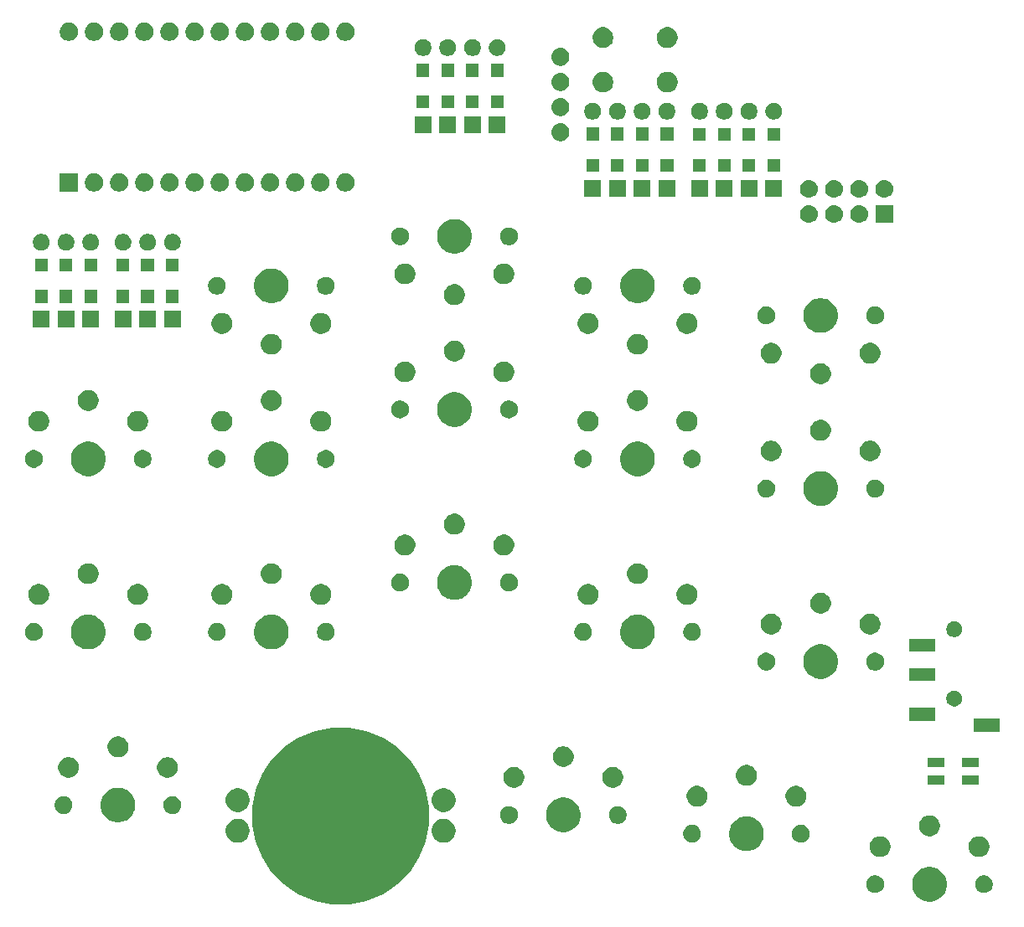
<source format=gbr>
G04 #@! TF.GenerationSoftware,KiCad,Pcbnew,5.1.4-e60b266~84~ubuntu19.04.1*
G04 #@! TF.CreationDate,2020-01-09T17:11:54-08:00*
G04 #@! TF.ProjectId,fissure,66697373-7572-4652-9e6b-696361645f70,rev?*
G04 #@! TF.SameCoordinates,Original*
G04 #@! TF.FileFunction,Soldermask,Bot*
G04 #@! TF.FilePolarity,Negative*
%FSLAX46Y46*%
G04 Gerber Fmt 4.6, Leading zero omitted, Abs format (unit mm)*
G04 Created by KiCad (PCBNEW 5.1.4-e60b266~84~ubuntu19.04.1) date 2020-01-09 17:11:54*
%MOMM*%
%LPD*%
G04 APERTURE LIST*
%ADD10C,0.100000*%
G04 APERTURE END LIST*
D10*
G36*
X79607909Y-111741981D02*
G01*
X81236887Y-112416726D01*
X81410357Y-112532635D01*
X82702930Y-113396304D01*
X83949696Y-114643070D01*
X84455460Y-115400000D01*
X84929274Y-116109113D01*
X85604019Y-117738091D01*
X85948000Y-119467402D01*
X85948000Y-121230598D01*
X85604019Y-122959909D01*
X84929274Y-124588887D01*
X84929273Y-124588888D01*
X83949696Y-126054930D01*
X82702930Y-127301696D01*
X82017406Y-127759748D01*
X81236887Y-128281274D01*
X79607909Y-128956019D01*
X77878598Y-129300000D01*
X76115402Y-129300000D01*
X74386091Y-128956019D01*
X72757113Y-128281274D01*
X71976594Y-127759748D01*
X71291070Y-127301696D01*
X70044304Y-126054930D01*
X69064727Y-124588888D01*
X69064726Y-124588887D01*
X68389981Y-122959909D01*
X68046000Y-121230598D01*
X68046000Y-119467402D01*
X68389981Y-117738091D01*
X69064726Y-116109113D01*
X69538540Y-115400000D01*
X70044304Y-114643070D01*
X71291070Y-113396304D01*
X72583643Y-112532635D01*
X72757113Y-112416726D01*
X74386091Y-111741981D01*
X76115402Y-111398000D01*
X77878598Y-111398000D01*
X79607909Y-111741981D01*
X79607909Y-111741981D01*
G37*
G36*
X136894985Y-125542860D02*
G01*
X137007748Y-125565290D01*
X137139741Y-125619963D01*
X137326408Y-125697283D01*
X137613196Y-125888909D01*
X137857091Y-126132804D01*
X138048717Y-126419592D01*
X138180710Y-126738253D01*
X138248000Y-127076540D01*
X138248000Y-127421460D01*
X138180710Y-127759747D01*
X138048717Y-128078408D01*
X137857091Y-128365196D01*
X137613196Y-128609091D01*
X137326408Y-128800717D01*
X137139741Y-128878037D01*
X137007748Y-128932710D01*
X136894985Y-128955140D01*
X136669460Y-129000000D01*
X136324540Y-129000000D01*
X136099015Y-128955140D01*
X135986252Y-128932710D01*
X135854259Y-128878037D01*
X135667592Y-128800717D01*
X135380804Y-128609091D01*
X135136909Y-128365196D01*
X134945283Y-128078408D01*
X134813290Y-127759747D01*
X134746000Y-127421460D01*
X134746000Y-127076540D01*
X134813290Y-126738253D01*
X134945283Y-126419592D01*
X135136909Y-126132804D01*
X135380804Y-125888909D01*
X135667592Y-125697283D01*
X135854259Y-125619963D01*
X135986252Y-125565290D01*
X136099015Y-125542860D01*
X136324540Y-125498000D01*
X136669460Y-125498000D01*
X136894985Y-125542860D01*
X136894985Y-125542860D01*
G37*
G36*
X142110512Y-126352927D02*
G01*
X142259812Y-126382624D01*
X142423784Y-126450544D01*
X142571354Y-126549147D01*
X142696853Y-126674646D01*
X142795456Y-126822216D01*
X142863376Y-126986188D01*
X142898000Y-127160259D01*
X142898000Y-127337741D01*
X142863376Y-127511812D01*
X142795456Y-127675784D01*
X142696853Y-127823354D01*
X142571354Y-127948853D01*
X142423784Y-128047456D01*
X142259812Y-128115376D01*
X142110512Y-128145073D01*
X142085742Y-128150000D01*
X141908258Y-128150000D01*
X141883488Y-128145073D01*
X141734188Y-128115376D01*
X141570216Y-128047456D01*
X141422646Y-127948853D01*
X141297147Y-127823354D01*
X141198544Y-127675784D01*
X141130624Y-127511812D01*
X141096000Y-127337741D01*
X141096000Y-127160259D01*
X141130624Y-126986188D01*
X141198544Y-126822216D01*
X141297147Y-126674646D01*
X141422646Y-126549147D01*
X141570216Y-126450544D01*
X141734188Y-126382624D01*
X141883488Y-126352927D01*
X141908258Y-126348000D01*
X142085742Y-126348000D01*
X142110512Y-126352927D01*
X142110512Y-126352927D01*
G37*
G36*
X131110512Y-126352927D02*
G01*
X131259812Y-126382624D01*
X131423784Y-126450544D01*
X131571354Y-126549147D01*
X131696853Y-126674646D01*
X131795456Y-126822216D01*
X131863376Y-126986188D01*
X131898000Y-127160259D01*
X131898000Y-127337741D01*
X131863376Y-127511812D01*
X131795456Y-127675784D01*
X131696853Y-127823354D01*
X131571354Y-127948853D01*
X131423784Y-128047456D01*
X131259812Y-128115376D01*
X131110512Y-128145073D01*
X131085742Y-128150000D01*
X130908258Y-128150000D01*
X130883488Y-128145073D01*
X130734188Y-128115376D01*
X130570216Y-128047456D01*
X130422646Y-127948853D01*
X130297147Y-127823354D01*
X130198544Y-127675784D01*
X130130624Y-127511812D01*
X130096000Y-127337741D01*
X130096000Y-127160259D01*
X130130624Y-126986188D01*
X130198544Y-126822216D01*
X130297147Y-126674646D01*
X130422646Y-126549147D01*
X130570216Y-126450544D01*
X130734188Y-126382624D01*
X130883488Y-126352927D01*
X130908258Y-126348000D01*
X131085742Y-126348000D01*
X131110512Y-126352927D01*
X131110512Y-126352927D01*
G37*
G36*
X141803564Y-122438389D02*
G01*
X141994833Y-122517615D01*
X141994835Y-122517616D01*
X142166973Y-122632635D01*
X142313365Y-122779027D01*
X142425906Y-122947456D01*
X142428385Y-122951167D01*
X142507611Y-123142436D01*
X142548000Y-123345484D01*
X142548000Y-123552516D01*
X142507611Y-123755564D01*
X142475656Y-123832710D01*
X142428384Y-123946835D01*
X142313365Y-124118973D01*
X142166973Y-124265365D01*
X141994835Y-124380384D01*
X141994834Y-124380385D01*
X141994833Y-124380385D01*
X141803564Y-124459611D01*
X141600516Y-124500000D01*
X141393484Y-124500000D01*
X141190436Y-124459611D01*
X140999167Y-124380385D01*
X140999166Y-124380385D01*
X140999165Y-124380384D01*
X140827027Y-124265365D01*
X140680635Y-124118973D01*
X140565616Y-123946835D01*
X140518344Y-123832710D01*
X140486389Y-123755564D01*
X140446000Y-123552516D01*
X140446000Y-123345484D01*
X140486389Y-123142436D01*
X140565615Y-122951167D01*
X140568095Y-122947456D01*
X140680635Y-122779027D01*
X140827027Y-122632635D01*
X140999165Y-122517616D01*
X140999167Y-122517615D01*
X141190436Y-122438389D01*
X141393484Y-122398000D01*
X141600516Y-122398000D01*
X141803564Y-122438389D01*
X141803564Y-122438389D01*
G37*
G36*
X131803564Y-122438389D02*
G01*
X131994833Y-122517615D01*
X131994835Y-122517616D01*
X132166973Y-122632635D01*
X132313365Y-122779027D01*
X132425906Y-122947456D01*
X132428385Y-122951167D01*
X132507611Y-123142436D01*
X132548000Y-123345484D01*
X132548000Y-123552516D01*
X132507611Y-123755564D01*
X132475656Y-123832710D01*
X132428384Y-123946835D01*
X132313365Y-124118973D01*
X132166973Y-124265365D01*
X131994835Y-124380384D01*
X131994834Y-124380385D01*
X131994833Y-124380385D01*
X131803564Y-124459611D01*
X131600516Y-124500000D01*
X131393484Y-124500000D01*
X131190436Y-124459611D01*
X130999167Y-124380385D01*
X130999166Y-124380385D01*
X130999165Y-124380384D01*
X130827027Y-124265365D01*
X130680635Y-124118973D01*
X130565616Y-123946835D01*
X130518344Y-123832710D01*
X130486389Y-123755564D01*
X130446000Y-123552516D01*
X130446000Y-123345484D01*
X130486389Y-123142436D01*
X130565615Y-122951167D01*
X130568095Y-122947456D01*
X130680635Y-122779027D01*
X130827027Y-122632635D01*
X130999165Y-122517616D01*
X130999167Y-122517615D01*
X131190436Y-122438389D01*
X131393484Y-122398000D01*
X131600516Y-122398000D01*
X131803564Y-122438389D01*
X131803564Y-122438389D01*
G37*
G36*
X118394985Y-120442860D02*
G01*
X118507748Y-120465290D01*
X118620059Y-120511811D01*
X118826408Y-120597283D01*
X119113196Y-120788909D01*
X119357091Y-121032804D01*
X119548717Y-121319592D01*
X119622898Y-121498681D01*
X119680710Y-121638252D01*
X119684154Y-121655565D01*
X119748000Y-121976540D01*
X119748000Y-122321460D01*
X119680710Y-122659747D01*
X119548717Y-122978408D01*
X119357091Y-123265196D01*
X119113196Y-123509091D01*
X118826408Y-123700717D01*
X118639741Y-123778037D01*
X118507748Y-123832710D01*
X118394985Y-123855140D01*
X118169460Y-123900000D01*
X117824540Y-123900000D01*
X117599015Y-123855140D01*
X117486252Y-123832710D01*
X117354259Y-123778037D01*
X117167592Y-123700717D01*
X116880804Y-123509091D01*
X116636909Y-123265196D01*
X116445283Y-122978408D01*
X116313290Y-122659747D01*
X116246000Y-122321460D01*
X116246000Y-121976540D01*
X116309846Y-121655565D01*
X116313290Y-121638252D01*
X116371102Y-121498681D01*
X116445283Y-121319592D01*
X116636909Y-121032804D01*
X116880804Y-120788909D01*
X117167592Y-120597283D01*
X117373941Y-120511811D01*
X117486252Y-120465290D01*
X117599015Y-120442860D01*
X117824540Y-120398000D01*
X118169460Y-120398000D01*
X118394985Y-120442860D01*
X118394985Y-120442860D01*
G37*
G36*
X123610512Y-121252927D02*
G01*
X123759812Y-121282624D01*
X123923784Y-121350544D01*
X124071354Y-121449147D01*
X124196853Y-121574646D01*
X124295456Y-121722216D01*
X124363376Y-121886188D01*
X124398000Y-122060259D01*
X124398000Y-122237741D01*
X124363376Y-122411812D01*
X124295456Y-122575784D01*
X124196853Y-122723354D01*
X124071354Y-122848853D01*
X123923784Y-122947456D01*
X123759812Y-123015376D01*
X123610512Y-123045073D01*
X123585742Y-123050000D01*
X123408258Y-123050000D01*
X123383488Y-123045073D01*
X123234188Y-123015376D01*
X123070216Y-122947456D01*
X122922646Y-122848853D01*
X122797147Y-122723354D01*
X122698544Y-122575784D01*
X122630624Y-122411812D01*
X122596000Y-122237741D01*
X122596000Y-122060259D01*
X122630624Y-121886188D01*
X122698544Y-121722216D01*
X122797147Y-121574646D01*
X122922646Y-121449147D01*
X123070216Y-121350544D01*
X123234188Y-121282624D01*
X123383488Y-121252927D01*
X123408258Y-121248000D01*
X123585742Y-121248000D01*
X123610512Y-121252927D01*
X123610512Y-121252927D01*
G37*
G36*
X87747318Y-120694153D02*
G01*
X87905677Y-120759748D01*
X87965887Y-120784688D01*
X88162593Y-120916122D01*
X88329878Y-121083407D01*
X88438175Y-121245486D01*
X88461313Y-121280115D01*
X88551847Y-121498682D01*
X88598000Y-121730710D01*
X88598000Y-121967290D01*
X88551847Y-122199318D01*
X88461313Y-122417885D01*
X88461312Y-122417887D01*
X88329878Y-122614593D01*
X88162593Y-122781878D01*
X87965887Y-122913312D01*
X87965886Y-122913313D01*
X87965885Y-122913313D01*
X87747318Y-123003847D01*
X87515290Y-123050000D01*
X87278710Y-123050000D01*
X87046682Y-123003847D01*
X86828115Y-122913313D01*
X86828114Y-122913313D01*
X86828113Y-122913312D01*
X86631407Y-122781878D01*
X86464122Y-122614593D01*
X86332688Y-122417887D01*
X86332687Y-122417885D01*
X86242153Y-122199318D01*
X86196000Y-121967290D01*
X86196000Y-121730710D01*
X86242153Y-121498682D01*
X86332687Y-121280115D01*
X86355825Y-121245486D01*
X86464122Y-121083407D01*
X86631407Y-120916122D01*
X86828113Y-120784688D01*
X86888323Y-120759748D01*
X87046682Y-120694153D01*
X87278710Y-120648000D01*
X87515290Y-120648000D01*
X87747318Y-120694153D01*
X87747318Y-120694153D01*
G37*
G36*
X112610512Y-121252927D02*
G01*
X112759812Y-121282624D01*
X112923784Y-121350544D01*
X113071354Y-121449147D01*
X113196853Y-121574646D01*
X113295456Y-121722216D01*
X113363376Y-121886188D01*
X113398000Y-122060259D01*
X113398000Y-122237741D01*
X113363376Y-122411812D01*
X113295456Y-122575784D01*
X113196853Y-122723354D01*
X113071354Y-122848853D01*
X112923784Y-122947456D01*
X112759812Y-123015376D01*
X112610512Y-123045073D01*
X112585742Y-123050000D01*
X112408258Y-123050000D01*
X112383488Y-123045073D01*
X112234188Y-123015376D01*
X112070216Y-122947456D01*
X111922646Y-122848853D01*
X111797147Y-122723354D01*
X111698544Y-122575784D01*
X111630624Y-122411812D01*
X111596000Y-122237741D01*
X111596000Y-122060259D01*
X111630624Y-121886188D01*
X111698544Y-121722216D01*
X111797147Y-121574646D01*
X111922646Y-121449147D01*
X112070216Y-121350544D01*
X112234188Y-121282624D01*
X112383488Y-121252927D01*
X112408258Y-121248000D01*
X112585742Y-121248000D01*
X112610512Y-121252927D01*
X112610512Y-121252927D01*
G37*
G36*
X66947318Y-120694153D02*
G01*
X67105677Y-120759748D01*
X67165887Y-120784688D01*
X67362593Y-120916122D01*
X67529878Y-121083407D01*
X67638175Y-121245486D01*
X67661313Y-121280115D01*
X67751847Y-121498682D01*
X67798000Y-121730710D01*
X67798000Y-121967290D01*
X67751847Y-122199318D01*
X67661313Y-122417885D01*
X67661312Y-122417887D01*
X67529878Y-122614593D01*
X67362593Y-122781878D01*
X67165887Y-122913312D01*
X67165886Y-122913313D01*
X67165885Y-122913313D01*
X66947318Y-123003847D01*
X66715290Y-123050000D01*
X66478710Y-123050000D01*
X66246682Y-123003847D01*
X66028115Y-122913313D01*
X66028114Y-122913313D01*
X66028113Y-122913312D01*
X65831407Y-122781878D01*
X65664122Y-122614593D01*
X65532688Y-122417887D01*
X65532687Y-122417885D01*
X65442153Y-122199318D01*
X65396000Y-121967290D01*
X65396000Y-121730710D01*
X65442153Y-121498682D01*
X65532687Y-121280115D01*
X65555825Y-121245486D01*
X65664122Y-121083407D01*
X65831407Y-120916122D01*
X66028113Y-120784688D01*
X66088323Y-120759748D01*
X66246682Y-120694153D01*
X66478710Y-120648000D01*
X66715290Y-120648000D01*
X66947318Y-120694153D01*
X66947318Y-120694153D01*
G37*
G36*
X136803564Y-120338389D02*
G01*
X136994833Y-120417615D01*
X136994835Y-120417616D01*
X137166973Y-120532635D01*
X137313365Y-120679027D01*
X137409801Y-120823353D01*
X137428385Y-120851167D01*
X137507611Y-121042436D01*
X137548000Y-121245484D01*
X137548000Y-121452516D01*
X137507611Y-121655564D01*
X137447487Y-121800716D01*
X137428384Y-121846835D01*
X137313365Y-122018973D01*
X137166973Y-122165365D01*
X136994835Y-122280384D01*
X136994834Y-122280385D01*
X136994833Y-122280385D01*
X136803564Y-122359611D01*
X136600516Y-122400000D01*
X136393484Y-122400000D01*
X136190436Y-122359611D01*
X135999167Y-122280385D01*
X135999166Y-122280385D01*
X135999165Y-122280384D01*
X135827027Y-122165365D01*
X135680635Y-122018973D01*
X135565616Y-121846835D01*
X135546513Y-121800716D01*
X135486389Y-121655564D01*
X135446000Y-121452516D01*
X135446000Y-121245484D01*
X135486389Y-121042436D01*
X135565615Y-120851167D01*
X135584200Y-120823353D01*
X135680635Y-120679027D01*
X135827027Y-120532635D01*
X135999165Y-120417616D01*
X135999167Y-120417615D01*
X136190436Y-120338389D01*
X136393484Y-120298000D01*
X136600516Y-120298000D01*
X136803564Y-120338389D01*
X136803564Y-120338389D01*
G37*
G36*
X99894985Y-118542860D02*
G01*
X100007748Y-118565290D01*
X100139741Y-118619963D01*
X100326408Y-118697283D01*
X100613196Y-118888909D01*
X100857091Y-119132804D01*
X101048717Y-119419592D01*
X101126037Y-119606259D01*
X101180710Y-119738252D01*
X101197411Y-119822216D01*
X101248000Y-120076540D01*
X101248000Y-120421460D01*
X101225886Y-120532635D01*
X101180710Y-120759748D01*
X101163740Y-120800716D01*
X101048717Y-121078408D01*
X100857091Y-121365196D01*
X100613196Y-121609091D01*
X100326408Y-121800717D01*
X100139741Y-121878037D01*
X100007748Y-121932710D01*
X99894985Y-121955140D01*
X99669460Y-122000000D01*
X99324540Y-122000000D01*
X99099015Y-121955140D01*
X98986252Y-121932710D01*
X98854259Y-121878037D01*
X98667592Y-121800717D01*
X98380804Y-121609091D01*
X98136909Y-121365196D01*
X97945283Y-121078408D01*
X97830260Y-120800716D01*
X97813290Y-120759748D01*
X97768114Y-120532635D01*
X97746000Y-120421460D01*
X97746000Y-120076540D01*
X97796589Y-119822216D01*
X97813290Y-119738252D01*
X97867963Y-119606259D01*
X97945283Y-119419592D01*
X98136909Y-119132804D01*
X98380804Y-118888909D01*
X98667592Y-118697283D01*
X98854259Y-118619963D01*
X98986252Y-118565290D01*
X99099015Y-118542860D01*
X99324540Y-118498000D01*
X99669460Y-118498000D01*
X99894985Y-118542860D01*
X99894985Y-118542860D01*
G37*
G36*
X94110512Y-119352927D02*
G01*
X94259812Y-119382624D01*
X94423784Y-119450544D01*
X94571354Y-119549147D01*
X94696853Y-119674646D01*
X94795456Y-119822216D01*
X94863376Y-119986188D01*
X94881348Y-120076542D01*
X94895960Y-120150000D01*
X94898000Y-120160259D01*
X94898000Y-120337741D01*
X94863376Y-120511812D01*
X94795456Y-120675784D01*
X94696853Y-120823354D01*
X94571354Y-120948853D01*
X94423784Y-121047456D01*
X94259812Y-121115376D01*
X94110512Y-121145073D01*
X94085742Y-121150000D01*
X93908258Y-121150000D01*
X93883488Y-121145073D01*
X93734188Y-121115376D01*
X93570216Y-121047456D01*
X93422646Y-120948853D01*
X93297147Y-120823354D01*
X93198544Y-120675784D01*
X93130624Y-120511812D01*
X93096000Y-120337741D01*
X93096000Y-120160259D01*
X93098041Y-120150000D01*
X93112652Y-120076542D01*
X93130624Y-119986188D01*
X93198544Y-119822216D01*
X93297147Y-119674646D01*
X93422646Y-119549147D01*
X93570216Y-119450544D01*
X93734188Y-119382624D01*
X93883488Y-119352927D01*
X93908258Y-119348000D01*
X94085742Y-119348000D01*
X94110512Y-119352927D01*
X94110512Y-119352927D01*
G37*
G36*
X105110512Y-119352927D02*
G01*
X105259812Y-119382624D01*
X105423784Y-119450544D01*
X105571354Y-119549147D01*
X105696853Y-119674646D01*
X105795456Y-119822216D01*
X105863376Y-119986188D01*
X105881348Y-120076542D01*
X105895960Y-120150000D01*
X105898000Y-120160259D01*
X105898000Y-120337741D01*
X105863376Y-120511812D01*
X105795456Y-120675784D01*
X105696853Y-120823354D01*
X105571354Y-120948853D01*
X105423784Y-121047456D01*
X105259812Y-121115376D01*
X105110512Y-121145073D01*
X105085742Y-121150000D01*
X104908258Y-121150000D01*
X104883488Y-121145073D01*
X104734188Y-121115376D01*
X104570216Y-121047456D01*
X104422646Y-120948853D01*
X104297147Y-120823354D01*
X104198544Y-120675784D01*
X104130624Y-120511812D01*
X104096000Y-120337741D01*
X104096000Y-120160259D01*
X104098041Y-120150000D01*
X104112652Y-120076542D01*
X104130624Y-119986188D01*
X104198544Y-119822216D01*
X104297147Y-119674646D01*
X104422646Y-119549147D01*
X104570216Y-119450544D01*
X104734188Y-119382624D01*
X104883488Y-119352927D01*
X104908258Y-119348000D01*
X105085742Y-119348000D01*
X105110512Y-119352927D01*
X105110512Y-119352927D01*
G37*
G36*
X54894985Y-117542860D02*
G01*
X55007748Y-117565290D01*
X55139741Y-117619963D01*
X55326408Y-117697283D01*
X55613196Y-117888909D01*
X55857091Y-118132804D01*
X56048717Y-118419592D01*
X56109067Y-118565290D01*
X56136165Y-118630710D01*
X56180710Y-118738253D01*
X56248000Y-119076540D01*
X56248000Y-119421460D01*
X56222601Y-119549147D01*
X56180710Y-119759748D01*
X56154835Y-119822216D01*
X56048717Y-120078408D01*
X55857091Y-120365196D01*
X55613196Y-120609091D01*
X55326408Y-120800717D01*
X55204615Y-120851165D01*
X55007748Y-120932710D01*
X54894985Y-120955140D01*
X54669460Y-121000000D01*
X54324540Y-121000000D01*
X54099015Y-120955140D01*
X53986252Y-120932710D01*
X53789385Y-120851165D01*
X53667592Y-120800717D01*
X53380804Y-120609091D01*
X53136909Y-120365196D01*
X52945283Y-120078408D01*
X52839165Y-119822216D01*
X52813290Y-119759748D01*
X52771399Y-119549147D01*
X52746000Y-119421460D01*
X52746000Y-119076540D01*
X52813290Y-118738253D01*
X52857836Y-118630710D01*
X52884933Y-118565290D01*
X52945283Y-118419592D01*
X53136909Y-118132804D01*
X53380804Y-117888909D01*
X53667592Y-117697283D01*
X53854259Y-117619963D01*
X53986252Y-117565290D01*
X54099015Y-117542860D01*
X54324540Y-117498000D01*
X54669460Y-117498000D01*
X54894985Y-117542860D01*
X54894985Y-117542860D01*
G37*
G36*
X49110512Y-118352927D02*
G01*
X49259812Y-118382624D01*
X49423784Y-118450544D01*
X49571354Y-118549147D01*
X49696853Y-118674646D01*
X49795456Y-118822216D01*
X49863376Y-118986188D01*
X49892539Y-119132803D01*
X49898000Y-119160258D01*
X49898000Y-119337742D01*
X49893650Y-119359610D01*
X49863376Y-119511812D01*
X49795456Y-119675784D01*
X49696853Y-119823354D01*
X49571354Y-119948853D01*
X49423784Y-120047456D01*
X49259812Y-120115376D01*
X49110512Y-120145073D01*
X49085742Y-120150000D01*
X48908258Y-120150000D01*
X48883488Y-120145073D01*
X48734188Y-120115376D01*
X48570216Y-120047456D01*
X48422646Y-119948853D01*
X48297147Y-119823354D01*
X48198544Y-119675784D01*
X48130624Y-119511812D01*
X48100350Y-119359610D01*
X48096000Y-119337742D01*
X48096000Y-119160258D01*
X48101461Y-119132803D01*
X48130624Y-118986188D01*
X48198544Y-118822216D01*
X48297147Y-118674646D01*
X48422646Y-118549147D01*
X48570216Y-118450544D01*
X48734188Y-118382624D01*
X48883488Y-118352927D01*
X48908258Y-118348000D01*
X49085742Y-118348000D01*
X49110512Y-118352927D01*
X49110512Y-118352927D01*
G37*
G36*
X60110512Y-118352927D02*
G01*
X60259812Y-118382624D01*
X60423784Y-118450544D01*
X60571354Y-118549147D01*
X60696853Y-118674646D01*
X60795456Y-118822216D01*
X60863376Y-118986188D01*
X60892539Y-119132803D01*
X60898000Y-119160258D01*
X60898000Y-119337742D01*
X60893650Y-119359610D01*
X60863376Y-119511812D01*
X60795456Y-119675784D01*
X60696853Y-119823354D01*
X60571354Y-119948853D01*
X60423784Y-120047456D01*
X60259812Y-120115376D01*
X60110512Y-120145073D01*
X60085742Y-120150000D01*
X59908258Y-120150000D01*
X59883488Y-120145073D01*
X59734188Y-120115376D01*
X59570216Y-120047456D01*
X59422646Y-119948853D01*
X59297147Y-119823354D01*
X59198544Y-119675784D01*
X59130624Y-119511812D01*
X59100350Y-119359610D01*
X59096000Y-119337742D01*
X59096000Y-119160258D01*
X59101461Y-119132803D01*
X59130624Y-118986188D01*
X59198544Y-118822216D01*
X59297147Y-118674646D01*
X59422646Y-118549147D01*
X59570216Y-118450544D01*
X59734188Y-118382624D01*
X59883488Y-118352927D01*
X59908258Y-118348000D01*
X60085742Y-118348000D01*
X60110512Y-118352927D01*
X60110512Y-118352927D01*
G37*
G36*
X87747318Y-117594153D02*
G01*
X87965885Y-117684687D01*
X87965887Y-117684688D01*
X88162593Y-117816122D01*
X88329878Y-117983407D01*
X88429701Y-118132804D01*
X88461313Y-118180115D01*
X88551847Y-118398682D01*
X88598000Y-118630710D01*
X88598000Y-118867290D01*
X88551847Y-119099318D01*
X88476846Y-119280385D01*
X88461312Y-119317887D01*
X88329878Y-119514593D01*
X88162593Y-119681878D01*
X87965887Y-119813312D01*
X87965886Y-119813313D01*
X87965885Y-119813313D01*
X87747318Y-119903847D01*
X87515290Y-119950000D01*
X87278710Y-119950000D01*
X87046682Y-119903847D01*
X86828115Y-119813313D01*
X86828114Y-119813313D01*
X86828113Y-119813312D01*
X86631407Y-119681878D01*
X86464122Y-119514593D01*
X86332688Y-119317887D01*
X86317154Y-119280385D01*
X86242153Y-119099318D01*
X86196000Y-118867290D01*
X86196000Y-118630710D01*
X86242153Y-118398682D01*
X86332687Y-118180115D01*
X86364299Y-118132804D01*
X86464122Y-117983407D01*
X86631407Y-117816122D01*
X86828113Y-117684688D01*
X86828115Y-117684687D01*
X87046682Y-117594153D01*
X87278710Y-117548000D01*
X87515290Y-117548000D01*
X87747318Y-117594153D01*
X87747318Y-117594153D01*
G37*
G36*
X66947318Y-117594153D02*
G01*
X67165885Y-117684687D01*
X67165887Y-117684688D01*
X67362593Y-117816122D01*
X67529878Y-117983407D01*
X67629701Y-118132804D01*
X67661313Y-118180115D01*
X67751847Y-118398682D01*
X67798000Y-118630710D01*
X67798000Y-118867290D01*
X67751847Y-119099318D01*
X67676846Y-119280385D01*
X67661312Y-119317887D01*
X67529878Y-119514593D01*
X67362593Y-119681878D01*
X67165887Y-119813312D01*
X67165886Y-119813313D01*
X67165885Y-119813313D01*
X66947318Y-119903847D01*
X66715290Y-119950000D01*
X66478710Y-119950000D01*
X66246682Y-119903847D01*
X66028115Y-119813313D01*
X66028114Y-119813313D01*
X66028113Y-119813312D01*
X65831407Y-119681878D01*
X65664122Y-119514593D01*
X65532688Y-119317887D01*
X65517154Y-119280385D01*
X65442153Y-119099318D01*
X65396000Y-118867290D01*
X65396000Y-118630710D01*
X65442153Y-118398682D01*
X65532687Y-118180115D01*
X65564299Y-118132804D01*
X65664122Y-117983407D01*
X65831407Y-117816122D01*
X66028113Y-117684688D01*
X66028115Y-117684687D01*
X66246682Y-117594153D01*
X66478710Y-117548000D01*
X66715290Y-117548000D01*
X66947318Y-117594153D01*
X66947318Y-117594153D01*
G37*
G36*
X113303564Y-117338389D02*
G01*
X113494833Y-117417615D01*
X113494835Y-117417616D01*
X113557683Y-117459610D01*
X113666973Y-117532635D01*
X113813365Y-117679027D01*
X113928385Y-117851167D01*
X114007611Y-118042436D01*
X114048000Y-118245484D01*
X114048000Y-118452516D01*
X114007611Y-118655564D01*
X113938581Y-118822218D01*
X113928384Y-118846835D01*
X113813365Y-119018973D01*
X113666973Y-119165365D01*
X113494835Y-119280384D01*
X113494834Y-119280385D01*
X113494833Y-119280385D01*
X113303564Y-119359611D01*
X113100516Y-119400000D01*
X112893484Y-119400000D01*
X112690436Y-119359611D01*
X112499167Y-119280385D01*
X112499166Y-119280385D01*
X112499165Y-119280384D01*
X112327027Y-119165365D01*
X112180635Y-119018973D01*
X112065616Y-118846835D01*
X112055419Y-118822218D01*
X111986389Y-118655564D01*
X111946000Y-118452516D01*
X111946000Y-118245484D01*
X111986389Y-118042436D01*
X112065615Y-117851167D01*
X112180635Y-117679027D01*
X112327027Y-117532635D01*
X112436317Y-117459610D01*
X112499165Y-117417616D01*
X112499167Y-117417615D01*
X112690436Y-117338389D01*
X112893484Y-117298000D01*
X113100516Y-117298000D01*
X113303564Y-117338389D01*
X113303564Y-117338389D01*
G37*
G36*
X123303564Y-117338389D02*
G01*
X123494833Y-117417615D01*
X123494835Y-117417616D01*
X123557683Y-117459610D01*
X123666973Y-117532635D01*
X123813365Y-117679027D01*
X123928385Y-117851167D01*
X124007611Y-118042436D01*
X124048000Y-118245484D01*
X124048000Y-118452516D01*
X124007611Y-118655564D01*
X123938581Y-118822218D01*
X123928384Y-118846835D01*
X123813365Y-119018973D01*
X123666973Y-119165365D01*
X123494835Y-119280384D01*
X123494834Y-119280385D01*
X123494833Y-119280385D01*
X123303564Y-119359611D01*
X123100516Y-119400000D01*
X122893484Y-119400000D01*
X122690436Y-119359611D01*
X122499167Y-119280385D01*
X122499166Y-119280385D01*
X122499165Y-119280384D01*
X122327027Y-119165365D01*
X122180635Y-119018973D01*
X122065616Y-118846835D01*
X122055419Y-118822218D01*
X121986389Y-118655564D01*
X121946000Y-118452516D01*
X121946000Y-118245484D01*
X121986389Y-118042436D01*
X122065615Y-117851167D01*
X122180635Y-117679027D01*
X122327027Y-117532635D01*
X122436317Y-117459610D01*
X122499165Y-117417616D01*
X122499167Y-117417615D01*
X122690436Y-117338389D01*
X122893484Y-117298000D01*
X123100516Y-117298000D01*
X123303564Y-117338389D01*
X123303564Y-117338389D01*
G37*
G36*
X94803564Y-115438389D02*
G01*
X94994833Y-115517615D01*
X94994835Y-115517616D01*
X95166973Y-115632635D01*
X95313365Y-115779027D01*
X95425491Y-115946835D01*
X95428385Y-115951167D01*
X95507611Y-116142436D01*
X95548000Y-116345484D01*
X95548000Y-116552516D01*
X95507611Y-116755564D01*
X95439925Y-116918973D01*
X95428384Y-116946835D01*
X95313365Y-117118973D01*
X95166973Y-117265365D01*
X94994835Y-117380384D01*
X94994834Y-117380385D01*
X94994833Y-117380385D01*
X94803564Y-117459611D01*
X94600516Y-117500000D01*
X94393484Y-117500000D01*
X94190436Y-117459611D01*
X93999167Y-117380385D01*
X93999166Y-117380385D01*
X93999165Y-117380384D01*
X93827027Y-117265365D01*
X93680635Y-117118973D01*
X93565616Y-116946835D01*
X93554075Y-116918973D01*
X93486389Y-116755564D01*
X93446000Y-116552516D01*
X93446000Y-116345484D01*
X93486389Y-116142436D01*
X93565615Y-115951167D01*
X93568510Y-115946835D01*
X93680635Y-115779027D01*
X93827027Y-115632635D01*
X93999165Y-115517616D01*
X93999167Y-115517615D01*
X94190436Y-115438389D01*
X94393484Y-115398000D01*
X94600516Y-115398000D01*
X94803564Y-115438389D01*
X94803564Y-115438389D01*
G37*
G36*
X104803564Y-115438389D02*
G01*
X104994833Y-115517615D01*
X104994835Y-115517616D01*
X105166973Y-115632635D01*
X105313365Y-115779027D01*
X105425491Y-115946835D01*
X105428385Y-115951167D01*
X105507611Y-116142436D01*
X105548000Y-116345484D01*
X105548000Y-116552516D01*
X105507611Y-116755564D01*
X105439925Y-116918973D01*
X105428384Y-116946835D01*
X105313365Y-117118973D01*
X105166973Y-117265365D01*
X104994835Y-117380384D01*
X104994834Y-117380385D01*
X104994833Y-117380385D01*
X104803564Y-117459611D01*
X104600516Y-117500000D01*
X104393484Y-117500000D01*
X104190436Y-117459611D01*
X103999167Y-117380385D01*
X103999166Y-117380385D01*
X103999165Y-117380384D01*
X103827027Y-117265365D01*
X103680635Y-117118973D01*
X103565616Y-116946835D01*
X103554075Y-116918973D01*
X103486389Y-116755564D01*
X103446000Y-116552516D01*
X103446000Y-116345484D01*
X103486389Y-116142436D01*
X103565615Y-115951167D01*
X103568510Y-115946835D01*
X103680635Y-115779027D01*
X103827027Y-115632635D01*
X103999165Y-115517616D01*
X103999167Y-115517615D01*
X104190436Y-115438389D01*
X104393484Y-115398000D01*
X104600516Y-115398000D01*
X104803564Y-115438389D01*
X104803564Y-115438389D01*
G37*
G36*
X118303564Y-115238389D02*
G01*
X118494833Y-115317615D01*
X118494835Y-115317616D01*
X118536542Y-115345484D01*
X118666973Y-115432635D01*
X118813365Y-115579027D01*
X118928385Y-115751167D01*
X119007611Y-115942436D01*
X119048000Y-116145484D01*
X119048000Y-116352516D01*
X119007611Y-116555564D01*
X118928385Y-116746833D01*
X118928384Y-116746835D01*
X118813365Y-116918973D01*
X118666973Y-117065365D01*
X118494835Y-117180384D01*
X118494834Y-117180385D01*
X118494833Y-117180385D01*
X118303564Y-117259611D01*
X118100516Y-117300000D01*
X117893484Y-117300000D01*
X117690436Y-117259611D01*
X117499167Y-117180385D01*
X117499166Y-117180385D01*
X117499165Y-117180384D01*
X117327027Y-117065365D01*
X117180635Y-116918973D01*
X117065616Y-116746835D01*
X117065615Y-116746833D01*
X116986389Y-116555564D01*
X116946000Y-116352516D01*
X116946000Y-116145484D01*
X116986389Y-115942436D01*
X117065615Y-115751167D01*
X117180635Y-115579027D01*
X117327027Y-115432635D01*
X117457458Y-115345484D01*
X117499165Y-115317616D01*
X117499167Y-115317615D01*
X117690436Y-115238389D01*
X117893484Y-115198000D01*
X118100516Y-115198000D01*
X118303564Y-115238389D01*
X118303564Y-115238389D01*
G37*
G36*
X137998000Y-117200000D02*
G01*
X136296000Y-117200000D01*
X136296000Y-116248000D01*
X137998000Y-116248000D01*
X137998000Y-117200000D01*
X137998000Y-117200000D01*
G37*
G36*
X141498000Y-117200000D02*
G01*
X139796000Y-117200000D01*
X139796000Y-116248000D01*
X141498000Y-116248000D01*
X141498000Y-117200000D01*
X141498000Y-117200000D01*
G37*
G36*
X49803564Y-114438389D02*
G01*
X49994833Y-114517615D01*
X49994835Y-114517616D01*
X50166973Y-114632635D01*
X50313365Y-114779027D01*
X50358672Y-114846833D01*
X50428385Y-114951167D01*
X50507611Y-115142436D01*
X50548000Y-115345484D01*
X50548000Y-115552516D01*
X50507611Y-115755564D01*
X50497892Y-115779027D01*
X50428384Y-115946835D01*
X50313365Y-116118973D01*
X50166973Y-116265365D01*
X49994835Y-116380384D01*
X49994834Y-116380385D01*
X49994833Y-116380385D01*
X49803564Y-116459611D01*
X49600516Y-116500000D01*
X49393484Y-116500000D01*
X49190436Y-116459611D01*
X48999167Y-116380385D01*
X48999166Y-116380385D01*
X48999165Y-116380384D01*
X48827027Y-116265365D01*
X48680635Y-116118973D01*
X48565616Y-115946835D01*
X48496108Y-115779027D01*
X48486389Y-115755564D01*
X48446000Y-115552516D01*
X48446000Y-115345484D01*
X48486389Y-115142436D01*
X48565615Y-114951167D01*
X48635329Y-114846833D01*
X48680635Y-114779027D01*
X48827027Y-114632635D01*
X48999165Y-114517616D01*
X48999167Y-114517615D01*
X49190436Y-114438389D01*
X49393484Y-114398000D01*
X49600516Y-114398000D01*
X49803564Y-114438389D01*
X49803564Y-114438389D01*
G37*
G36*
X59803564Y-114438389D02*
G01*
X59994833Y-114517615D01*
X59994835Y-114517616D01*
X60166973Y-114632635D01*
X60313365Y-114779027D01*
X60358672Y-114846833D01*
X60428385Y-114951167D01*
X60507611Y-115142436D01*
X60548000Y-115345484D01*
X60548000Y-115552516D01*
X60507611Y-115755564D01*
X60497892Y-115779027D01*
X60428384Y-115946835D01*
X60313365Y-116118973D01*
X60166973Y-116265365D01*
X59994835Y-116380384D01*
X59994834Y-116380385D01*
X59994833Y-116380385D01*
X59803564Y-116459611D01*
X59600516Y-116500000D01*
X59393484Y-116500000D01*
X59190436Y-116459611D01*
X58999167Y-116380385D01*
X58999166Y-116380385D01*
X58999165Y-116380384D01*
X58827027Y-116265365D01*
X58680635Y-116118973D01*
X58565616Y-115946835D01*
X58496108Y-115779027D01*
X58486389Y-115755564D01*
X58446000Y-115552516D01*
X58446000Y-115345484D01*
X58486389Y-115142436D01*
X58565615Y-114951167D01*
X58635329Y-114846833D01*
X58680635Y-114779027D01*
X58827027Y-114632635D01*
X58999165Y-114517616D01*
X58999167Y-114517615D01*
X59190436Y-114438389D01*
X59393484Y-114398000D01*
X59600516Y-114398000D01*
X59803564Y-114438389D01*
X59803564Y-114438389D01*
G37*
G36*
X137998000Y-115450000D02*
G01*
X136296000Y-115450000D01*
X136296000Y-114498000D01*
X137998000Y-114498000D01*
X137998000Y-115450000D01*
X137998000Y-115450000D01*
G37*
G36*
X141498000Y-115450000D02*
G01*
X139796000Y-115450000D01*
X139796000Y-114498000D01*
X141498000Y-114498000D01*
X141498000Y-115450000D01*
X141498000Y-115450000D01*
G37*
G36*
X99803564Y-113338389D02*
G01*
X99994833Y-113417615D01*
X99994835Y-113417616D01*
X100166973Y-113532635D01*
X100313365Y-113679027D01*
X100425491Y-113846835D01*
X100428385Y-113851167D01*
X100507611Y-114042436D01*
X100548000Y-114245484D01*
X100548000Y-114452516D01*
X100507611Y-114655564D01*
X100456471Y-114779027D01*
X100428384Y-114846835D01*
X100313365Y-115018973D01*
X100166973Y-115165365D01*
X99994835Y-115280384D01*
X99994834Y-115280385D01*
X99994833Y-115280385D01*
X99803564Y-115359611D01*
X99600516Y-115400000D01*
X99393484Y-115400000D01*
X99190436Y-115359611D01*
X98999167Y-115280385D01*
X98999166Y-115280385D01*
X98999165Y-115280384D01*
X98827027Y-115165365D01*
X98680635Y-115018973D01*
X98565616Y-114846835D01*
X98537529Y-114779027D01*
X98486389Y-114655564D01*
X98446000Y-114452516D01*
X98446000Y-114245484D01*
X98486389Y-114042436D01*
X98565615Y-113851167D01*
X98568510Y-113846835D01*
X98680635Y-113679027D01*
X98827027Y-113532635D01*
X98999165Y-113417616D01*
X98999167Y-113417615D01*
X99190436Y-113338389D01*
X99393484Y-113298000D01*
X99600516Y-113298000D01*
X99803564Y-113338389D01*
X99803564Y-113338389D01*
G37*
G36*
X54803564Y-112338389D02*
G01*
X54992689Y-112416727D01*
X54994835Y-112417616D01*
X55166973Y-112532635D01*
X55313365Y-112679027D01*
X55428385Y-112851167D01*
X55507611Y-113042436D01*
X55548000Y-113245484D01*
X55548000Y-113452516D01*
X55507611Y-113655564D01*
X55497892Y-113679027D01*
X55428384Y-113846835D01*
X55313365Y-114018973D01*
X55166973Y-114165365D01*
X54994835Y-114280384D01*
X54994834Y-114280385D01*
X54994833Y-114280385D01*
X54803564Y-114359611D01*
X54600516Y-114400000D01*
X54393484Y-114400000D01*
X54190436Y-114359611D01*
X53999167Y-114280385D01*
X53999166Y-114280385D01*
X53999165Y-114280384D01*
X53827027Y-114165365D01*
X53680635Y-114018973D01*
X53565616Y-113846835D01*
X53496108Y-113679027D01*
X53486389Y-113655564D01*
X53446000Y-113452516D01*
X53446000Y-113245484D01*
X53486389Y-113042436D01*
X53565615Y-112851167D01*
X53680635Y-112679027D01*
X53827027Y-112532635D01*
X53999165Y-112417616D01*
X54001311Y-112416727D01*
X54190436Y-112338389D01*
X54393484Y-112298000D01*
X54600516Y-112298000D01*
X54803564Y-112338389D01*
X54803564Y-112338389D01*
G37*
G36*
X143548000Y-111825000D02*
G01*
X140946000Y-111825000D01*
X140946000Y-110523000D01*
X143548000Y-110523000D01*
X143548000Y-111825000D01*
X143548000Y-111825000D01*
G37*
G36*
X137048000Y-110725000D02*
G01*
X134446000Y-110725000D01*
X134446000Y-109423000D01*
X137048000Y-109423000D01*
X137048000Y-110725000D01*
X137048000Y-110725000D01*
G37*
G36*
X139230642Y-107703781D02*
G01*
X139376414Y-107764162D01*
X139376416Y-107764163D01*
X139507608Y-107851822D01*
X139619178Y-107963392D01*
X139706837Y-108094584D01*
X139706838Y-108094586D01*
X139767219Y-108240358D01*
X139798000Y-108395107D01*
X139798000Y-108552893D01*
X139767219Y-108707642D01*
X139706838Y-108853414D01*
X139706837Y-108853416D01*
X139619178Y-108984608D01*
X139507608Y-109096178D01*
X139376416Y-109183837D01*
X139376415Y-109183838D01*
X139376414Y-109183838D01*
X139230642Y-109244219D01*
X139075893Y-109275000D01*
X138918107Y-109275000D01*
X138763358Y-109244219D01*
X138617586Y-109183838D01*
X138617585Y-109183838D01*
X138617584Y-109183837D01*
X138486392Y-109096178D01*
X138374822Y-108984608D01*
X138287163Y-108853416D01*
X138287162Y-108853414D01*
X138226781Y-108707642D01*
X138196000Y-108552893D01*
X138196000Y-108395107D01*
X138226781Y-108240358D01*
X138287162Y-108094586D01*
X138287163Y-108094584D01*
X138374822Y-107963392D01*
X138486392Y-107851822D01*
X138617584Y-107764163D01*
X138617586Y-107764162D01*
X138763358Y-107703781D01*
X138918107Y-107673000D01*
X139075893Y-107673000D01*
X139230642Y-107703781D01*
X139230642Y-107703781D01*
G37*
G36*
X137048000Y-106725000D02*
G01*
X134446000Y-106725000D01*
X134446000Y-105423000D01*
X137048000Y-105423000D01*
X137048000Y-106725000D01*
X137048000Y-106725000D01*
G37*
G36*
X125894985Y-103042860D02*
G01*
X126007748Y-103065290D01*
X126113490Y-103109090D01*
X126326408Y-103197283D01*
X126613196Y-103388909D01*
X126857091Y-103632804D01*
X127048717Y-103919592D01*
X127180710Y-104238253D01*
X127248000Y-104576540D01*
X127248000Y-104921460D01*
X127180710Y-105259747D01*
X127048717Y-105578408D01*
X126857091Y-105865196D01*
X126613196Y-106109091D01*
X126326408Y-106300717D01*
X126139741Y-106378037D01*
X126007748Y-106432710D01*
X125894985Y-106455140D01*
X125669460Y-106500000D01*
X125324540Y-106500000D01*
X125099015Y-106455140D01*
X124986252Y-106432710D01*
X124854259Y-106378037D01*
X124667592Y-106300717D01*
X124380804Y-106109091D01*
X124136909Y-105865196D01*
X123945283Y-105578408D01*
X123813290Y-105259747D01*
X123746000Y-104921460D01*
X123746000Y-104576540D01*
X123813290Y-104238253D01*
X123945283Y-103919592D01*
X124136909Y-103632804D01*
X124380804Y-103388909D01*
X124667592Y-103197283D01*
X124880510Y-103109090D01*
X124986252Y-103065290D01*
X125099015Y-103042860D01*
X125324540Y-102998000D01*
X125669460Y-102998000D01*
X125894985Y-103042860D01*
X125894985Y-103042860D01*
G37*
G36*
X120110512Y-103852927D02*
G01*
X120259812Y-103882624D01*
X120423784Y-103950544D01*
X120571354Y-104049147D01*
X120696853Y-104174646D01*
X120795456Y-104322216D01*
X120863376Y-104486188D01*
X120898000Y-104660259D01*
X120898000Y-104837741D01*
X120863376Y-105011812D01*
X120795456Y-105175784D01*
X120696853Y-105323354D01*
X120571354Y-105448853D01*
X120423784Y-105547456D01*
X120259812Y-105615376D01*
X120110512Y-105645073D01*
X120085742Y-105650000D01*
X119908258Y-105650000D01*
X119883488Y-105645073D01*
X119734188Y-105615376D01*
X119570216Y-105547456D01*
X119422646Y-105448853D01*
X119297147Y-105323354D01*
X119198544Y-105175784D01*
X119130624Y-105011812D01*
X119096000Y-104837741D01*
X119096000Y-104660259D01*
X119130624Y-104486188D01*
X119198544Y-104322216D01*
X119297147Y-104174646D01*
X119422646Y-104049147D01*
X119570216Y-103950544D01*
X119734188Y-103882624D01*
X119883488Y-103852927D01*
X119908258Y-103848000D01*
X120085742Y-103848000D01*
X120110512Y-103852927D01*
X120110512Y-103852927D01*
G37*
G36*
X131110512Y-103852927D02*
G01*
X131259812Y-103882624D01*
X131423784Y-103950544D01*
X131571354Y-104049147D01*
X131696853Y-104174646D01*
X131795456Y-104322216D01*
X131863376Y-104486188D01*
X131898000Y-104660259D01*
X131898000Y-104837741D01*
X131863376Y-105011812D01*
X131795456Y-105175784D01*
X131696853Y-105323354D01*
X131571354Y-105448853D01*
X131423784Y-105547456D01*
X131259812Y-105615376D01*
X131110512Y-105645073D01*
X131085742Y-105650000D01*
X130908258Y-105650000D01*
X130883488Y-105645073D01*
X130734188Y-105615376D01*
X130570216Y-105547456D01*
X130422646Y-105448853D01*
X130297147Y-105323354D01*
X130198544Y-105175784D01*
X130130624Y-105011812D01*
X130096000Y-104837741D01*
X130096000Y-104660259D01*
X130130624Y-104486188D01*
X130198544Y-104322216D01*
X130297147Y-104174646D01*
X130422646Y-104049147D01*
X130570216Y-103950544D01*
X130734188Y-103882624D01*
X130883488Y-103852927D01*
X130908258Y-103848000D01*
X131085742Y-103848000D01*
X131110512Y-103852927D01*
X131110512Y-103852927D01*
G37*
G36*
X137048000Y-103725000D02*
G01*
X134446000Y-103725000D01*
X134446000Y-102423000D01*
X137048000Y-102423000D01*
X137048000Y-103725000D01*
X137048000Y-103725000D01*
G37*
G36*
X51894985Y-100042860D02*
G01*
X52007748Y-100065290D01*
X52139741Y-100119963D01*
X52326408Y-100197283D01*
X52613196Y-100388909D01*
X52857091Y-100632804D01*
X53048717Y-100919592D01*
X53121201Y-101094584D01*
X53180710Y-101238252D01*
X53184154Y-101255565D01*
X53248000Y-101576540D01*
X53248000Y-101921460D01*
X53180710Y-102259747D01*
X53048717Y-102578408D01*
X52857091Y-102865196D01*
X52613196Y-103109091D01*
X52326408Y-103300717D01*
X52139741Y-103378037D01*
X52007748Y-103432710D01*
X51894985Y-103455140D01*
X51669460Y-103500000D01*
X51324540Y-103500000D01*
X51099015Y-103455140D01*
X50986252Y-103432710D01*
X50854259Y-103378037D01*
X50667592Y-103300717D01*
X50380804Y-103109091D01*
X50136909Y-102865196D01*
X49945283Y-102578408D01*
X49813290Y-102259747D01*
X49746000Y-101921460D01*
X49746000Y-101576540D01*
X49809846Y-101255565D01*
X49813290Y-101238252D01*
X49872799Y-101094584D01*
X49945283Y-100919592D01*
X50136909Y-100632804D01*
X50380804Y-100388909D01*
X50667592Y-100197283D01*
X50854259Y-100119963D01*
X50986252Y-100065290D01*
X51099015Y-100042860D01*
X51324540Y-99998000D01*
X51669460Y-99998000D01*
X51894985Y-100042860D01*
X51894985Y-100042860D01*
G37*
G36*
X70394985Y-100042860D02*
G01*
X70507748Y-100065290D01*
X70639741Y-100119963D01*
X70826408Y-100197283D01*
X71113196Y-100388909D01*
X71357091Y-100632804D01*
X71548717Y-100919592D01*
X71621201Y-101094584D01*
X71680710Y-101238252D01*
X71684154Y-101255565D01*
X71748000Y-101576540D01*
X71748000Y-101921460D01*
X71680710Y-102259747D01*
X71548717Y-102578408D01*
X71357091Y-102865196D01*
X71113196Y-103109091D01*
X70826408Y-103300717D01*
X70639741Y-103378037D01*
X70507748Y-103432710D01*
X70394985Y-103455140D01*
X70169460Y-103500000D01*
X69824540Y-103500000D01*
X69599015Y-103455140D01*
X69486252Y-103432710D01*
X69354259Y-103378037D01*
X69167592Y-103300717D01*
X68880804Y-103109091D01*
X68636909Y-102865196D01*
X68445283Y-102578408D01*
X68313290Y-102259747D01*
X68246000Y-101921460D01*
X68246000Y-101576540D01*
X68309846Y-101255565D01*
X68313290Y-101238252D01*
X68372799Y-101094584D01*
X68445283Y-100919592D01*
X68636909Y-100632804D01*
X68880804Y-100388909D01*
X69167592Y-100197283D01*
X69354259Y-100119963D01*
X69486252Y-100065290D01*
X69599015Y-100042860D01*
X69824540Y-99998000D01*
X70169460Y-99998000D01*
X70394985Y-100042860D01*
X70394985Y-100042860D01*
G37*
G36*
X107394985Y-100042860D02*
G01*
X107507748Y-100065290D01*
X107639741Y-100119963D01*
X107826408Y-100197283D01*
X108113196Y-100388909D01*
X108357091Y-100632804D01*
X108548717Y-100919592D01*
X108621201Y-101094584D01*
X108680710Y-101238252D01*
X108684154Y-101255565D01*
X108748000Y-101576540D01*
X108748000Y-101921460D01*
X108680710Y-102259747D01*
X108548717Y-102578408D01*
X108357091Y-102865196D01*
X108113196Y-103109091D01*
X107826408Y-103300717D01*
X107639741Y-103378037D01*
X107507748Y-103432710D01*
X107394985Y-103455140D01*
X107169460Y-103500000D01*
X106824540Y-103500000D01*
X106599015Y-103455140D01*
X106486252Y-103432710D01*
X106354259Y-103378037D01*
X106167592Y-103300717D01*
X105880804Y-103109091D01*
X105636909Y-102865196D01*
X105445283Y-102578408D01*
X105313290Y-102259747D01*
X105246000Y-101921460D01*
X105246000Y-101576540D01*
X105309846Y-101255565D01*
X105313290Y-101238252D01*
X105372799Y-101094584D01*
X105445283Y-100919592D01*
X105636909Y-100632804D01*
X105880804Y-100388909D01*
X106167592Y-100197283D01*
X106354259Y-100119963D01*
X106486252Y-100065290D01*
X106599015Y-100042860D01*
X106824540Y-99998000D01*
X107169460Y-99998000D01*
X107394985Y-100042860D01*
X107394985Y-100042860D01*
G37*
G36*
X75604956Y-100851822D02*
G01*
X75759812Y-100882624D01*
X75923784Y-100950544D01*
X76071354Y-101049147D01*
X76196853Y-101174646D01*
X76295456Y-101322216D01*
X76363376Y-101486188D01*
X76398000Y-101660259D01*
X76398000Y-101837741D01*
X76363376Y-102011812D01*
X76295456Y-102175784D01*
X76196853Y-102323354D01*
X76071354Y-102448853D01*
X75923784Y-102547456D01*
X75759812Y-102615376D01*
X75610512Y-102645073D01*
X75585742Y-102650000D01*
X75408258Y-102650000D01*
X75383488Y-102645073D01*
X75234188Y-102615376D01*
X75070216Y-102547456D01*
X74922646Y-102448853D01*
X74797147Y-102323354D01*
X74698544Y-102175784D01*
X74630624Y-102011812D01*
X74596000Y-101837741D01*
X74596000Y-101660259D01*
X74630624Y-101486188D01*
X74698544Y-101322216D01*
X74797147Y-101174646D01*
X74922646Y-101049147D01*
X75070216Y-100950544D01*
X75234188Y-100882624D01*
X75389044Y-100851822D01*
X75408258Y-100848000D01*
X75585742Y-100848000D01*
X75604956Y-100851822D01*
X75604956Y-100851822D01*
G37*
G36*
X46104956Y-100851822D02*
G01*
X46259812Y-100882624D01*
X46423784Y-100950544D01*
X46571354Y-101049147D01*
X46696853Y-101174646D01*
X46795456Y-101322216D01*
X46863376Y-101486188D01*
X46898000Y-101660259D01*
X46898000Y-101837741D01*
X46863376Y-102011812D01*
X46795456Y-102175784D01*
X46696853Y-102323354D01*
X46571354Y-102448853D01*
X46423784Y-102547456D01*
X46259812Y-102615376D01*
X46110512Y-102645073D01*
X46085742Y-102650000D01*
X45908258Y-102650000D01*
X45883488Y-102645073D01*
X45734188Y-102615376D01*
X45570216Y-102547456D01*
X45422646Y-102448853D01*
X45297147Y-102323354D01*
X45198544Y-102175784D01*
X45130624Y-102011812D01*
X45096000Y-101837741D01*
X45096000Y-101660259D01*
X45130624Y-101486188D01*
X45198544Y-101322216D01*
X45297147Y-101174646D01*
X45422646Y-101049147D01*
X45570216Y-100950544D01*
X45734188Y-100882624D01*
X45889044Y-100851822D01*
X45908258Y-100848000D01*
X46085742Y-100848000D01*
X46104956Y-100851822D01*
X46104956Y-100851822D01*
G37*
G36*
X101604956Y-100851822D02*
G01*
X101759812Y-100882624D01*
X101923784Y-100950544D01*
X102071354Y-101049147D01*
X102196853Y-101174646D01*
X102295456Y-101322216D01*
X102363376Y-101486188D01*
X102398000Y-101660259D01*
X102398000Y-101837741D01*
X102363376Y-102011812D01*
X102295456Y-102175784D01*
X102196853Y-102323354D01*
X102071354Y-102448853D01*
X101923784Y-102547456D01*
X101759812Y-102615376D01*
X101610512Y-102645073D01*
X101585742Y-102650000D01*
X101408258Y-102650000D01*
X101383488Y-102645073D01*
X101234188Y-102615376D01*
X101070216Y-102547456D01*
X100922646Y-102448853D01*
X100797147Y-102323354D01*
X100698544Y-102175784D01*
X100630624Y-102011812D01*
X100596000Y-101837741D01*
X100596000Y-101660259D01*
X100630624Y-101486188D01*
X100698544Y-101322216D01*
X100797147Y-101174646D01*
X100922646Y-101049147D01*
X101070216Y-100950544D01*
X101234188Y-100882624D01*
X101389044Y-100851822D01*
X101408258Y-100848000D01*
X101585742Y-100848000D01*
X101604956Y-100851822D01*
X101604956Y-100851822D01*
G37*
G36*
X64604956Y-100851822D02*
G01*
X64759812Y-100882624D01*
X64923784Y-100950544D01*
X65071354Y-101049147D01*
X65196853Y-101174646D01*
X65295456Y-101322216D01*
X65363376Y-101486188D01*
X65398000Y-101660259D01*
X65398000Y-101837741D01*
X65363376Y-102011812D01*
X65295456Y-102175784D01*
X65196853Y-102323354D01*
X65071354Y-102448853D01*
X64923784Y-102547456D01*
X64759812Y-102615376D01*
X64610512Y-102645073D01*
X64585742Y-102650000D01*
X64408258Y-102650000D01*
X64383488Y-102645073D01*
X64234188Y-102615376D01*
X64070216Y-102547456D01*
X63922646Y-102448853D01*
X63797147Y-102323354D01*
X63698544Y-102175784D01*
X63630624Y-102011812D01*
X63596000Y-101837741D01*
X63596000Y-101660259D01*
X63630624Y-101486188D01*
X63698544Y-101322216D01*
X63797147Y-101174646D01*
X63922646Y-101049147D01*
X64070216Y-100950544D01*
X64234188Y-100882624D01*
X64389044Y-100851822D01*
X64408258Y-100848000D01*
X64585742Y-100848000D01*
X64604956Y-100851822D01*
X64604956Y-100851822D01*
G37*
G36*
X57104956Y-100851822D02*
G01*
X57259812Y-100882624D01*
X57423784Y-100950544D01*
X57571354Y-101049147D01*
X57696853Y-101174646D01*
X57795456Y-101322216D01*
X57863376Y-101486188D01*
X57898000Y-101660259D01*
X57898000Y-101837741D01*
X57863376Y-102011812D01*
X57795456Y-102175784D01*
X57696853Y-102323354D01*
X57571354Y-102448853D01*
X57423784Y-102547456D01*
X57259812Y-102615376D01*
X57110512Y-102645073D01*
X57085742Y-102650000D01*
X56908258Y-102650000D01*
X56883488Y-102645073D01*
X56734188Y-102615376D01*
X56570216Y-102547456D01*
X56422646Y-102448853D01*
X56297147Y-102323354D01*
X56198544Y-102175784D01*
X56130624Y-102011812D01*
X56096000Y-101837741D01*
X56096000Y-101660259D01*
X56130624Y-101486188D01*
X56198544Y-101322216D01*
X56297147Y-101174646D01*
X56422646Y-101049147D01*
X56570216Y-100950544D01*
X56734188Y-100882624D01*
X56889044Y-100851822D01*
X56908258Y-100848000D01*
X57085742Y-100848000D01*
X57104956Y-100851822D01*
X57104956Y-100851822D01*
G37*
G36*
X112604956Y-100851822D02*
G01*
X112759812Y-100882624D01*
X112923784Y-100950544D01*
X113071354Y-101049147D01*
X113196853Y-101174646D01*
X113295456Y-101322216D01*
X113363376Y-101486188D01*
X113398000Y-101660259D01*
X113398000Y-101837741D01*
X113363376Y-102011812D01*
X113295456Y-102175784D01*
X113196853Y-102323354D01*
X113071354Y-102448853D01*
X112923784Y-102547456D01*
X112759812Y-102615376D01*
X112610512Y-102645073D01*
X112585742Y-102650000D01*
X112408258Y-102650000D01*
X112383488Y-102645073D01*
X112234188Y-102615376D01*
X112070216Y-102547456D01*
X111922646Y-102448853D01*
X111797147Y-102323354D01*
X111698544Y-102175784D01*
X111630624Y-102011812D01*
X111596000Y-101837741D01*
X111596000Y-101660259D01*
X111630624Y-101486188D01*
X111698544Y-101322216D01*
X111797147Y-101174646D01*
X111922646Y-101049147D01*
X112070216Y-100950544D01*
X112234188Y-100882624D01*
X112389044Y-100851822D01*
X112408258Y-100848000D01*
X112585742Y-100848000D01*
X112604956Y-100851822D01*
X112604956Y-100851822D01*
G37*
G36*
X139230642Y-100703781D02*
G01*
X139376414Y-100764162D01*
X139376416Y-100764163D01*
X139507608Y-100851822D01*
X139619178Y-100963392D01*
X139678727Y-101052514D01*
X139706838Y-101094586D01*
X139767219Y-101240358D01*
X139798000Y-101395107D01*
X139798000Y-101552893D01*
X139767219Y-101707642D01*
X139706838Y-101853414D01*
X139706837Y-101853416D01*
X139619178Y-101984608D01*
X139507608Y-102096178D01*
X139376416Y-102183837D01*
X139376415Y-102183838D01*
X139376414Y-102183838D01*
X139230642Y-102244219D01*
X139075893Y-102275000D01*
X138918107Y-102275000D01*
X138763358Y-102244219D01*
X138617586Y-102183838D01*
X138617585Y-102183838D01*
X138617584Y-102183837D01*
X138486392Y-102096178D01*
X138374822Y-101984608D01*
X138287163Y-101853416D01*
X138287162Y-101853414D01*
X138226781Y-101707642D01*
X138196000Y-101552893D01*
X138196000Y-101395107D01*
X138226781Y-101240358D01*
X138287162Y-101094586D01*
X138315273Y-101052514D01*
X138374822Y-100963392D01*
X138486392Y-100851822D01*
X138617584Y-100764163D01*
X138617586Y-100764162D01*
X138763358Y-100703781D01*
X138918107Y-100673000D01*
X139075893Y-100673000D01*
X139230642Y-100703781D01*
X139230642Y-100703781D01*
G37*
G36*
X120803564Y-99938389D02*
G01*
X120994833Y-100017615D01*
X120994835Y-100017616D01*
X121166973Y-100132635D01*
X121313365Y-100279027D01*
X121386787Y-100388910D01*
X121428385Y-100451167D01*
X121507611Y-100642436D01*
X121548000Y-100845484D01*
X121548000Y-101052516D01*
X121507611Y-101255564D01*
X121449810Y-101395108D01*
X121428384Y-101446835D01*
X121313365Y-101618973D01*
X121166973Y-101765365D01*
X120994835Y-101880384D01*
X120994834Y-101880385D01*
X120994833Y-101880385D01*
X120803564Y-101959611D01*
X120600516Y-102000000D01*
X120393484Y-102000000D01*
X120190436Y-101959611D01*
X119999167Y-101880385D01*
X119999166Y-101880385D01*
X119999165Y-101880384D01*
X119827027Y-101765365D01*
X119680635Y-101618973D01*
X119565616Y-101446835D01*
X119544190Y-101395108D01*
X119486389Y-101255564D01*
X119446000Y-101052516D01*
X119446000Y-100845484D01*
X119486389Y-100642436D01*
X119565615Y-100451167D01*
X119607214Y-100388910D01*
X119680635Y-100279027D01*
X119827027Y-100132635D01*
X119999165Y-100017616D01*
X119999167Y-100017615D01*
X120190436Y-99938389D01*
X120393484Y-99898000D01*
X120600516Y-99898000D01*
X120803564Y-99938389D01*
X120803564Y-99938389D01*
G37*
G36*
X130803564Y-99938389D02*
G01*
X130994833Y-100017615D01*
X130994835Y-100017616D01*
X131166973Y-100132635D01*
X131313365Y-100279027D01*
X131386787Y-100388910D01*
X131428385Y-100451167D01*
X131507611Y-100642436D01*
X131548000Y-100845484D01*
X131548000Y-101052516D01*
X131507611Y-101255564D01*
X131449810Y-101395108D01*
X131428384Y-101446835D01*
X131313365Y-101618973D01*
X131166973Y-101765365D01*
X130994835Y-101880384D01*
X130994834Y-101880385D01*
X130994833Y-101880385D01*
X130803564Y-101959611D01*
X130600516Y-102000000D01*
X130393484Y-102000000D01*
X130190436Y-101959611D01*
X129999167Y-101880385D01*
X129999166Y-101880385D01*
X129999165Y-101880384D01*
X129827027Y-101765365D01*
X129680635Y-101618973D01*
X129565616Y-101446835D01*
X129544190Y-101395108D01*
X129486389Y-101255564D01*
X129446000Y-101052516D01*
X129446000Y-100845484D01*
X129486389Y-100642436D01*
X129565615Y-100451167D01*
X129607214Y-100388910D01*
X129680635Y-100279027D01*
X129827027Y-100132635D01*
X129999165Y-100017616D01*
X129999167Y-100017615D01*
X130190436Y-99938389D01*
X130393484Y-99898000D01*
X130600516Y-99898000D01*
X130803564Y-99938389D01*
X130803564Y-99938389D01*
G37*
G36*
X125803564Y-97838389D02*
G01*
X125994833Y-97917615D01*
X125994835Y-97917616D01*
X126166973Y-98032635D01*
X126313365Y-98179027D01*
X126394676Y-98300717D01*
X126428385Y-98351167D01*
X126507611Y-98542436D01*
X126548000Y-98745484D01*
X126548000Y-98952516D01*
X126507611Y-99155564D01*
X126428385Y-99346833D01*
X126428384Y-99346835D01*
X126313365Y-99518973D01*
X126166973Y-99665365D01*
X125994835Y-99780384D01*
X125994834Y-99780385D01*
X125994833Y-99780385D01*
X125803564Y-99859611D01*
X125600516Y-99900000D01*
X125393484Y-99900000D01*
X125190436Y-99859611D01*
X124999167Y-99780385D01*
X124999166Y-99780385D01*
X124999165Y-99780384D01*
X124827027Y-99665365D01*
X124680635Y-99518973D01*
X124565616Y-99346835D01*
X124565615Y-99346833D01*
X124486389Y-99155564D01*
X124446000Y-98952516D01*
X124446000Y-98745484D01*
X124486389Y-98542436D01*
X124565615Y-98351167D01*
X124599325Y-98300717D01*
X124680635Y-98179027D01*
X124827027Y-98032635D01*
X124999165Y-97917616D01*
X124999167Y-97917615D01*
X125190436Y-97838389D01*
X125393484Y-97798000D01*
X125600516Y-97798000D01*
X125803564Y-97838389D01*
X125803564Y-97838389D01*
G37*
G36*
X75303564Y-96938389D02*
G01*
X75480823Y-97011812D01*
X75494835Y-97017616D01*
X75666973Y-97132635D01*
X75813365Y-97279027D01*
X75926839Y-97448852D01*
X75928385Y-97451167D01*
X76007611Y-97642436D01*
X76048000Y-97845484D01*
X76048000Y-98052516D01*
X76007611Y-98255564D01*
X75968011Y-98351167D01*
X75928384Y-98446835D01*
X75813365Y-98618973D01*
X75666973Y-98765365D01*
X75494835Y-98880384D01*
X75494834Y-98880385D01*
X75494833Y-98880385D01*
X75303564Y-98959611D01*
X75100516Y-99000000D01*
X74893484Y-99000000D01*
X74690436Y-98959611D01*
X74499167Y-98880385D01*
X74499166Y-98880385D01*
X74499165Y-98880384D01*
X74327027Y-98765365D01*
X74180635Y-98618973D01*
X74065616Y-98446835D01*
X74025989Y-98351167D01*
X73986389Y-98255564D01*
X73946000Y-98052516D01*
X73946000Y-97845484D01*
X73986389Y-97642436D01*
X74065615Y-97451167D01*
X74067162Y-97448852D01*
X74180635Y-97279027D01*
X74327027Y-97132635D01*
X74499165Y-97017616D01*
X74513177Y-97011812D01*
X74690436Y-96938389D01*
X74893484Y-96898000D01*
X75100516Y-96898000D01*
X75303564Y-96938389D01*
X75303564Y-96938389D01*
G37*
G36*
X65303564Y-96938389D02*
G01*
X65480823Y-97011812D01*
X65494835Y-97017616D01*
X65666973Y-97132635D01*
X65813365Y-97279027D01*
X65926839Y-97448852D01*
X65928385Y-97451167D01*
X66007611Y-97642436D01*
X66048000Y-97845484D01*
X66048000Y-98052516D01*
X66007611Y-98255564D01*
X65968011Y-98351167D01*
X65928384Y-98446835D01*
X65813365Y-98618973D01*
X65666973Y-98765365D01*
X65494835Y-98880384D01*
X65494834Y-98880385D01*
X65494833Y-98880385D01*
X65303564Y-98959611D01*
X65100516Y-99000000D01*
X64893484Y-99000000D01*
X64690436Y-98959611D01*
X64499167Y-98880385D01*
X64499166Y-98880385D01*
X64499165Y-98880384D01*
X64327027Y-98765365D01*
X64180635Y-98618973D01*
X64065616Y-98446835D01*
X64025989Y-98351167D01*
X63986389Y-98255564D01*
X63946000Y-98052516D01*
X63946000Y-97845484D01*
X63986389Y-97642436D01*
X64065615Y-97451167D01*
X64067162Y-97448852D01*
X64180635Y-97279027D01*
X64327027Y-97132635D01*
X64499165Y-97017616D01*
X64513177Y-97011812D01*
X64690436Y-96938389D01*
X64893484Y-96898000D01*
X65100516Y-96898000D01*
X65303564Y-96938389D01*
X65303564Y-96938389D01*
G37*
G36*
X102303564Y-96938389D02*
G01*
X102480823Y-97011812D01*
X102494835Y-97017616D01*
X102666973Y-97132635D01*
X102813365Y-97279027D01*
X102926839Y-97448852D01*
X102928385Y-97451167D01*
X103007611Y-97642436D01*
X103048000Y-97845484D01*
X103048000Y-98052516D01*
X103007611Y-98255564D01*
X102968011Y-98351167D01*
X102928384Y-98446835D01*
X102813365Y-98618973D01*
X102666973Y-98765365D01*
X102494835Y-98880384D01*
X102494834Y-98880385D01*
X102494833Y-98880385D01*
X102303564Y-98959611D01*
X102100516Y-99000000D01*
X101893484Y-99000000D01*
X101690436Y-98959611D01*
X101499167Y-98880385D01*
X101499166Y-98880385D01*
X101499165Y-98880384D01*
X101327027Y-98765365D01*
X101180635Y-98618973D01*
X101065616Y-98446835D01*
X101025989Y-98351167D01*
X100986389Y-98255564D01*
X100946000Y-98052516D01*
X100946000Y-97845484D01*
X100986389Y-97642436D01*
X101065615Y-97451167D01*
X101067162Y-97448852D01*
X101180635Y-97279027D01*
X101327027Y-97132635D01*
X101499165Y-97017616D01*
X101513177Y-97011812D01*
X101690436Y-96938389D01*
X101893484Y-96898000D01*
X102100516Y-96898000D01*
X102303564Y-96938389D01*
X102303564Y-96938389D01*
G37*
G36*
X112303564Y-96938389D02*
G01*
X112480823Y-97011812D01*
X112494835Y-97017616D01*
X112666973Y-97132635D01*
X112813365Y-97279027D01*
X112926839Y-97448852D01*
X112928385Y-97451167D01*
X113007611Y-97642436D01*
X113048000Y-97845484D01*
X113048000Y-98052516D01*
X113007611Y-98255564D01*
X112968011Y-98351167D01*
X112928384Y-98446835D01*
X112813365Y-98618973D01*
X112666973Y-98765365D01*
X112494835Y-98880384D01*
X112494834Y-98880385D01*
X112494833Y-98880385D01*
X112303564Y-98959611D01*
X112100516Y-99000000D01*
X111893484Y-99000000D01*
X111690436Y-98959611D01*
X111499167Y-98880385D01*
X111499166Y-98880385D01*
X111499165Y-98880384D01*
X111327027Y-98765365D01*
X111180635Y-98618973D01*
X111065616Y-98446835D01*
X111025989Y-98351167D01*
X110986389Y-98255564D01*
X110946000Y-98052516D01*
X110946000Y-97845484D01*
X110986389Y-97642436D01*
X111065615Y-97451167D01*
X111067162Y-97448852D01*
X111180635Y-97279027D01*
X111327027Y-97132635D01*
X111499165Y-97017616D01*
X111513177Y-97011812D01*
X111690436Y-96938389D01*
X111893484Y-96898000D01*
X112100516Y-96898000D01*
X112303564Y-96938389D01*
X112303564Y-96938389D01*
G37*
G36*
X56803564Y-96938389D02*
G01*
X56980823Y-97011812D01*
X56994835Y-97017616D01*
X57166973Y-97132635D01*
X57313365Y-97279027D01*
X57426839Y-97448852D01*
X57428385Y-97451167D01*
X57507611Y-97642436D01*
X57548000Y-97845484D01*
X57548000Y-98052516D01*
X57507611Y-98255564D01*
X57468011Y-98351167D01*
X57428384Y-98446835D01*
X57313365Y-98618973D01*
X57166973Y-98765365D01*
X56994835Y-98880384D01*
X56994834Y-98880385D01*
X56994833Y-98880385D01*
X56803564Y-98959611D01*
X56600516Y-99000000D01*
X56393484Y-99000000D01*
X56190436Y-98959611D01*
X55999167Y-98880385D01*
X55999166Y-98880385D01*
X55999165Y-98880384D01*
X55827027Y-98765365D01*
X55680635Y-98618973D01*
X55565616Y-98446835D01*
X55525989Y-98351167D01*
X55486389Y-98255564D01*
X55446000Y-98052516D01*
X55446000Y-97845484D01*
X55486389Y-97642436D01*
X55565615Y-97451167D01*
X55567162Y-97448852D01*
X55680635Y-97279027D01*
X55827027Y-97132635D01*
X55999165Y-97017616D01*
X56013177Y-97011812D01*
X56190436Y-96938389D01*
X56393484Y-96898000D01*
X56600516Y-96898000D01*
X56803564Y-96938389D01*
X56803564Y-96938389D01*
G37*
G36*
X46803564Y-96938389D02*
G01*
X46980823Y-97011812D01*
X46994835Y-97017616D01*
X47166973Y-97132635D01*
X47313365Y-97279027D01*
X47426839Y-97448852D01*
X47428385Y-97451167D01*
X47507611Y-97642436D01*
X47548000Y-97845484D01*
X47548000Y-98052516D01*
X47507611Y-98255564D01*
X47468011Y-98351167D01*
X47428384Y-98446835D01*
X47313365Y-98618973D01*
X47166973Y-98765365D01*
X46994835Y-98880384D01*
X46994834Y-98880385D01*
X46994833Y-98880385D01*
X46803564Y-98959611D01*
X46600516Y-99000000D01*
X46393484Y-99000000D01*
X46190436Y-98959611D01*
X45999167Y-98880385D01*
X45999166Y-98880385D01*
X45999165Y-98880384D01*
X45827027Y-98765365D01*
X45680635Y-98618973D01*
X45565616Y-98446835D01*
X45525989Y-98351167D01*
X45486389Y-98255564D01*
X45446000Y-98052516D01*
X45446000Y-97845484D01*
X45486389Y-97642436D01*
X45565615Y-97451167D01*
X45567162Y-97448852D01*
X45680635Y-97279027D01*
X45827027Y-97132635D01*
X45999165Y-97017616D01*
X46013177Y-97011812D01*
X46190436Y-96938389D01*
X46393484Y-96898000D01*
X46600516Y-96898000D01*
X46803564Y-96938389D01*
X46803564Y-96938389D01*
G37*
G36*
X88894985Y-95042860D02*
G01*
X89007748Y-95065290D01*
X89139741Y-95119963D01*
X89326408Y-95197283D01*
X89613196Y-95388909D01*
X89857091Y-95632804D01*
X90048717Y-95919592D01*
X90180710Y-96238253D01*
X90248000Y-96576540D01*
X90248000Y-96921460D01*
X90180710Y-97259747D01*
X90048717Y-97578408D01*
X89857091Y-97865196D01*
X89613196Y-98109091D01*
X89326408Y-98300717D01*
X89204615Y-98351165D01*
X89007748Y-98432710D01*
X88894985Y-98455140D01*
X88669460Y-98500000D01*
X88324540Y-98500000D01*
X88099015Y-98455140D01*
X87986252Y-98432710D01*
X87789385Y-98351165D01*
X87667592Y-98300717D01*
X87380804Y-98109091D01*
X87136909Y-97865196D01*
X86945283Y-97578408D01*
X86813290Y-97259747D01*
X86746000Y-96921460D01*
X86746000Y-96576540D01*
X86813290Y-96238253D01*
X86945283Y-95919592D01*
X87136909Y-95632804D01*
X87380804Y-95388909D01*
X87667592Y-95197283D01*
X87854259Y-95119963D01*
X87986252Y-95065290D01*
X88099015Y-95042860D01*
X88324540Y-94998000D01*
X88669460Y-94998000D01*
X88894985Y-95042860D01*
X88894985Y-95042860D01*
G37*
G36*
X83110512Y-95852927D02*
G01*
X83259812Y-95882624D01*
X83423784Y-95950544D01*
X83571354Y-96049147D01*
X83696853Y-96174646D01*
X83795456Y-96322216D01*
X83863376Y-96486188D01*
X83898000Y-96660259D01*
X83898000Y-96837741D01*
X83863376Y-97011812D01*
X83795456Y-97175784D01*
X83696853Y-97323354D01*
X83571354Y-97448853D01*
X83423784Y-97547456D01*
X83259812Y-97615376D01*
X83110512Y-97645073D01*
X83085742Y-97650000D01*
X82908258Y-97650000D01*
X82883488Y-97645073D01*
X82734188Y-97615376D01*
X82570216Y-97547456D01*
X82422646Y-97448853D01*
X82297147Y-97323354D01*
X82198544Y-97175784D01*
X82130624Y-97011812D01*
X82096000Y-96837741D01*
X82096000Y-96660259D01*
X82130624Y-96486188D01*
X82198544Y-96322216D01*
X82297147Y-96174646D01*
X82422646Y-96049147D01*
X82570216Y-95950544D01*
X82734188Y-95882624D01*
X82883488Y-95852927D01*
X82908258Y-95848000D01*
X83085742Y-95848000D01*
X83110512Y-95852927D01*
X83110512Y-95852927D01*
G37*
G36*
X94110512Y-95852927D02*
G01*
X94259812Y-95882624D01*
X94423784Y-95950544D01*
X94571354Y-96049147D01*
X94696853Y-96174646D01*
X94795456Y-96322216D01*
X94863376Y-96486188D01*
X94898000Y-96660259D01*
X94898000Y-96837741D01*
X94863376Y-97011812D01*
X94795456Y-97175784D01*
X94696853Y-97323354D01*
X94571354Y-97448853D01*
X94423784Y-97547456D01*
X94259812Y-97615376D01*
X94110512Y-97645073D01*
X94085742Y-97650000D01*
X93908258Y-97650000D01*
X93883488Y-97645073D01*
X93734188Y-97615376D01*
X93570216Y-97547456D01*
X93422646Y-97448853D01*
X93297147Y-97323354D01*
X93198544Y-97175784D01*
X93130624Y-97011812D01*
X93096000Y-96837741D01*
X93096000Y-96660259D01*
X93130624Y-96486188D01*
X93198544Y-96322216D01*
X93297147Y-96174646D01*
X93422646Y-96049147D01*
X93570216Y-95950544D01*
X93734188Y-95882624D01*
X93883488Y-95852927D01*
X93908258Y-95848000D01*
X94085742Y-95848000D01*
X94110512Y-95852927D01*
X94110512Y-95852927D01*
G37*
G36*
X107303564Y-94838389D02*
G01*
X107494833Y-94917615D01*
X107494835Y-94917616D01*
X107615138Y-94998000D01*
X107666973Y-95032635D01*
X107813365Y-95179027D01*
X107928385Y-95351167D01*
X108007611Y-95542436D01*
X108048000Y-95745484D01*
X108048000Y-95952516D01*
X108007611Y-96155564D01*
X107938581Y-96322218D01*
X107928384Y-96346835D01*
X107813365Y-96518973D01*
X107666973Y-96665365D01*
X107494835Y-96780384D01*
X107494834Y-96780385D01*
X107494833Y-96780385D01*
X107303564Y-96859611D01*
X107100516Y-96900000D01*
X106893484Y-96900000D01*
X106690436Y-96859611D01*
X106499167Y-96780385D01*
X106499166Y-96780385D01*
X106499165Y-96780384D01*
X106327027Y-96665365D01*
X106180635Y-96518973D01*
X106065616Y-96346835D01*
X106055419Y-96322218D01*
X105986389Y-96155564D01*
X105946000Y-95952516D01*
X105946000Y-95745484D01*
X105986389Y-95542436D01*
X106065615Y-95351167D01*
X106180635Y-95179027D01*
X106327027Y-95032635D01*
X106378862Y-94998000D01*
X106499165Y-94917616D01*
X106499167Y-94917615D01*
X106690436Y-94838389D01*
X106893484Y-94798000D01*
X107100516Y-94798000D01*
X107303564Y-94838389D01*
X107303564Y-94838389D01*
G37*
G36*
X70303564Y-94838389D02*
G01*
X70494833Y-94917615D01*
X70494835Y-94917616D01*
X70615138Y-94998000D01*
X70666973Y-95032635D01*
X70813365Y-95179027D01*
X70928385Y-95351167D01*
X71007611Y-95542436D01*
X71048000Y-95745484D01*
X71048000Y-95952516D01*
X71007611Y-96155564D01*
X70938581Y-96322218D01*
X70928384Y-96346835D01*
X70813365Y-96518973D01*
X70666973Y-96665365D01*
X70494835Y-96780384D01*
X70494834Y-96780385D01*
X70494833Y-96780385D01*
X70303564Y-96859611D01*
X70100516Y-96900000D01*
X69893484Y-96900000D01*
X69690436Y-96859611D01*
X69499167Y-96780385D01*
X69499166Y-96780385D01*
X69499165Y-96780384D01*
X69327027Y-96665365D01*
X69180635Y-96518973D01*
X69065616Y-96346835D01*
X69055419Y-96322218D01*
X68986389Y-96155564D01*
X68946000Y-95952516D01*
X68946000Y-95745484D01*
X68986389Y-95542436D01*
X69065615Y-95351167D01*
X69180635Y-95179027D01*
X69327027Y-95032635D01*
X69378862Y-94998000D01*
X69499165Y-94917616D01*
X69499167Y-94917615D01*
X69690436Y-94838389D01*
X69893484Y-94798000D01*
X70100516Y-94798000D01*
X70303564Y-94838389D01*
X70303564Y-94838389D01*
G37*
G36*
X51803564Y-94838389D02*
G01*
X51994833Y-94917615D01*
X51994835Y-94917616D01*
X52115138Y-94998000D01*
X52166973Y-95032635D01*
X52313365Y-95179027D01*
X52428385Y-95351167D01*
X52507611Y-95542436D01*
X52548000Y-95745484D01*
X52548000Y-95952516D01*
X52507611Y-96155564D01*
X52438581Y-96322218D01*
X52428384Y-96346835D01*
X52313365Y-96518973D01*
X52166973Y-96665365D01*
X51994835Y-96780384D01*
X51994834Y-96780385D01*
X51994833Y-96780385D01*
X51803564Y-96859611D01*
X51600516Y-96900000D01*
X51393484Y-96900000D01*
X51190436Y-96859611D01*
X50999167Y-96780385D01*
X50999166Y-96780385D01*
X50999165Y-96780384D01*
X50827027Y-96665365D01*
X50680635Y-96518973D01*
X50565616Y-96346835D01*
X50555419Y-96322218D01*
X50486389Y-96155564D01*
X50446000Y-95952516D01*
X50446000Y-95745484D01*
X50486389Y-95542436D01*
X50565615Y-95351167D01*
X50680635Y-95179027D01*
X50827027Y-95032635D01*
X50878862Y-94998000D01*
X50999165Y-94917616D01*
X50999167Y-94917615D01*
X51190436Y-94838389D01*
X51393484Y-94798000D01*
X51600516Y-94798000D01*
X51803564Y-94838389D01*
X51803564Y-94838389D01*
G37*
G36*
X83803564Y-91938389D02*
G01*
X83994833Y-92017615D01*
X83994835Y-92017616D01*
X84166973Y-92132635D01*
X84313365Y-92279027D01*
X84428385Y-92451167D01*
X84507611Y-92642436D01*
X84548000Y-92845484D01*
X84548000Y-93052516D01*
X84507611Y-93255564D01*
X84428385Y-93446833D01*
X84428384Y-93446835D01*
X84313365Y-93618973D01*
X84166973Y-93765365D01*
X83994835Y-93880384D01*
X83994834Y-93880385D01*
X83994833Y-93880385D01*
X83803564Y-93959611D01*
X83600516Y-94000000D01*
X83393484Y-94000000D01*
X83190436Y-93959611D01*
X82999167Y-93880385D01*
X82999166Y-93880385D01*
X82999165Y-93880384D01*
X82827027Y-93765365D01*
X82680635Y-93618973D01*
X82565616Y-93446835D01*
X82565615Y-93446833D01*
X82486389Y-93255564D01*
X82446000Y-93052516D01*
X82446000Y-92845484D01*
X82486389Y-92642436D01*
X82565615Y-92451167D01*
X82680635Y-92279027D01*
X82827027Y-92132635D01*
X82999165Y-92017616D01*
X82999167Y-92017615D01*
X83190436Y-91938389D01*
X83393484Y-91898000D01*
X83600516Y-91898000D01*
X83803564Y-91938389D01*
X83803564Y-91938389D01*
G37*
G36*
X93803564Y-91938389D02*
G01*
X93994833Y-92017615D01*
X93994835Y-92017616D01*
X94166973Y-92132635D01*
X94313365Y-92279027D01*
X94428385Y-92451167D01*
X94507611Y-92642436D01*
X94548000Y-92845484D01*
X94548000Y-93052516D01*
X94507611Y-93255564D01*
X94428385Y-93446833D01*
X94428384Y-93446835D01*
X94313365Y-93618973D01*
X94166973Y-93765365D01*
X93994835Y-93880384D01*
X93994834Y-93880385D01*
X93994833Y-93880385D01*
X93803564Y-93959611D01*
X93600516Y-94000000D01*
X93393484Y-94000000D01*
X93190436Y-93959611D01*
X92999167Y-93880385D01*
X92999166Y-93880385D01*
X92999165Y-93880384D01*
X92827027Y-93765365D01*
X92680635Y-93618973D01*
X92565616Y-93446835D01*
X92565615Y-93446833D01*
X92486389Y-93255564D01*
X92446000Y-93052516D01*
X92446000Y-92845484D01*
X92486389Y-92642436D01*
X92565615Y-92451167D01*
X92680635Y-92279027D01*
X92827027Y-92132635D01*
X92999165Y-92017616D01*
X92999167Y-92017615D01*
X93190436Y-91938389D01*
X93393484Y-91898000D01*
X93600516Y-91898000D01*
X93803564Y-91938389D01*
X93803564Y-91938389D01*
G37*
G36*
X88803564Y-89838389D02*
G01*
X88994833Y-89917615D01*
X88994835Y-89917616D01*
X89166973Y-90032635D01*
X89313365Y-90179027D01*
X89428385Y-90351167D01*
X89507611Y-90542436D01*
X89548000Y-90745484D01*
X89548000Y-90952516D01*
X89507611Y-91155564D01*
X89428385Y-91346833D01*
X89428384Y-91346835D01*
X89313365Y-91518973D01*
X89166973Y-91665365D01*
X88994835Y-91780384D01*
X88994834Y-91780385D01*
X88994833Y-91780385D01*
X88803564Y-91859611D01*
X88600516Y-91900000D01*
X88393484Y-91900000D01*
X88190436Y-91859611D01*
X87999167Y-91780385D01*
X87999166Y-91780385D01*
X87999165Y-91780384D01*
X87827027Y-91665365D01*
X87680635Y-91518973D01*
X87565616Y-91346835D01*
X87565615Y-91346833D01*
X87486389Y-91155564D01*
X87446000Y-90952516D01*
X87446000Y-90745484D01*
X87486389Y-90542436D01*
X87565615Y-90351167D01*
X87680635Y-90179027D01*
X87827027Y-90032635D01*
X87999165Y-89917616D01*
X87999167Y-89917615D01*
X88190436Y-89838389D01*
X88393484Y-89798000D01*
X88600516Y-89798000D01*
X88803564Y-89838389D01*
X88803564Y-89838389D01*
G37*
G36*
X125894985Y-85542860D02*
G01*
X126007748Y-85565290D01*
X126113490Y-85609090D01*
X126326408Y-85697283D01*
X126613196Y-85888909D01*
X126857091Y-86132804D01*
X127048717Y-86419592D01*
X127180710Y-86738253D01*
X127248000Y-87076540D01*
X127248000Y-87421460D01*
X127180710Y-87759747D01*
X127048717Y-88078408D01*
X126857091Y-88365196D01*
X126613196Y-88609091D01*
X126326408Y-88800717D01*
X126139741Y-88878037D01*
X126007748Y-88932710D01*
X125894985Y-88955140D01*
X125669460Y-89000000D01*
X125324540Y-89000000D01*
X125099015Y-88955140D01*
X124986252Y-88932710D01*
X124854259Y-88878037D01*
X124667592Y-88800717D01*
X124380804Y-88609091D01*
X124136909Y-88365196D01*
X123945283Y-88078408D01*
X123813290Y-87759747D01*
X123746000Y-87421460D01*
X123746000Y-87076540D01*
X123813290Y-86738253D01*
X123945283Y-86419592D01*
X124136909Y-86132804D01*
X124380804Y-85888909D01*
X124667592Y-85697283D01*
X124880510Y-85609090D01*
X124986252Y-85565290D01*
X125099015Y-85542860D01*
X125324540Y-85498000D01*
X125669460Y-85498000D01*
X125894985Y-85542860D01*
X125894985Y-85542860D01*
G37*
G36*
X131110512Y-86352927D02*
G01*
X131259812Y-86382624D01*
X131423784Y-86450544D01*
X131571354Y-86549147D01*
X131696853Y-86674646D01*
X131795456Y-86822216D01*
X131863376Y-86986188D01*
X131898000Y-87160259D01*
X131898000Y-87337741D01*
X131863376Y-87511812D01*
X131795456Y-87675784D01*
X131696853Y-87823354D01*
X131571354Y-87948853D01*
X131423784Y-88047456D01*
X131259812Y-88115376D01*
X131110512Y-88145073D01*
X131085742Y-88150000D01*
X130908258Y-88150000D01*
X130883488Y-88145073D01*
X130734188Y-88115376D01*
X130570216Y-88047456D01*
X130422646Y-87948853D01*
X130297147Y-87823354D01*
X130198544Y-87675784D01*
X130130624Y-87511812D01*
X130096000Y-87337741D01*
X130096000Y-87160259D01*
X130130624Y-86986188D01*
X130198544Y-86822216D01*
X130297147Y-86674646D01*
X130422646Y-86549147D01*
X130570216Y-86450544D01*
X130734188Y-86382624D01*
X130883488Y-86352927D01*
X130908258Y-86348000D01*
X131085742Y-86348000D01*
X131110512Y-86352927D01*
X131110512Y-86352927D01*
G37*
G36*
X120110512Y-86352927D02*
G01*
X120259812Y-86382624D01*
X120423784Y-86450544D01*
X120571354Y-86549147D01*
X120696853Y-86674646D01*
X120795456Y-86822216D01*
X120863376Y-86986188D01*
X120898000Y-87160259D01*
X120898000Y-87337741D01*
X120863376Y-87511812D01*
X120795456Y-87675784D01*
X120696853Y-87823354D01*
X120571354Y-87948853D01*
X120423784Y-88047456D01*
X120259812Y-88115376D01*
X120110512Y-88145073D01*
X120085742Y-88150000D01*
X119908258Y-88150000D01*
X119883488Y-88145073D01*
X119734188Y-88115376D01*
X119570216Y-88047456D01*
X119422646Y-87948853D01*
X119297147Y-87823354D01*
X119198544Y-87675784D01*
X119130624Y-87511812D01*
X119096000Y-87337741D01*
X119096000Y-87160259D01*
X119130624Y-86986188D01*
X119198544Y-86822216D01*
X119297147Y-86674646D01*
X119422646Y-86549147D01*
X119570216Y-86450544D01*
X119734188Y-86382624D01*
X119883488Y-86352927D01*
X119908258Y-86348000D01*
X120085742Y-86348000D01*
X120110512Y-86352927D01*
X120110512Y-86352927D01*
G37*
G36*
X107394985Y-82542860D02*
G01*
X107507748Y-82565290D01*
X107639741Y-82619963D01*
X107826408Y-82697283D01*
X108113196Y-82888909D01*
X108357091Y-83132804D01*
X108548717Y-83419592D01*
X108626037Y-83606259D01*
X108680710Y-83738252D01*
X108684154Y-83755565D01*
X108748000Y-84076540D01*
X108748000Y-84421460D01*
X108680710Y-84759747D01*
X108548717Y-85078408D01*
X108357091Y-85365196D01*
X108113196Y-85609091D01*
X107826408Y-85800717D01*
X107639741Y-85878037D01*
X107507748Y-85932710D01*
X107394985Y-85955140D01*
X107169460Y-86000000D01*
X106824540Y-86000000D01*
X106599015Y-85955140D01*
X106486252Y-85932710D01*
X106354259Y-85878037D01*
X106167592Y-85800717D01*
X105880804Y-85609091D01*
X105636909Y-85365196D01*
X105445283Y-85078408D01*
X105313290Y-84759747D01*
X105246000Y-84421460D01*
X105246000Y-84076540D01*
X105309846Y-83755565D01*
X105313290Y-83738252D01*
X105367963Y-83606259D01*
X105445283Y-83419592D01*
X105636909Y-83132804D01*
X105880804Y-82888909D01*
X106167592Y-82697283D01*
X106354259Y-82619963D01*
X106486252Y-82565290D01*
X106599015Y-82542860D01*
X106824540Y-82498000D01*
X107169460Y-82498000D01*
X107394985Y-82542860D01*
X107394985Y-82542860D01*
G37*
G36*
X70394985Y-82542860D02*
G01*
X70507748Y-82565290D01*
X70639741Y-82619963D01*
X70826408Y-82697283D01*
X71113196Y-82888909D01*
X71357091Y-83132804D01*
X71548717Y-83419592D01*
X71626037Y-83606259D01*
X71680710Y-83738252D01*
X71684154Y-83755565D01*
X71748000Y-84076540D01*
X71748000Y-84421460D01*
X71680710Y-84759747D01*
X71548717Y-85078408D01*
X71357091Y-85365196D01*
X71113196Y-85609091D01*
X70826408Y-85800717D01*
X70639741Y-85878037D01*
X70507748Y-85932710D01*
X70394985Y-85955140D01*
X70169460Y-86000000D01*
X69824540Y-86000000D01*
X69599015Y-85955140D01*
X69486252Y-85932710D01*
X69354259Y-85878037D01*
X69167592Y-85800717D01*
X68880804Y-85609091D01*
X68636909Y-85365196D01*
X68445283Y-85078408D01*
X68313290Y-84759747D01*
X68246000Y-84421460D01*
X68246000Y-84076540D01*
X68309846Y-83755565D01*
X68313290Y-83738252D01*
X68367963Y-83606259D01*
X68445283Y-83419592D01*
X68636909Y-83132804D01*
X68880804Y-82888909D01*
X69167592Y-82697283D01*
X69354259Y-82619963D01*
X69486252Y-82565290D01*
X69599015Y-82542860D01*
X69824540Y-82498000D01*
X70169460Y-82498000D01*
X70394985Y-82542860D01*
X70394985Y-82542860D01*
G37*
G36*
X51894985Y-82542860D02*
G01*
X52007748Y-82565290D01*
X52139741Y-82619963D01*
X52326408Y-82697283D01*
X52613196Y-82888909D01*
X52857091Y-83132804D01*
X53048717Y-83419592D01*
X53126037Y-83606259D01*
X53180710Y-83738252D01*
X53184154Y-83755565D01*
X53248000Y-84076540D01*
X53248000Y-84421460D01*
X53180710Y-84759747D01*
X53048717Y-85078408D01*
X52857091Y-85365196D01*
X52613196Y-85609091D01*
X52326408Y-85800717D01*
X52139741Y-85878037D01*
X52007748Y-85932710D01*
X51894985Y-85955140D01*
X51669460Y-86000000D01*
X51324540Y-86000000D01*
X51099015Y-85955140D01*
X50986252Y-85932710D01*
X50854259Y-85878037D01*
X50667592Y-85800717D01*
X50380804Y-85609091D01*
X50136909Y-85365196D01*
X49945283Y-85078408D01*
X49813290Y-84759747D01*
X49746000Y-84421460D01*
X49746000Y-84076540D01*
X49809846Y-83755565D01*
X49813290Y-83738252D01*
X49867963Y-83606259D01*
X49945283Y-83419592D01*
X50136909Y-83132804D01*
X50380804Y-82888909D01*
X50667592Y-82697283D01*
X50854259Y-82619963D01*
X50986252Y-82565290D01*
X51099015Y-82542860D01*
X51324540Y-82498000D01*
X51669460Y-82498000D01*
X51894985Y-82542860D01*
X51894985Y-82542860D01*
G37*
G36*
X46110512Y-83352927D02*
G01*
X46259812Y-83382624D01*
X46423784Y-83450544D01*
X46571354Y-83549147D01*
X46696853Y-83674646D01*
X46795456Y-83822216D01*
X46863376Y-83986188D01*
X46898000Y-84160259D01*
X46898000Y-84337741D01*
X46863376Y-84511812D01*
X46795456Y-84675784D01*
X46696853Y-84823354D01*
X46571354Y-84948853D01*
X46423784Y-85047456D01*
X46259812Y-85115376D01*
X46110512Y-85145073D01*
X46085742Y-85150000D01*
X45908258Y-85150000D01*
X45883488Y-85145073D01*
X45734188Y-85115376D01*
X45570216Y-85047456D01*
X45422646Y-84948853D01*
X45297147Y-84823354D01*
X45198544Y-84675784D01*
X45130624Y-84511812D01*
X45096000Y-84337741D01*
X45096000Y-84160259D01*
X45130624Y-83986188D01*
X45198544Y-83822216D01*
X45297147Y-83674646D01*
X45422646Y-83549147D01*
X45570216Y-83450544D01*
X45734188Y-83382624D01*
X45883488Y-83352927D01*
X45908258Y-83348000D01*
X46085742Y-83348000D01*
X46110512Y-83352927D01*
X46110512Y-83352927D01*
G37*
G36*
X57110512Y-83352927D02*
G01*
X57259812Y-83382624D01*
X57423784Y-83450544D01*
X57571354Y-83549147D01*
X57696853Y-83674646D01*
X57795456Y-83822216D01*
X57863376Y-83986188D01*
X57898000Y-84160259D01*
X57898000Y-84337741D01*
X57863376Y-84511812D01*
X57795456Y-84675784D01*
X57696853Y-84823354D01*
X57571354Y-84948853D01*
X57423784Y-85047456D01*
X57259812Y-85115376D01*
X57110512Y-85145073D01*
X57085742Y-85150000D01*
X56908258Y-85150000D01*
X56883488Y-85145073D01*
X56734188Y-85115376D01*
X56570216Y-85047456D01*
X56422646Y-84948853D01*
X56297147Y-84823354D01*
X56198544Y-84675784D01*
X56130624Y-84511812D01*
X56096000Y-84337741D01*
X56096000Y-84160259D01*
X56130624Y-83986188D01*
X56198544Y-83822216D01*
X56297147Y-83674646D01*
X56422646Y-83549147D01*
X56570216Y-83450544D01*
X56734188Y-83382624D01*
X56883488Y-83352927D01*
X56908258Y-83348000D01*
X57085742Y-83348000D01*
X57110512Y-83352927D01*
X57110512Y-83352927D01*
G37*
G36*
X75610512Y-83352927D02*
G01*
X75759812Y-83382624D01*
X75923784Y-83450544D01*
X76071354Y-83549147D01*
X76196853Y-83674646D01*
X76295456Y-83822216D01*
X76363376Y-83986188D01*
X76398000Y-84160259D01*
X76398000Y-84337741D01*
X76363376Y-84511812D01*
X76295456Y-84675784D01*
X76196853Y-84823354D01*
X76071354Y-84948853D01*
X75923784Y-85047456D01*
X75759812Y-85115376D01*
X75610512Y-85145073D01*
X75585742Y-85150000D01*
X75408258Y-85150000D01*
X75383488Y-85145073D01*
X75234188Y-85115376D01*
X75070216Y-85047456D01*
X74922646Y-84948853D01*
X74797147Y-84823354D01*
X74698544Y-84675784D01*
X74630624Y-84511812D01*
X74596000Y-84337741D01*
X74596000Y-84160259D01*
X74630624Y-83986188D01*
X74698544Y-83822216D01*
X74797147Y-83674646D01*
X74922646Y-83549147D01*
X75070216Y-83450544D01*
X75234188Y-83382624D01*
X75383488Y-83352927D01*
X75408258Y-83348000D01*
X75585742Y-83348000D01*
X75610512Y-83352927D01*
X75610512Y-83352927D01*
G37*
G36*
X64610512Y-83352927D02*
G01*
X64759812Y-83382624D01*
X64923784Y-83450544D01*
X65071354Y-83549147D01*
X65196853Y-83674646D01*
X65295456Y-83822216D01*
X65363376Y-83986188D01*
X65398000Y-84160259D01*
X65398000Y-84337741D01*
X65363376Y-84511812D01*
X65295456Y-84675784D01*
X65196853Y-84823354D01*
X65071354Y-84948853D01*
X64923784Y-85047456D01*
X64759812Y-85115376D01*
X64610512Y-85145073D01*
X64585742Y-85150000D01*
X64408258Y-85150000D01*
X64383488Y-85145073D01*
X64234188Y-85115376D01*
X64070216Y-85047456D01*
X63922646Y-84948853D01*
X63797147Y-84823354D01*
X63698544Y-84675784D01*
X63630624Y-84511812D01*
X63596000Y-84337741D01*
X63596000Y-84160259D01*
X63630624Y-83986188D01*
X63698544Y-83822216D01*
X63797147Y-83674646D01*
X63922646Y-83549147D01*
X64070216Y-83450544D01*
X64234188Y-83382624D01*
X64383488Y-83352927D01*
X64408258Y-83348000D01*
X64585742Y-83348000D01*
X64610512Y-83352927D01*
X64610512Y-83352927D01*
G37*
G36*
X112610512Y-83352927D02*
G01*
X112759812Y-83382624D01*
X112923784Y-83450544D01*
X113071354Y-83549147D01*
X113196853Y-83674646D01*
X113295456Y-83822216D01*
X113363376Y-83986188D01*
X113398000Y-84160259D01*
X113398000Y-84337741D01*
X113363376Y-84511812D01*
X113295456Y-84675784D01*
X113196853Y-84823354D01*
X113071354Y-84948853D01*
X112923784Y-85047456D01*
X112759812Y-85115376D01*
X112610512Y-85145073D01*
X112585742Y-85150000D01*
X112408258Y-85150000D01*
X112383488Y-85145073D01*
X112234188Y-85115376D01*
X112070216Y-85047456D01*
X111922646Y-84948853D01*
X111797147Y-84823354D01*
X111698544Y-84675784D01*
X111630624Y-84511812D01*
X111596000Y-84337741D01*
X111596000Y-84160259D01*
X111630624Y-83986188D01*
X111698544Y-83822216D01*
X111797147Y-83674646D01*
X111922646Y-83549147D01*
X112070216Y-83450544D01*
X112234188Y-83382624D01*
X112383488Y-83352927D01*
X112408258Y-83348000D01*
X112585742Y-83348000D01*
X112610512Y-83352927D01*
X112610512Y-83352927D01*
G37*
G36*
X101610512Y-83352927D02*
G01*
X101759812Y-83382624D01*
X101923784Y-83450544D01*
X102071354Y-83549147D01*
X102196853Y-83674646D01*
X102295456Y-83822216D01*
X102363376Y-83986188D01*
X102398000Y-84160259D01*
X102398000Y-84337741D01*
X102363376Y-84511812D01*
X102295456Y-84675784D01*
X102196853Y-84823354D01*
X102071354Y-84948853D01*
X101923784Y-85047456D01*
X101759812Y-85115376D01*
X101610512Y-85145073D01*
X101585742Y-85150000D01*
X101408258Y-85150000D01*
X101383488Y-85145073D01*
X101234188Y-85115376D01*
X101070216Y-85047456D01*
X100922646Y-84948853D01*
X100797147Y-84823354D01*
X100698544Y-84675784D01*
X100630624Y-84511812D01*
X100596000Y-84337741D01*
X100596000Y-84160259D01*
X100630624Y-83986188D01*
X100698544Y-83822216D01*
X100797147Y-83674646D01*
X100922646Y-83549147D01*
X101070216Y-83450544D01*
X101234188Y-83382624D01*
X101383488Y-83352927D01*
X101408258Y-83348000D01*
X101585742Y-83348000D01*
X101610512Y-83352927D01*
X101610512Y-83352927D01*
G37*
G36*
X130803564Y-82438389D02*
G01*
X130994833Y-82517615D01*
X130994835Y-82517616D01*
X131166973Y-82632635D01*
X131313365Y-82779027D01*
X131386787Y-82888910D01*
X131428385Y-82951167D01*
X131507611Y-83142436D01*
X131548000Y-83345484D01*
X131548000Y-83552516D01*
X131507611Y-83755564D01*
X131480002Y-83822218D01*
X131428384Y-83946835D01*
X131313365Y-84118973D01*
X131166973Y-84265365D01*
X130994835Y-84380384D01*
X130994834Y-84380385D01*
X130994833Y-84380385D01*
X130803564Y-84459611D01*
X130600516Y-84500000D01*
X130393484Y-84500000D01*
X130190436Y-84459611D01*
X129999167Y-84380385D01*
X129999166Y-84380385D01*
X129999165Y-84380384D01*
X129827027Y-84265365D01*
X129680635Y-84118973D01*
X129565616Y-83946835D01*
X129513998Y-83822218D01*
X129486389Y-83755564D01*
X129446000Y-83552516D01*
X129446000Y-83345484D01*
X129486389Y-83142436D01*
X129565615Y-82951167D01*
X129607214Y-82888910D01*
X129680635Y-82779027D01*
X129827027Y-82632635D01*
X129999165Y-82517616D01*
X129999167Y-82517615D01*
X130190436Y-82438389D01*
X130393484Y-82398000D01*
X130600516Y-82398000D01*
X130803564Y-82438389D01*
X130803564Y-82438389D01*
G37*
G36*
X120803564Y-82438389D02*
G01*
X120994833Y-82517615D01*
X120994835Y-82517616D01*
X121166973Y-82632635D01*
X121313365Y-82779027D01*
X121386787Y-82888910D01*
X121428385Y-82951167D01*
X121507611Y-83142436D01*
X121548000Y-83345484D01*
X121548000Y-83552516D01*
X121507611Y-83755564D01*
X121480002Y-83822218D01*
X121428384Y-83946835D01*
X121313365Y-84118973D01*
X121166973Y-84265365D01*
X120994835Y-84380384D01*
X120994834Y-84380385D01*
X120994833Y-84380385D01*
X120803564Y-84459611D01*
X120600516Y-84500000D01*
X120393484Y-84500000D01*
X120190436Y-84459611D01*
X119999167Y-84380385D01*
X119999166Y-84380385D01*
X119999165Y-84380384D01*
X119827027Y-84265365D01*
X119680635Y-84118973D01*
X119565616Y-83946835D01*
X119513998Y-83822218D01*
X119486389Y-83755564D01*
X119446000Y-83552516D01*
X119446000Y-83345484D01*
X119486389Y-83142436D01*
X119565615Y-82951167D01*
X119607214Y-82888910D01*
X119680635Y-82779027D01*
X119827027Y-82632635D01*
X119999165Y-82517616D01*
X119999167Y-82517615D01*
X120190436Y-82438389D01*
X120393484Y-82398000D01*
X120600516Y-82398000D01*
X120803564Y-82438389D01*
X120803564Y-82438389D01*
G37*
G36*
X125803564Y-80338389D02*
G01*
X125994833Y-80417615D01*
X125994835Y-80417616D01*
X126166973Y-80532635D01*
X126313365Y-80679027D01*
X126394676Y-80800717D01*
X126428385Y-80851167D01*
X126507611Y-81042436D01*
X126548000Y-81245484D01*
X126548000Y-81452516D01*
X126507611Y-81655564D01*
X126428385Y-81846833D01*
X126428384Y-81846835D01*
X126313365Y-82018973D01*
X126166973Y-82165365D01*
X125994835Y-82280384D01*
X125994834Y-82280385D01*
X125994833Y-82280385D01*
X125803564Y-82359611D01*
X125600516Y-82400000D01*
X125393484Y-82400000D01*
X125190436Y-82359611D01*
X124999167Y-82280385D01*
X124999166Y-82280385D01*
X124999165Y-82280384D01*
X124827027Y-82165365D01*
X124680635Y-82018973D01*
X124565616Y-81846835D01*
X124565615Y-81846833D01*
X124486389Y-81655564D01*
X124446000Y-81452516D01*
X124446000Y-81245484D01*
X124486389Y-81042436D01*
X124565615Y-80851167D01*
X124599325Y-80800717D01*
X124680635Y-80679027D01*
X124827027Y-80532635D01*
X124999165Y-80417616D01*
X124999167Y-80417615D01*
X125190436Y-80338389D01*
X125393484Y-80298000D01*
X125600516Y-80298000D01*
X125803564Y-80338389D01*
X125803564Y-80338389D01*
G37*
G36*
X102303564Y-79438389D02*
G01*
X102480823Y-79511812D01*
X102494835Y-79517616D01*
X102666973Y-79632635D01*
X102813365Y-79779027D01*
X102926839Y-79948852D01*
X102928385Y-79951167D01*
X103007611Y-80142436D01*
X103048000Y-80345484D01*
X103048000Y-80552516D01*
X103007611Y-80755564D01*
X102968011Y-80851167D01*
X102928384Y-80946835D01*
X102813365Y-81118973D01*
X102666973Y-81265365D01*
X102494835Y-81380384D01*
X102494834Y-81380385D01*
X102494833Y-81380385D01*
X102303564Y-81459611D01*
X102100516Y-81500000D01*
X101893484Y-81500000D01*
X101690436Y-81459611D01*
X101499167Y-81380385D01*
X101499166Y-81380385D01*
X101499165Y-81380384D01*
X101327027Y-81265365D01*
X101180635Y-81118973D01*
X101065616Y-80946835D01*
X101025989Y-80851167D01*
X100986389Y-80755564D01*
X100946000Y-80552516D01*
X100946000Y-80345484D01*
X100986389Y-80142436D01*
X101065615Y-79951167D01*
X101067162Y-79948852D01*
X101180635Y-79779027D01*
X101327027Y-79632635D01*
X101499165Y-79517616D01*
X101513177Y-79511812D01*
X101690436Y-79438389D01*
X101893484Y-79398000D01*
X102100516Y-79398000D01*
X102303564Y-79438389D01*
X102303564Y-79438389D01*
G37*
G36*
X65303564Y-79438389D02*
G01*
X65480823Y-79511812D01*
X65494835Y-79517616D01*
X65666973Y-79632635D01*
X65813365Y-79779027D01*
X65926839Y-79948852D01*
X65928385Y-79951167D01*
X66007611Y-80142436D01*
X66048000Y-80345484D01*
X66048000Y-80552516D01*
X66007611Y-80755564D01*
X65968011Y-80851167D01*
X65928384Y-80946835D01*
X65813365Y-81118973D01*
X65666973Y-81265365D01*
X65494835Y-81380384D01*
X65494834Y-81380385D01*
X65494833Y-81380385D01*
X65303564Y-81459611D01*
X65100516Y-81500000D01*
X64893484Y-81500000D01*
X64690436Y-81459611D01*
X64499167Y-81380385D01*
X64499166Y-81380385D01*
X64499165Y-81380384D01*
X64327027Y-81265365D01*
X64180635Y-81118973D01*
X64065616Y-80946835D01*
X64025989Y-80851167D01*
X63986389Y-80755564D01*
X63946000Y-80552516D01*
X63946000Y-80345484D01*
X63986389Y-80142436D01*
X64065615Y-79951167D01*
X64067162Y-79948852D01*
X64180635Y-79779027D01*
X64327027Y-79632635D01*
X64499165Y-79517616D01*
X64513177Y-79511812D01*
X64690436Y-79438389D01*
X64893484Y-79398000D01*
X65100516Y-79398000D01*
X65303564Y-79438389D01*
X65303564Y-79438389D01*
G37*
G36*
X56803564Y-79438389D02*
G01*
X56980823Y-79511812D01*
X56994835Y-79517616D01*
X57166973Y-79632635D01*
X57313365Y-79779027D01*
X57426839Y-79948852D01*
X57428385Y-79951167D01*
X57507611Y-80142436D01*
X57548000Y-80345484D01*
X57548000Y-80552516D01*
X57507611Y-80755564D01*
X57468011Y-80851167D01*
X57428384Y-80946835D01*
X57313365Y-81118973D01*
X57166973Y-81265365D01*
X56994835Y-81380384D01*
X56994834Y-81380385D01*
X56994833Y-81380385D01*
X56803564Y-81459611D01*
X56600516Y-81500000D01*
X56393484Y-81500000D01*
X56190436Y-81459611D01*
X55999167Y-81380385D01*
X55999166Y-81380385D01*
X55999165Y-81380384D01*
X55827027Y-81265365D01*
X55680635Y-81118973D01*
X55565616Y-80946835D01*
X55525989Y-80851167D01*
X55486389Y-80755564D01*
X55446000Y-80552516D01*
X55446000Y-80345484D01*
X55486389Y-80142436D01*
X55565615Y-79951167D01*
X55567162Y-79948852D01*
X55680635Y-79779027D01*
X55827027Y-79632635D01*
X55999165Y-79517616D01*
X56013177Y-79511812D01*
X56190436Y-79438389D01*
X56393484Y-79398000D01*
X56600516Y-79398000D01*
X56803564Y-79438389D01*
X56803564Y-79438389D01*
G37*
G36*
X75303564Y-79438389D02*
G01*
X75480823Y-79511812D01*
X75494835Y-79517616D01*
X75666973Y-79632635D01*
X75813365Y-79779027D01*
X75926839Y-79948852D01*
X75928385Y-79951167D01*
X76007611Y-80142436D01*
X76048000Y-80345484D01*
X76048000Y-80552516D01*
X76007611Y-80755564D01*
X75968011Y-80851167D01*
X75928384Y-80946835D01*
X75813365Y-81118973D01*
X75666973Y-81265365D01*
X75494835Y-81380384D01*
X75494834Y-81380385D01*
X75494833Y-81380385D01*
X75303564Y-81459611D01*
X75100516Y-81500000D01*
X74893484Y-81500000D01*
X74690436Y-81459611D01*
X74499167Y-81380385D01*
X74499166Y-81380385D01*
X74499165Y-81380384D01*
X74327027Y-81265365D01*
X74180635Y-81118973D01*
X74065616Y-80946835D01*
X74025989Y-80851167D01*
X73986389Y-80755564D01*
X73946000Y-80552516D01*
X73946000Y-80345484D01*
X73986389Y-80142436D01*
X74065615Y-79951167D01*
X74067162Y-79948852D01*
X74180635Y-79779027D01*
X74327027Y-79632635D01*
X74499165Y-79517616D01*
X74513177Y-79511812D01*
X74690436Y-79438389D01*
X74893484Y-79398000D01*
X75100516Y-79398000D01*
X75303564Y-79438389D01*
X75303564Y-79438389D01*
G37*
G36*
X46803564Y-79438389D02*
G01*
X46980823Y-79511812D01*
X46994835Y-79517616D01*
X47166973Y-79632635D01*
X47313365Y-79779027D01*
X47426839Y-79948852D01*
X47428385Y-79951167D01*
X47507611Y-80142436D01*
X47548000Y-80345484D01*
X47548000Y-80552516D01*
X47507611Y-80755564D01*
X47468011Y-80851167D01*
X47428384Y-80946835D01*
X47313365Y-81118973D01*
X47166973Y-81265365D01*
X46994835Y-81380384D01*
X46994834Y-81380385D01*
X46994833Y-81380385D01*
X46803564Y-81459611D01*
X46600516Y-81500000D01*
X46393484Y-81500000D01*
X46190436Y-81459611D01*
X45999167Y-81380385D01*
X45999166Y-81380385D01*
X45999165Y-81380384D01*
X45827027Y-81265365D01*
X45680635Y-81118973D01*
X45565616Y-80946835D01*
X45525989Y-80851167D01*
X45486389Y-80755564D01*
X45446000Y-80552516D01*
X45446000Y-80345484D01*
X45486389Y-80142436D01*
X45565615Y-79951167D01*
X45567162Y-79948852D01*
X45680635Y-79779027D01*
X45827027Y-79632635D01*
X45999165Y-79517616D01*
X46013177Y-79511812D01*
X46190436Y-79438389D01*
X46393484Y-79398000D01*
X46600516Y-79398000D01*
X46803564Y-79438389D01*
X46803564Y-79438389D01*
G37*
G36*
X112303564Y-79438389D02*
G01*
X112480823Y-79511812D01*
X112494835Y-79517616D01*
X112666973Y-79632635D01*
X112813365Y-79779027D01*
X112926839Y-79948852D01*
X112928385Y-79951167D01*
X113007611Y-80142436D01*
X113048000Y-80345484D01*
X113048000Y-80552516D01*
X113007611Y-80755564D01*
X112968011Y-80851167D01*
X112928384Y-80946835D01*
X112813365Y-81118973D01*
X112666973Y-81265365D01*
X112494835Y-81380384D01*
X112494834Y-81380385D01*
X112494833Y-81380385D01*
X112303564Y-81459611D01*
X112100516Y-81500000D01*
X111893484Y-81500000D01*
X111690436Y-81459611D01*
X111499167Y-81380385D01*
X111499166Y-81380385D01*
X111499165Y-81380384D01*
X111327027Y-81265365D01*
X111180635Y-81118973D01*
X111065616Y-80946835D01*
X111025989Y-80851167D01*
X110986389Y-80755564D01*
X110946000Y-80552516D01*
X110946000Y-80345484D01*
X110986389Y-80142436D01*
X111065615Y-79951167D01*
X111067162Y-79948852D01*
X111180635Y-79779027D01*
X111327027Y-79632635D01*
X111499165Y-79517616D01*
X111513177Y-79511812D01*
X111690436Y-79438389D01*
X111893484Y-79398000D01*
X112100516Y-79398000D01*
X112303564Y-79438389D01*
X112303564Y-79438389D01*
G37*
G36*
X88894985Y-77542860D02*
G01*
X89007748Y-77565290D01*
X89139741Y-77619963D01*
X89326408Y-77697283D01*
X89613196Y-77888909D01*
X89857091Y-78132804D01*
X90048717Y-78419592D01*
X90180710Y-78738253D01*
X90248000Y-79076540D01*
X90248000Y-79421460D01*
X90180710Y-79759747D01*
X90048717Y-80078408D01*
X89857091Y-80365196D01*
X89613196Y-80609091D01*
X89326408Y-80800717D01*
X89204615Y-80851165D01*
X89007748Y-80932710D01*
X88894985Y-80955140D01*
X88669460Y-81000000D01*
X88324540Y-81000000D01*
X88099015Y-80955140D01*
X87986252Y-80932710D01*
X87789385Y-80851165D01*
X87667592Y-80800717D01*
X87380804Y-80609091D01*
X87136909Y-80365196D01*
X86945283Y-80078408D01*
X86813290Y-79759747D01*
X86746000Y-79421460D01*
X86746000Y-79076540D01*
X86813290Y-78738253D01*
X86945283Y-78419592D01*
X87136909Y-78132804D01*
X87380804Y-77888909D01*
X87667592Y-77697283D01*
X87854259Y-77619963D01*
X87986252Y-77565290D01*
X88099015Y-77542860D01*
X88324540Y-77498000D01*
X88669460Y-77498000D01*
X88894985Y-77542860D01*
X88894985Y-77542860D01*
G37*
G36*
X94110512Y-78352927D02*
G01*
X94259812Y-78382624D01*
X94423784Y-78450544D01*
X94571354Y-78549147D01*
X94696853Y-78674646D01*
X94795456Y-78822216D01*
X94863376Y-78986188D01*
X94898000Y-79160259D01*
X94898000Y-79337741D01*
X94863376Y-79511812D01*
X94795456Y-79675784D01*
X94696853Y-79823354D01*
X94571354Y-79948853D01*
X94423784Y-80047456D01*
X94259812Y-80115376D01*
X94110512Y-80145073D01*
X94085742Y-80150000D01*
X93908258Y-80150000D01*
X93883488Y-80145073D01*
X93734188Y-80115376D01*
X93570216Y-80047456D01*
X93422646Y-79948853D01*
X93297147Y-79823354D01*
X93198544Y-79675784D01*
X93130624Y-79511812D01*
X93096000Y-79337741D01*
X93096000Y-79160259D01*
X93130624Y-78986188D01*
X93198544Y-78822216D01*
X93297147Y-78674646D01*
X93422646Y-78549147D01*
X93570216Y-78450544D01*
X93734188Y-78382624D01*
X93883488Y-78352927D01*
X93908258Y-78348000D01*
X94085742Y-78348000D01*
X94110512Y-78352927D01*
X94110512Y-78352927D01*
G37*
G36*
X83110512Y-78352927D02*
G01*
X83259812Y-78382624D01*
X83423784Y-78450544D01*
X83571354Y-78549147D01*
X83696853Y-78674646D01*
X83795456Y-78822216D01*
X83863376Y-78986188D01*
X83898000Y-79160259D01*
X83898000Y-79337741D01*
X83863376Y-79511812D01*
X83795456Y-79675784D01*
X83696853Y-79823354D01*
X83571354Y-79948853D01*
X83423784Y-80047456D01*
X83259812Y-80115376D01*
X83110512Y-80145073D01*
X83085742Y-80150000D01*
X82908258Y-80150000D01*
X82883488Y-80145073D01*
X82734188Y-80115376D01*
X82570216Y-80047456D01*
X82422646Y-79948853D01*
X82297147Y-79823354D01*
X82198544Y-79675784D01*
X82130624Y-79511812D01*
X82096000Y-79337741D01*
X82096000Y-79160259D01*
X82130624Y-78986188D01*
X82198544Y-78822216D01*
X82297147Y-78674646D01*
X82422646Y-78549147D01*
X82570216Y-78450544D01*
X82734188Y-78382624D01*
X82883488Y-78352927D01*
X82908258Y-78348000D01*
X83085742Y-78348000D01*
X83110512Y-78352927D01*
X83110512Y-78352927D01*
G37*
G36*
X107303564Y-77338389D02*
G01*
X107494833Y-77417615D01*
X107494835Y-77417616D01*
X107615138Y-77498000D01*
X107666973Y-77532635D01*
X107813365Y-77679027D01*
X107928385Y-77851167D01*
X108007611Y-78042436D01*
X108048000Y-78245484D01*
X108048000Y-78452516D01*
X108007611Y-78655564D01*
X107938581Y-78822218D01*
X107928384Y-78846835D01*
X107813365Y-79018973D01*
X107666973Y-79165365D01*
X107494835Y-79280384D01*
X107494834Y-79280385D01*
X107494833Y-79280385D01*
X107303564Y-79359611D01*
X107100516Y-79400000D01*
X106893484Y-79400000D01*
X106690436Y-79359611D01*
X106499167Y-79280385D01*
X106499166Y-79280385D01*
X106499165Y-79280384D01*
X106327027Y-79165365D01*
X106180635Y-79018973D01*
X106065616Y-78846835D01*
X106055419Y-78822218D01*
X105986389Y-78655564D01*
X105946000Y-78452516D01*
X105946000Y-78245484D01*
X105986389Y-78042436D01*
X106065615Y-77851167D01*
X106180635Y-77679027D01*
X106327027Y-77532635D01*
X106378862Y-77498000D01*
X106499165Y-77417616D01*
X106499167Y-77417615D01*
X106690436Y-77338389D01*
X106893484Y-77298000D01*
X107100516Y-77298000D01*
X107303564Y-77338389D01*
X107303564Y-77338389D01*
G37*
G36*
X51803564Y-77338389D02*
G01*
X51994833Y-77417615D01*
X51994835Y-77417616D01*
X52115138Y-77498000D01*
X52166973Y-77532635D01*
X52313365Y-77679027D01*
X52428385Y-77851167D01*
X52507611Y-78042436D01*
X52548000Y-78245484D01*
X52548000Y-78452516D01*
X52507611Y-78655564D01*
X52438581Y-78822218D01*
X52428384Y-78846835D01*
X52313365Y-79018973D01*
X52166973Y-79165365D01*
X51994835Y-79280384D01*
X51994834Y-79280385D01*
X51994833Y-79280385D01*
X51803564Y-79359611D01*
X51600516Y-79400000D01*
X51393484Y-79400000D01*
X51190436Y-79359611D01*
X50999167Y-79280385D01*
X50999166Y-79280385D01*
X50999165Y-79280384D01*
X50827027Y-79165365D01*
X50680635Y-79018973D01*
X50565616Y-78846835D01*
X50555419Y-78822218D01*
X50486389Y-78655564D01*
X50446000Y-78452516D01*
X50446000Y-78245484D01*
X50486389Y-78042436D01*
X50565615Y-77851167D01*
X50680635Y-77679027D01*
X50827027Y-77532635D01*
X50878862Y-77498000D01*
X50999165Y-77417616D01*
X50999167Y-77417615D01*
X51190436Y-77338389D01*
X51393484Y-77298000D01*
X51600516Y-77298000D01*
X51803564Y-77338389D01*
X51803564Y-77338389D01*
G37*
G36*
X70303564Y-77338389D02*
G01*
X70494833Y-77417615D01*
X70494835Y-77417616D01*
X70615138Y-77498000D01*
X70666973Y-77532635D01*
X70813365Y-77679027D01*
X70928385Y-77851167D01*
X71007611Y-78042436D01*
X71048000Y-78245484D01*
X71048000Y-78452516D01*
X71007611Y-78655564D01*
X70938581Y-78822218D01*
X70928384Y-78846835D01*
X70813365Y-79018973D01*
X70666973Y-79165365D01*
X70494835Y-79280384D01*
X70494834Y-79280385D01*
X70494833Y-79280385D01*
X70303564Y-79359611D01*
X70100516Y-79400000D01*
X69893484Y-79400000D01*
X69690436Y-79359611D01*
X69499167Y-79280385D01*
X69499166Y-79280385D01*
X69499165Y-79280384D01*
X69327027Y-79165365D01*
X69180635Y-79018973D01*
X69065616Y-78846835D01*
X69055419Y-78822218D01*
X68986389Y-78655564D01*
X68946000Y-78452516D01*
X68946000Y-78245484D01*
X68986389Y-78042436D01*
X69065615Y-77851167D01*
X69180635Y-77679027D01*
X69327027Y-77532635D01*
X69378862Y-77498000D01*
X69499165Y-77417616D01*
X69499167Y-77417615D01*
X69690436Y-77338389D01*
X69893484Y-77298000D01*
X70100516Y-77298000D01*
X70303564Y-77338389D01*
X70303564Y-77338389D01*
G37*
G36*
X125803564Y-74638389D02*
G01*
X125994833Y-74717615D01*
X125994835Y-74717616D01*
X126166973Y-74832635D01*
X126313365Y-74979027D01*
X126422551Y-75142435D01*
X126428385Y-75151167D01*
X126507611Y-75342436D01*
X126548000Y-75545484D01*
X126548000Y-75752516D01*
X126507611Y-75955564D01*
X126439925Y-76118973D01*
X126428384Y-76146835D01*
X126313365Y-76318973D01*
X126166973Y-76465365D01*
X125994835Y-76580384D01*
X125994834Y-76580385D01*
X125994833Y-76580385D01*
X125803564Y-76659611D01*
X125600516Y-76700000D01*
X125393484Y-76700000D01*
X125190436Y-76659611D01*
X124999167Y-76580385D01*
X124999166Y-76580385D01*
X124999165Y-76580384D01*
X124827027Y-76465365D01*
X124680635Y-76318973D01*
X124565616Y-76146835D01*
X124554075Y-76118973D01*
X124486389Y-75955564D01*
X124446000Y-75752516D01*
X124446000Y-75545484D01*
X124486389Y-75342436D01*
X124565615Y-75151167D01*
X124571450Y-75142435D01*
X124680635Y-74979027D01*
X124827027Y-74832635D01*
X124999165Y-74717616D01*
X124999167Y-74717615D01*
X125190436Y-74638389D01*
X125393484Y-74598000D01*
X125600516Y-74598000D01*
X125803564Y-74638389D01*
X125803564Y-74638389D01*
G37*
G36*
X83803564Y-74438389D02*
G01*
X83994833Y-74517615D01*
X83994835Y-74517616D01*
X84057683Y-74559610D01*
X84166973Y-74632635D01*
X84313365Y-74779027D01*
X84428385Y-74951167D01*
X84507611Y-75142436D01*
X84548000Y-75345484D01*
X84548000Y-75552516D01*
X84507611Y-75755564D01*
X84428385Y-75946833D01*
X84428384Y-75946835D01*
X84313365Y-76118973D01*
X84166973Y-76265365D01*
X83994835Y-76380384D01*
X83994834Y-76380385D01*
X83994833Y-76380385D01*
X83803564Y-76459611D01*
X83600516Y-76500000D01*
X83393484Y-76500000D01*
X83190436Y-76459611D01*
X82999167Y-76380385D01*
X82999166Y-76380385D01*
X82999165Y-76380384D01*
X82827027Y-76265365D01*
X82680635Y-76118973D01*
X82565616Y-75946835D01*
X82565615Y-75946833D01*
X82486389Y-75755564D01*
X82446000Y-75552516D01*
X82446000Y-75345484D01*
X82486389Y-75142436D01*
X82565615Y-74951167D01*
X82680635Y-74779027D01*
X82827027Y-74632635D01*
X82936317Y-74559610D01*
X82999165Y-74517616D01*
X82999167Y-74517615D01*
X83190436Y-74438389D01*
X83393484Y-74398000D01*
X83600516Y-74398000D01*
X83803564Y-74438389D01*
X83803564Y-74438389D01*
G37*
G36*
X93803564Y-74438389D02*
G01*
X93994833Y-74517615D01*
X93994835Y-74517616D01*
X94057683Y-74559610D01*
X94166973Y-74632635D01*
X94313365Y-74779027D01*
X94428385Y-74951167D01*
X94507611Y-75142436D01*
X94548000Y-75345484D01*
X94548000Y-75552516D01*
X94507611Y-75755564D01*
X94428385Y-75946833D01*
X94428384Y-75946835D01*
X94313365Y-76118973D01*
X94166973Y-76265365D01*
X93994835Y-76380384D01*
X93994834Y-76380385D01*
X93994833Y-76380385D01*
X93803564Y-76459611D01*
X93600516Y-76500000D01*
X93393484Y-76500000D01*
X93190436Y-76459611D01*
X92999167Y-76380385D01*
X92999166Y-76380385D01*
X92999165Y-76380384D01*
X92827027Y-76265365D01*
X92680635Y-76118973D01*
X92565616Y-75946835D01*
X92565615Y-75946833D01*
X92486389Y-75755564D01*
X92446000Y-75552516D01*
X92446000Y-75345484D01*
X92486389Y-75142436D01*
X92565615Y-74951167D01*
X92680635Y-74779027D01*
X92827027Y-74632635D01*
X92936317Y-74559610D01*
X92999165Y-74517616D01*
X92999167Y-74517615D01*
X93190436Y-74438389D01*
X93393484Y-74398000D01*
X93600516Y-74398000D01*
X93803564Y-74438389D01*
X93803564Y-74438389D01*
G37*
G36*
X130803564Y-72538389D02*
G01*
X130994833Y-72617615D01*
X130994835Y-72617616D01*
X131166973Y-72732635D01*
X131313365Y-72879027D01*
X131422551Y-73042435D01*
X131428385Y-73051167D01*
X131507611Y-73242436D01*
X131548000Y-73445484D01*
X131548000Y-73652516D01*
X131507611Y-73855564D01*
X131439925Y-74018973D01*
X131428384Y-74046835D01*
X131313365Y-74218973D01*
X131166973Y-74365365D01*
X130994835Y-74480384D01*
X130994834Y-74480385D01*
X130994833Y-74480385D01*
X130803564Y-74559611D01*
X130600516Y-74600000D01*
X130393484Y-74600000D01*
X130190436Y-74559611D01*
X129999167Y-74480385D01*
X129999166Y-74480385D01*
X129999165Y-74480384D01*
X129827027Y-74365365D01*
X129680635Y-74218973D01*
X129565616Y-74046835D01*
X129554075Y-74018973D01*
X129486389Y-73855564D01*
X129446000Y-73652516D01*
X129446000Y-73445484D01*
X129486389Y-73242436D01*
X129565615Y-73051167D01*
X129571450Y-73042435D01*
X129680635Y-72879027D01*
X129827027Y-72732635D01*
X129999165Y-72617616D01*
X129999167Y-72617615D01*
X130190436Y-72538389D01*
X130393484Y-72498000D01*
X130600516Y-72498000D01*
X130803564Y-72538389D01*
X130803564Y-72538389D01*
G37*
G36*
X120803564Y-72538389D02*
G01*
X120994833Y-72617615D01*
X120994835Y-72617616D01*
X121166973Y-72732635D01*
X121313365Y-72879027D01*
X121422551Y-73042435D01*
X121428385Y-73051167D01*
X121507611Y-73242436D01*
X121548000Y-73445484D01*
X121548000Y-73652516D01*
X121507611Y-73855564D01*
X121439925Y-74018973D01*
X121428384Y-74046835D01*
X121313365Y-74218973D01*
X121166973Y-74365365D01*
X120994835Y-74480384D01*
X120994834Y-74480385D01*
X120994833Y-74480385D01*
X120803564Y-74559611D01*
X120600516Y-74600000D01*
X120393484Y-74600000D01*
X120190436Y-74559611D01*
X119999167Y-74480385D01*
X119999166Y-74480385D01*
X119999165Y-74480384D01*
X119827027Y-74365365D01*
X119680635Y-74218973D01*
X119565616Y-74046835D01*
X119554075Y-74018973D01*
X119486389Y-73855564D01*
X119446000Y-73652516D01*
X119446000Y-73445484D01*
X119486389Y-73242436D01*
X119565615Y-73051167D01*
X119571450Y-73042435D01*
X119680635Y-72879027D01*
X119827027Y-72732635D01*
X119999165Y-72617616D01*
X119999167Y-72617615D01*
X120190436Y-72538389D01*
X120393484Y-72498000D01*
X120600516Y-72498000D01*
X120803564Y-72538389D01*
X120803564Y-72538389D01*
G37*
G36*
X88803564Y-72338389D02*
G01*
X88994833Y-72417615D01*
X88994835Y-72417616D01*
X89115138Y-72498000D01*
X89166973Y-72532635D01*
X89313365Y-72679027D01*
X89428385Y-72851167D01*
X89507611Y-73042436D01*
X89548000Y-73245484D01*
X89548000Y-73452516D01*
X89507611Y-73655564D01*
X89489205Y-73700000D01*
X89428384Y-73846835D01*
X89313365Y-74018973D01*
X89166973Y-74165365D01*
X88994835Y-74280384D01*
X88994834Y-74280385D01*
X88994833Y-74280385D01*
X88803564Y-74359611D01*
X88600516Y-74400000D01*
X88393484Y-74400000D01*
X88190436Y-74359611D01*
X87999167Y-74280385D01*
X87999166Y-74280385D01*
X87999165Y-74280384D01*
X87827027Y-74165365D01*
X87680635Y-74018973D01*
X87565616Y-73846835D01*
X87504795Y-73700000D01*
X87486389Y-73655564D01*
X87446000Y-73452516D01*
X87446000Y-73245484D01*
X87486389Y-73042436D01*
X87565615Y-72851167D01*
X87680635Y-72679027D01*
X87827027Y-72532635D01*
X87878862Y-72498000D01*
X87999165Y-72417616D01*
X87999167Y-72417615D01*
X88190436Y-72338389D01*
X88393484Y-72298000D01*
X88600516Y-72298000D01*
X88803564Y-72338389D01*
X88803564Y-72338389D01*
G37*
G36*
X107303564Y-71638389D02*
G01*
X107494833Y-71717615D01*
X107494835Y-71717616D01*
X107666973Y-71832635D01*
X107813365Y-71979027D01*
X107928385Y-72151167D01*
X108007611Y-72342436D01*
X108048000Y-72545484D01*
X108048000Y-72752516D01*
X108007611Y-72955564D01*
X107968011Y-73051167D01*
X107928384Y-73146835D01*
X107813365Y-73318973D01*
X107666973Y-73465365D01*
X107494835Y-73580384D01*
X107494834Y-73580385D01*
X107494833Y-73580385D01*
X107303564Y-73659611D01*
X107100516Y-73700000D01*
X106893484Y-73700000D01*
X106690436Y-73659611D01*
X106499167Y-73580385D01*
X106499166Y-73580385D01*
X106499165Y-73580384D01*
X106327027Y-73465365D01*
X106180635Y-73318973D01*
X106065616Y-73146835D01*
X106025989Y-73051167D01*
X105986389Y-72955564D01*
X105946000Y-72752516D01*
X105946000Y-72545484D01*
X105986389Y-72342436D01*
X106065615Y-72151167D01*
X106180635Y-71979027D01*
X106327027Y-71832635D01*
X106499165Y-71717616D01*
X106499167Y-71717615D01*
X106690436Y-71638389D01*
X106893484Y-71598000D01*
X107100516Y-71598000D01*
X107303564Y-71638389D01*
X107303564Y-71638389D01*
G37*
G36*
X70303564Y-71638389D02*
G01*
X70494833Y-71717615D01*
X70494835Y-71717616D01*
X70666973Y-71832635D01*
X70813365Y-71979027D01*
X70928385Y-72151167D01*
X71007611Y-72342436D01*
X71048000Y-72545484D01*
X71048000Y-72752516D01*
X71007611Y-72955564D01*
X70968011Y-73051167D01*
X70928384Y-73146835D01*
X70813365Y-73318973D01*
X70666973Y-73465365D01*
X70494835Y-73580384D01*
X70494834Y-73580385D01*
X70494833Y-73580385D01*
X70303564Y-73659611D01*
X70100516Y-73700000D01*
X69893484Y-73700000D01*
X69690436Y-73659611D01*
X69499167Y-73580385D01*
X69499166Y-73580385D01*
X69499165Y-73580384D01*
X69327027Y-73465365D01*
X69180635Y-73318973D01*
X69065616Y-73146835D01*
X69025989Y-73051167D01*
X68986389Y-72955564D01*
X68946000Y-72752516D01*
X68946000Y-72545484D01*
X68986389Y-72342436D01*
X69065615Y-72151167D01*
X69180635Y-71979027D01*
X69327027Y-71832635D01*
X69499165Y-71717616D01*
X69499167Y-71717615D01*
X69690436Y-71638389D01*
X69893484Y-71598000D01*
X70100516Y-71598000D01*
X70303564Y-71638389D01*
X70303564Y-71638389D01*
G37*
G36*
X102303564Y-69538389D02*
G01*
X102494833Y-69617615D01*
X102494835Y-69617616D01*
X102666973Y-69732635D01*
X102813365Y-69879027D01*
X102841717Y-69921458D01*
X102928385Y-70051167D01*
X103007611Y-70242436D01*
X103048000Y-70445484D01*
X103048000Y-70652516D01*
X103007611Y-70855564D01*
X102947784Y-71000000D01*
X102928384Y-71046835D01*
X102813365Y-71218973D01*
X102666973Y-71365365D01*
X102494835Y-71480384D01*
X102494834Y-71480385D01*
X102494833Y-71480385D01*
X102303564Y-71559611D01*
X102100516Y-71600000D01*
X101893484Y-71600000D01*
X101690436Y-71559611D01*
X101499167Y-71480385D01*
X101499166Y-71480385D01*
X101499165Y-71480384D01*
X101327027Y-71365365D01*
X101180635Y-71218973D01*
X101065616Y-71046835D01*
X101046216Y-71000000D01*
X100986389Y-70855564D01*
X100946000Y-70652516D01*
X100946000Y-70445484D01*
X100986389Y-70242436D01*
X101065615Y-70051167D01*
X101152284Y-69921458D01*
X101180635Y-69879027D01*
X101327027Y-69732635D01*
X101499165Y-69617616D01*
X101499167Y-69617615D01*
X101690436Y-69538389D01*
X101893484Y-69498000D01*
X102100516Y-69498000D01*
X102303564Y-69538389D01*
X102303564Y-69538389D01*
G37*
G36*
X75303564Y-69538389D02*
G01*
X75494833Y-69617615D01*
X75494835Y-69617616D01*
X75666973Y-69732635D01*
X75813365Y-69879027D01*
X75841717Y-69921458D01*
X75928385Y-70051167D01*
X76007611Y-70242436D01*
X76048000Y-70445484D01*
X76048000Y-70652516D01*
X76007611Y-70855564D01*
X75947784Y-71000000D01*
X75928384Y-71046835D01*
X75813365Y-71218973D01*
X75666973Y-71365365D01*
X75494835Y-71480384D01*
X75494834Y-71480385D01*
X75494833Y-71480385D01*
X75303564Y-71559611D01*
X75100516Y-71600000D01*
X74893484Y-71600000D01*
X74690436Y-71559611D01*
X74499167Y-71480385D01*
X74499166Y-71480385D01*
X74499165Y-71480384D01*
X74327027Y-71365365D01*
X74180635Y-71218973D01*
X74065616Y-71046835D01*
X74046216Y-71000000D01*
X73986389Y-70855564D01*
X73946000Y-70652516D01*
X73946000Y-70445484D01*
X73986389Y-70242436D01*
X74065615Y-70051167D01*
X74152284Y-69921458D01*
X74180635Y-69879027D01*
X74327027Y-69732635D01*
X74499165Y-69617616D01*
X74499167Y-69617615D01*
X74690436Y-69538389D01*
X74893484Y-69498000D01*
X75100516Y-69498000D01*
X75303564Y-69538389D01*
X75303564Y-69538389D01*
G37*
G36*
X65303564Y-69538389D02*
G01*
X65494833Y-69617615D01*
X65494835Y-69617616D01*
X65666973Y-69732635D01*
X65813365Y-69879027D01*
X65841717Y-69921458D01*
X65928385Y-70051167D01*
X66007611Y-70242436D01*
X66048000Y-70445484D01*
X66048000Y-70652516D01*
X66007611Y-70855564D01*
X65947784Y-71000000D01*
X65928384Y-71046835D01*
X65813365Y-71218973D01*
X65666973Y-71365365D01*
X65494835Y-71480384D01*
X65494834Y-71480385D01*
X65494833Y-71480385D01*
X65303564Y-71559611D01*
X65100516Y-71600000D01*
X64893484Y-71600000D01*
X64690436Y-71559611D01*
X64499167Y-71480385D01*
X64499166Y-71480385D01*
X64499165Y-71480384D01*
X64327027Y-71365365D01*
X64180635Y-71218973D01*
X64065616Y-71046835D01*
X64046216Y-71000000D01*
X63986389Y-70855564D01*
X63946000Y-70652516D01*
X63946000Y-70445484D01*
X63986389Y-70242436D01*
X64065615Y-70051167D01*
X64152284Y-69921458D01*
X64180635Y-69879027D01*
X64327027Y-69732635D01*
X64499165Y-69617616D01*
X64499167Y-69617615D01*
X64690436Y-69538389D01*
X64893484Y-69498000D01*
X65100516Y-69498000D01*
X65303564Y-69538389D01*
X65303564Y-69538389D01*
G37*
G36*
X112303564Y-69538389D02*
G01*
X112494833Y-69617615D01*
X112494835Y-69617616D01*
X112666973Y-69732635D01*
X112813365Y-69879027D01*
X112841717Y-69921458D01*
X112928385Y-70051167D01*
X113007611Y-70242436D01*
X113048000Y-70445484D01*
X113048000Y-70652516D01*
X113007611Y-70855564D01*
X112947784Y-71000000D01*
X112928384Y-71046835D01*
X112813365Y-71218973D01*
X112666973Y-71365365D01*
X112494835Y-71480384D01*
X112494834Y-71480385D01*
X112494833Y-71480385D01*
X112303564Y-71559611D01*
X112100516Y-71600000D01*
X111893484Y-71600000D01*
X111690436Y-71559611D01*
X111499167Y-71480385D01*
X111499166Y-71480385D01*
X111499165Y-71480384D01*
X111327027Y-71365365D01*
X111180635Y-71218973D01*
X111065616Y-71046835D01*
X111046216Y-71000000D01*
X110986389Y-70855564D01*
X110946000Y-70652516D01*
X110946000Y-70445484D01*
X110986389Y-70242436D01*
X111065615Y-70051167D01*
X111152284Y-69921458D01*
X111180635Y-69879027D01*
X111327027Y-69732635D01*
X111499165Y-69617616D01*
X111499167Y-69617615D01*
X111690436Y-69538389D01*
X111893484Y-69498000D01*
X112100516Y-69498000D01*
X112303564Y-69538389D01*
X112303564Y-69538389D01*
G37*
G36*
X125894985Y-68042860D02*
G01*
X126007748Y-68065290D01*
X126113490Y-68109090D01*
X126326408Y-68197283D01*
X126613196Y-68388909D01*
X126857091Y-68632804D01*
X127048717Y-68919592D01*
X127180710Y-69238253D01*
X127248000Y-69576540D01*
X127248000Y-69921460D01*
X127222200Y-70051165D01*
X127184154Y-70242436D01*
X127180710Y-70259747D01*
X127048717Y-70578408D01*
X126857091Y-70865196D01*
X126613196Y-71109091D01*
X126326408Y-71300717D01*
X126170333Y-71365365D01*
X126007748Y-71432710D01*
X125894985Y-71455140D01*
X125669460Y-71500000D01*
X125324540Y-71500000D01*
X125099015Y-71455140D01*
X124986252Y-71432710D01*
X124823667Y-71365365D01*
X124667592Y-71300717D01*
X124380804Y-71109091D01*
X124136909Y-70865196D01*
X123945283Y-70578408D01*
X123813290Y-70259747D01*
X123809847Y-70242436D01*
X123771800Y-70051165D01*
X123746000Y-69921460D01*
X123746000Y-69576540D01*
X123813290Y-69238253D01*
X123945283Y-68919592D01*
X124136909Y-68632804D01*
X124380804Y-68388909D01*
X124667592Y-68197283D01*
X124880510Y-68109090D01*
X124986252Y-68065290D01*
X125099015Y-68042860D01*
X125324540Y-67998000D01*
X125669460Y-67998000D01*
X125894985Y-68042860D01*
X125894985Y-68042860D01*
G37*
G36*
X60848000Y-71000000D02*
G01*
X59146000Y-71000000D01*
X59146000Y-69298000D01*
X60848000Y-69298000D01*
X60848000Y-71000000D01*
X60848000Y-71000000D01*
G37*
G36*
X50098000Y-71000000D02*
G01*
X48396000Y-71000000D01*
X48396000Y-69298000D01*
X50098000Y-69298000D01*
X50098000Y-71000000D01*
X50098000Y-71000000D01*
G37*
G36*
X47598000Y-71000000D02*
G01*
X45896000Y-71000000D01*
X45896000Y-69298000D01*
X47598000Y-69298000D01*
X47598000Y-71000000D01*
X47598000Y-71000000D01*
G37*
G36*
X58348000Y-71000000D02*
G01*
X56646000Y-71000000D01*
X56646000Y-69298000D01*
X58348000Y-69298000D01*
X58348000Y-71000000D01*
X58348000Y-71000000D01*
G37*
G36*
X52598000Y-71000000D02*
G01*
X50896000Y-71000000D01*
X50896000Y-69298000D01*
X52598000Y-69298000D01*
X52598000Y-71000000D01*
X52598000Y-71000000D01*
G37*
G36*
X55848000Y-71000000D02*
G01*
X54146000Y-71000000D01*
X54146000Y-69298000D01*
X55848000Y-69298000D01*
X55848000Y-71000000D01*
X55848000Y-71000000D01*
G37*
G36*
X131110512Y-68852927D02*
G01*
X131259812Y-68882624D01*
X131423784Y-68950544D01*
X131571354Y-69049147D01*
X131696853Y-69174646D01*
X131795456Y-69322216D01*
X131863376Y-69486188D01*
X131898000Y-69660259D01*
X131898000Y-69837741D01*
X131863376Y-70011812D01*
X131795456Y-70175784D01*
X131696853Y-70323354D01*
X131571354Y-70448853D01*
X131423784Y-70547456D01*
X131259812Y-70615376D01*
X131110512Y-70645073D01*
X131085742Y-70650000D01*
X130908258Y-70650000D01*
X130883488Y-70645073D01*
X130734188Y-70615376D01*
X130570216Y-70547456D01*
X130422646Y-70448853D01*
X130297147Y-70323354D01*
X130198544Y-70175784D01*
X130130624Y-70011812D01*
X130096000Y-69837741D01*
X130096000Y-69660259D01*
X130130624Y-69486188D01*
X130198544Y-69322216D01*
X130297147Y-69174646D01*
X130422646Y-69049147D01*
X130570216Y-68950544D01*
X130734188Y-68882624D01*
X130883488Y-68852927D01*
X130908258Y-68848000D01*
X131085742Y-68848000D01*
X131110512Y-68852927D01*
X131110512Y-68852927D01*
G37*
G36*
X120110512Y-68852927D02*
G01*
X120259812Y-68882624D01*
X120423784Y-68950544D01*
X120571354Y-69049147D01*
X120696853Y-69174646D01*
X120795456Y-69322216D01*
X120863376Y-69486188D01*
X120898000Y-69660259D01*
X120898000Y-69837741D01*
X120863376Y-70011812D01*
X120795456Y-70175784D01*
X120696853Y-70323354D01*
X120571354Y-70448853D01*
X120423784Y-70547456D01*
X120259812Y-70615376D01*
X120110512Y-70645073D01*
X120085742Y-70650000D01*
X119908258Y-70650000D01*
X119883488Y-70645073D01*
X119734188Y-70615376D01*
X119570216Y-70547456D01*
X119422646Y-70448853D01*
X119297147Y-70323354D01*
X119198544Y-70175784D01*
X119130624Y-70011812D01*
X119096000Y-69837741D01*
X119096000Y-69660259D01*
X119130624Y-69486188D01*
X119198544Y-69322216D01*
X119297147Y-69174646D01*
X119422646Y-69049147D01*
X119570216Y-68950544D01*
X119734188Y-68882624D01*
X119883488Y-68852927D01*
X119908258Y-68848000D01*
X120085742Y-68848000D01*
X120110512Y-68852927D01*
X120110512Y-68852927D01*
G37*
G36*
X88803564Y-66638389D02*
G01*
X88994833Y-66717615D01*
X88994835Y-66717616D01*
X89166973Y-66832635D01*
X89313365Y-66979027D01*
X89428385Y-67151167D01*
X89507611Y-67342436D01*
X89548000Y-67545484D01*
X89548000Y-67752516D01*
X89507611Y-67955564D01*
X89444018Y-68109091D01*
X89428384Y-68146835D01*
X89313365Y-68318973D01*
X89166973Y-68465365D01*
X88994835Y-68580384D01*
X88994834Y-68580385D01*
X88994833Y-68580385D01*
X88803564Y-68659611D01*
X88600516Y-68700000D01*
X88393484Y-68700000D01*
X88190436Y-68659611D01*
X87999167Y-68580385D01*
X87999166Y-68580385D01*
X87999165Y-68580384D01*
X87827027Y-68465365D01*
X87680635Y-68318973D01*
X87565616Y-68146835D01*
X87549982Y-68109091D01*
X87486389Y-67955564D01*
X87446000Y-67752516D01*
X87446000Y-67545484D01*
X87486389Y-67342436D01*
X87565615Y-67151167D01*
X87680635Y-66979027D01*
X87827027Y-66832635D01*
X87999165Y-66717616D01*
X87999167Y-66717615D01*
X88190436Y-66638389D01*
X88393484Y-66598000D01*
X88600516Y-66598000D01*
X88803564Y-66638389D01*
X88803564Y-66638389D01*
G37*
G36*
X107394985Y-65042860D02*
G01*
X107507748Y-65065290D01*
X107639741Y-65119963D01*
X107826408Y-65197283D01*
X108113196Y-65388909D01*
X108357091Y-65632804D01*
X108548717Y-65919592D01*
X108680710Y-66238253D01*
X108748000Y-66576540D01*
X108748000Y-66921460D01*
X108680710Y-67259747D01*
X108548717Y-67578408D01*
X108357091Y-67865196D01*
X108113196Y-68109091D01*
X107826408Y-68300717D01*
X107639741Y-68378037D01*
X107507748Y-68432710D01*
X107394985Y-68455140D01*
X107169460Y-68500000D01*
X106824540Y-68500000D01*
X106599015Y-68455140D01*
X106486252Y-68432710D01*
X106354259Y-68378037D01*
X106167592Y-68300717D01*
X105880804Y-68109091D01*
X105636909Y-67865196D01*
X105445283Y-67578408D01*
X105313290Y-67259747D01*
X105246000Y-66921460D01*
X105246000Y-66576540D01*
X105313290Y-66238253D01*
X105445283Y-65919592D01*
X105636909Y-65632804D01*
X105880804Y-65388909D01*
X106167592Y-65197283D01*
X106354259Y-65119963D01*
X106486252Y-65065290D01*
X106599015Y-65042860D01*
X106824540Y-64998000D01*
X107169460Y-64998000D01*
X107394985Y-65042860D01*
X107394985Y-65042860D01*
G37*
G36*
X70394985Y-65042860D02*
G01*
X70507748Y-65065290D01*
X70639741Y-65119963D01*
X70826408Y-65197283D01*
X71113196Y-65388909D01*
X71357091Y-65632804D01*
X71548717Y-65919592D01*
X71680710Y-66238253D01*
X71748000Y-66576540D01*
X71748000Y-66921460D01*
X71680710Y-67259747D01*
X71548717Y-67578408D01*
X71357091Y-67865196D01*
X71113196Y-68109091D01*
X70826408Y-68300717D01*
X70639741Y-68378037D01*
X70507748Y-68432710D01*
X70394985Y-68455140D01*
X70169460Y-68500000D01*
X69824540Y-68500000D01*
X69599015Y-68455140D01*
X69486252Y-68432710D01*
X69354259Y-68378037D01*
X69167592Y-68300717D01*
X68880804Y-68109091D01*
X68636909Y-67865196D01*
X68445283Y-67578408D01*
X68313290Y-67259747D01*
X68246000Y-66921460D01*
X68246000Y-66576540D01*
X68313290Y-66238253D01*
X68445283Y-65919592D01*
X68636909Y-65632804D01*
X68880804Y-65388909D01*
X69167592Y-65197283D01*
X69354259Y-65119963D01*
X69486252Y-65065290D01*
X69599015Y-65042860D01*
X69824540Y-64998000D01*
X70169460Y-64998000D01*
X70394985Y-65042860D01*
X70394985Y-65042860D01*
G37*
G36*
X52398000Y-68475000D02*
G01*
X51096000Y-68475000D01*
X51096000Y-67173000D01*
X52398000Y-67173000D01*
X52398000Y-68475000D01*
X52398000Y-68475000D01*
G37*
G36*
X55648000Y-68475000D02*
G01*
X54346000Y-68475000D01*
X54346000Y-67173000D01*
X55648000Y-67173000D01*
X55648000Y-68475000D01*
X55648000Y-68475000D01*
G37*
G36*
X60648000Y-68475000D02*
G01*
X59346000Y-68475000D01*
X59346000Y-67173000D01*
X60648000Y-67173000D01*
X60648000Y-68475000D01*
X60648000Y-68475000D01*
G37*
G36*
X58148000Y-68475000D02*
G01*
X56846000Y-68475000D01*
X56846000Y-67173000D01*
X58148000Y-67173000D01*
X58148000Y-68475000D01*
X58148000Y-68475000D01*
G37*
G36*
X49898000Y-68475000D02*
G01*
X48596000Y-68475000D01*
X48596000Y-67173000D01*
X49898000Y-67173000D01*
X49898000Y-68475000D01*
X49898000Y-68475000D01*
G37*
G36*
X47398000Y-68475000D02*
G01*
X46096000Y-68475000D01*
X46096000Y-67173000D01*
X47398000Y-67173000D01*
X47398000Y-68475000D01*
X47398000Y-68475000D01*
G37*
G36*
X64610512Y-65852927D02*
G01*
X64759812Y-65882624D01*
X64923784Y-65950544D01*
X65071354Y-66049147D01*
X65196853Y-66174646D01*
X65295456Y-66322216D01*
X65363376Y-66486188D01*
X65398000Y-66660259D01*
X65398000Y-66837741D01*
X65363376Y-67011812D01*
X65295456Y-67175784D01*
X65196853Y-67323354D01*
X65071354Y-67448853D01*
X64923784Y-67547456D01*
X64759812Y-67615376D01*
X64610512Y-67645073D01*
X64585742Y-67650000D01*
X64408258Y-67650000D01*
X64383488Y-67645073D01*
X64234188Y-67615376D01*
X64070216Y-67547456D01*
X63922646Y-67448853D01*
X63797147Y-67323354D01*
X63698544Y-67175784D01*
X63630624Y-67011812D01*
X63596000Y-66837741D01*
X63596000Y-66660259D01*
X63630624Y-66486188D01*
X63698544Y-66322216D01*
X63797147Y-66174646D01*
X63922646Y-66049147D01*
X64070216Y-65950544D01*
X64234188Y-65882624D01*
X64383488Y-65852927D01*
X64408258Y-65848000D01*
X64585742Y-65848000D01*
X64610512Y-65852927D01*
X64610512Y-65852927D01*
G37*
G36*
X75610512Y-65852927D02*
G01*
X75759812Y-65882624D01*
X75923784Y-65950544D01*
X76071354Y-66049147D01*
X76196853Y-66174646D01*
X76295456Y-66322216D01*
X76363376Y-66486188D01*
X76398000Y-66660259D01*
X76398000Y-66837741D01*
X76363376Y-67011812D01*
X76295456Y-67175784D01*
X76196853Y-67323354D01*
X76071354Y-67448853D01*
X75923784Y-67547456D01*
X75759812Y-67615376D01*
X75610512Y-67645073D01*
X75585742Y-67650000D01*
X75408258Y-67650000D01*
X75383488Y-67645073D01*
X75234188Y-67615376D01*
X75070216Y-67547456D01*
X74922646Y-67448853D01*
X74797147Y-67323354D01*
X74698544Y-67175784D01*
X74630624Y-67011812D01*
X74596000Y-66837741D01*
X74596000Y-66660259D01*
X74630624Y-66486188D01*
X74698544Y-66322216D01*
X74797147Y-66174646D01*
X74922646Y-66049147D01*
X75070216Y-65950544D01*
X75234188Y-65882624D01*
X75383488Y-65852927D01*
X75408258Y-65848000D01*
X75585742Y-65848000D01*
X75610512Y-65852927D01*
X75610512Y-65852927D01*
G37*
G36*
X101610512Y-65852927D02*
G01*
X101759812Y-65882624D01*
X101923784Y-65950544D01*
X102071354Y-66049147D01*
X102196853Y-66174646D01*
X102295456Y-66322216D01*
X102363376Y-66486188D01*
X102398000Y-66660259D01*
X102398000Y-66837741D01*
X102363376Y-67011812D01*
X102295456Y-67175784D01*
X102196853Y-67323354D01*
X102071354Y-67448853D01*
X101923784Y-67547456D01*
X101759812Y-67615376D01*
X101610512Y-67645073D01*
X101585742Y-67650000D01*
X101408258Y-67650000D01*
X101383488Y-67645073D01*
X101234188Y-67615376D01*
X101070216Y-67547456D01*
X100922646Y-67448853D01*
X100797147Y-67323354D01*
X100698544Y-67175784D01*
X100630624Y-67011812D01*
X100596000Y-66837741D01*
X100596000Y-66660259D01*
X100630624Y-66486188D01*
X100698544Y-66322216D01*
X100797147Y-66174646D01*
X100922646Y-66049147D01*
X101070216Y-65950544D01*
X101234188Y-65882624D01*
X101383488Y-65852927D01*
X101408258Y-65848000D01*
X101585742Y-65848000D01*
X101610512Y-65852927D01*
X101610512Y-65852927D01*
G37*
G36*
X112610512Y-65852927D02*
G01*
X112759812Y-65882624D01*
X112923784Y-65950544D01*
X113071354Y-66049147D01*
X113196853Y-66174646D01*
X113295456Y-66322216D01*
X113363376Y-66486188D01*
X113398000Y-66660259D01*
X113398000Y-66837741D01*
X113363376Y-67011812D01*
X113295456Y-67175784D01*
X113196853Y-67323354D01*
X113071354Y-67448853D01*
X112923784Y-67547456D01*
X112759812Y-67615376D01*
X112610512Y-67645073D01*
X112585742Y-67650000D01*
X112408258Y-67650000D01*
X112383488Y-67645073D01*
X112234188Y-67615376D01*
X112070216Y-67547456D01*
X111922646Y-67448853D01*
X111797147Y-67323354D01*
X111698544Y-67175784D01*
X111630624Y-67011812D01*
X111596000Y-66837741D01*
X111596000Y-66660259D01*
X111630624Y-66486188D01*
X111698544Y-66322216D01*
X111797147Y-66174646D01*
X111922646Y-66049147D01*
X112070216Y-65950544D01*
X112234188Y-65882624D01*
X112383488Y-65852927D01*
X112408258Y-65848000D01*
X112585742Y-65848000D01*
X112610512Y-65852927D01*
X112610512Y-65852927D01*
G37*
G36*
X93803564Y-64538389D02*
G01*
X93994833Y-64617615D01*
X93994835Y-64617616D01*
X94166973Y-64732635D01*
X94313365Y-64879027D01*
X94428385Y-65051167D01*
X94507611Y-65242436D01*
X94548000Y-65445484D01*
X94548000Y-65652516D01*
X94507611Y-65855564D01*
X94468269Y-65950544D01*
X94428384Y-66046835D01*
X94313365Y-66218973D01*
X94166973Y-66365365D01*
X93994835Y-66480384D01*
X93994834Y-66480385D01*
X93994833Y-66480385D01*
X93803564Y-66559611D01*
X93600516Y-66600000D01*
X93393484Y-66600000D01*
X93190436Y-66559611D01*
X92999167Y-66480385D01*
X92999166Y-66480385D01*
X92999165Y-66480384D01*
X92827027Y-66365365D01*
X92680635Y-66218973D01*
X92565616Y-66046835D01*
X92525731Y-65950544D01*
X92486389Y-65855564D01*
X92446000Y-65652516D01*
X92446000Y-65445484D01*
X92486389Y-65242436D01*
X92565615Y-65051167D01*
X92680635Y-64879027D01*
X92827027Y-64732635D01*
X92999165Y-64617616D01*
X92999167Y-64617615D01*
X93190436Y-64538389D01*
X93393484Y-64498000D01*
X93600516Y-64498000D01*
X93803564Y-64538389D01*
X93803564Y-64538389D01*
G37*
G36*
X83803564Y-64538389D02*
G01*
X83994833Y-64617615D01*
X83994835Y-64617616D01*
X84166973Y-64732635D01*
X84313365Y-64879027D01*
X84428385Y-65051167D01*
X84507611Y-65242436D01*
X84548000Y-65445484D01*
X84548000Y-65652516D01*
X84507611Y-65855564D01*
X84468269Y-65950544D01*
X84428384Y-66046835D01*
X84313365Y-66218973D01*
X84166973Y-66365365D01*
X83994835Y-66480384D01*
X83994834Y-66480385D01*
X83994833Y-66480385D01*
X83803564Y-66559611D01*
X83600516Y-66600000D01*
X83393484Y-66600000D01*
X83190436Y-66559611D01*
X82999167Y-66480385D01*
X82999166Y-66480385D01*
X82999165Y-66480384D01*
X82827027Y-66365365D01*
X82680635Y-66218973D01*
X82565616Y-66046835D01*
X82525731Y-65950544D01*
X82486389Y-65855564D01*
X82446000Y-65652516D01*
X82446000Y-65445484D01*
X82486389Y-65242436D01*
X82565615Y-65051167D01*
X82680635Y-64879027D01*
X82827027Y-64732635D01*
X82999165Y-64617616D01*
X82999167Y-64617615D01*
X83190436Y-64538389D01*
X83393484Y-64498000D01*
X83600516Y-64498000D01*
X83803564Y-64538389D01*
X83803564Y-64538389D01*
G37*
G36*
X49898000Y-65325000D02*
G01*
X48596000Y-65325000D01*
X48596000Y-64023000D01*
X49898000Y-64023000D01*
X49898000Y-65325000D01*
X49898000Y-65325000D01*
G37*
G36*
X47398000Y-65325000D02*
G01*
X46096000Y-65325000D01*
X46096000Y-64023000D01*
X47398000Y-64023000D01*
X47398000Y-65325000D01*
X47398000Y-65325000D01*
G37*
G36*
X52398000Y-65325000D02*
G01*
X51096000Y-65325000D01*
X51096000Y-64023000D01*
X52398000Y-64023000D01*
X52398000Y-65325000D01*
X52398000Y-65325000D01*
G37*
G36*
X55648000Y-65325000D02*
G01*
X54346000Y-65325000D01*
X54346000Y-64023000D01*
X55648000Y-64023000D01*
X55648000Y-65325000D01*
X55648000Y-65325000D01*
G37*
G36*
X60648000Y-65325000D02*
G01*
X59346000Y-65325000D01*
X59346000Y-64023000D01*
X60648000Y-64023000D01*
X60648000Y-65325000D01*
X60648000Y-65325000D01*
G37*
G36*
X58148000Y-65325000D02*
G01*
X56846000Y-65325000D01*
X56846000Y-64023000D01*
X58148000Y-64023000D01*
X58148000Y-65325000D01*
X58148000Y-65325000D01*
G37*
G36*
X88894985Y-60042860D02*
G01*
X89007748Y-60065290D01*
X89139741Y-60119963D01*
X89326408Y-60197283D01*
X89613196Y-60388909D01*
X89857091Y-60632804D01*
X90048717Y-60919592D01*
X90180710Y-61238253D01*
X90248000Y-61576540D01*
X90248000Y-61921460D01*
X90180710Y-62259747D01*
X90048717Y-62578408D01*
X89857091Y-62865196D01*
X89613196Y-63109091D01*
X89326408Y-63300717D01*
X89139741Y-63378037D01*
X89007748Y-63432710D01*
X88894985Y-63455140D01*
X88669460Y-63500000D01*
X88324540Y-63500000D01*
X88099015Y-63455140D01*
X87986252Y-63432710D01*
X87854259Y-63378037D01*
X87667592Y-63300717D01*
X87380804Y-63109091D01*
X87136909Y-62865196D01*
X86945283Y-62578408D01*
X86813290Y-62259747D01*
X86746000Y-61921460D01*
X86746000Y-61576540D01*
X86813290Y-61238253D01*
X86945283Y-60919592D01*
X87136909Y-60632804D01*
X87380804Y-60388909D01*
X87667592Y-60197283D01*
X87854259Y-60119963D01*
X87986252Y-60065290D01*
X88099015Y-60042860D01*
X88324540Y-59998000D01*
X88669460Y-59998000D01*
X88894985Y-60042860D01*
X88894985Y-60042860D01*
G37*
G36*
X46995228Y-61530703D02*
G01*
X47150100Y-61594853D01*
X47289481Y-61687985D01*
X47408015Y-61806519D01*
X47501147Y-61945900D01*
X47565297Y-62100772D01*
X47598000Y-62265184D01*
X47598000Y-62432816D01*
X47565297Y-62597228D01*
X47501147Y-62752100D01*
X47408015Y-62891481D01*
X47289481Y-63010015D01*
X47150100Y-63103147D01*
X46995228Y-63167297D01*
X46830816Y-63200000D01*
X46663184Y-63200000D01*
X46498772Y-63167297D01*
X46343900Y-63103147D01*
X46204519Y-63010015D01*
X46085985Y-62891481D01*
X45992853Y-62752100D01*
X45928703Y-62597228D01*
X45896000Y-62432816D01*
X45896000Y-62265184D01*
X45928703Y-62100772D01*
X45992853Y-61945900D01*
X46085985Y-61806519D01*
X46204519Y-61687985D01*
X46343900Y-61594853D01*
X46498772Y-61530703D01*
X46663184Y-61498000D01*
X46830816Y-61498000D01*
X46995228Y-61530703D01*
X46995228Y-61530703D01*
G37*
G36*
X55245228Y-61530703D02*
G01*
X55400100Y-61594853D01*
X55539481Y-61687985D01*
X55658015Y-61806519D01*
X55751147Y-61945900D01*
X55815297Y-62100772D01*
X55848000Y-62265184D01*
X55848000Y-62432816D01*
X55815297Y-62597228D01*
X55751147Y-62752100D01*
X55658015Y-62891481D01*
X55539481Y-63010015D01*
X55400100Y-63103147D01*
X55245228Y-63167297D01*
X55080816Y-63200000D01*
X54913184Y-63200000D01*
X54748772Y-63167297D01*
X54593900Y-63103147D01*
X54454519Y-63010015D01*
X54335985Y-62891481D01*
X54242853Y-62752100D01*
X54178703Y-62597228D01*
X54146000Y-62432816D01*
X54146000Y-62265184D01*
X54178703Y-62100772D01*
X54242853Y-61945900D01*
X54335985Y-61806519D01*
X54454519Y-61687985D01*
X54593900Y-61594853D01*
X54748772Y-61530703D01*
X54913184Y-61498000D01*
X55080816Y-61498000D01*
X55245228Y-61530703D01*
X55245228Y-61530703D01*
G37*
G36*
X57745228Y-61530703D02*
G01*
X57900100Y-61594853D01*
X58039481Y-61687985D01*
X58158015Y-61806519D01*
X58251147Y-61945900D01*
X58315297Y-62100772D01*
X58348000Y-62265184D01*
X58348000Y-62432816D01*
X58315297Y-62597228D01*
X58251147Y-62752100D01*
X58158015Y-62891481D01*
X58039481Y-63010015D01*
X57900100Y-63103147D01*
X57745228Y-63167297D01*
X57580816Y-63200000D01*
X57413184Y-63200000D01*
X57248772Y-63167297D01*
X57093900Y-63103147D01*
X56954519Y-63010015D01*
X56835985Y-62891481D01*
X56742853Y-62752100D01*
X56678703Y-62597228D01*
X56646000Y-62432816D01*
X56646000Y-62265184D01*
X56678703Y-62100772D01*
X56742853Y-61945900D01*
X56835985Y-61806519D01*
X56954519Y-61687985D01*
X57093900Y-61594853D01*
X57248772Y-61530703D01*
X57413184Y-61498000D01*
X57580816Y-61498000D01*
X57745228Y-61530703D01*
X57745228Y-61530703D01*
G37*
G36*
X60245228Y-61530703D02*
G01*
X60400100Y-61594853D01*
X60539481Y-61687985D01*
X60658015Y-61806519D01*
X60751147Y-61945900D01*
X60815297Y-62100772D01*
X60848000Y-62265184D01*
X60848000Y-62432816D01*
X60815297Y-62597228D01*
X60751147Y-62752100D01*
X60658015Y-62891481D01*
X60539481Y-63010015D01*
X60400100Y-63103147D01*
X60245228Y-63167297D01*
X60080816Y-63200000D01*
X59913184Y-63200000D01*
X59748772Y-63167297D01*
X59593900Y-63103147D01*
X59454519Y-63010015D01*
X59335985Y-62891481D01*
X59242853Y-62752100D01*
X59178703Y-62597228D01*
X59146000Y-62432816D01*
X59146000Y-62265184D01*
X59178703Y-62100772D01*
X59242853Y-61945900D01*
X59335985Y-61806519D01*
X59454519Y-61687985D01*
X59593900Y-61594853D01*
X59748772Y-61530703D01*
X59913184Y-61498000D01*
X60080816Y-61498000D01*
X60245228Y-61530703D01*
X60245228Y-61530703D01*
G37*
G36*
X51995228Y-61530703D02*
G01*
X52150100Y-61594853D01*
X52289481Y-61687985D01*
X52408015Y-61806519D01*
X52501147Y-61945900D01*
X52565297Y-62100772D01*
X52598000Y-62265184D01*
X52598000Y-62432816D01*
X52565297Y-62597228D01*
X52501147Y-62752100D01*
X52408015Y-62891481D01*
X52289481Y-63010015D01*
X52150100Y-63103147D01*
X51995228Y-63167297D01*
X51830816Y-63200000D01*
X51663184Y-63200000D01*
X51498772Y-63167297D01*
X51343900Y-63103147D01*
X51204519Y-63010015D01*
X51085985Y-62891481D01*
X50992853Y-62752100D01*
X50928703Y-62597228D01*
X50896000Y-62432816D01*
X50896000Y-62265184D01*
X50928703Y-62100772D01*
X50992853Y-61945900D01*
X51085985Y-61806519D01*
X51204519Y-61687985D01*
X51343900Y-61594853D01*
X51498772Y-61530703D01*
X51663184Y-61498000D01*
X51830816Y-61498000D01*
X51995228Y-61530703D01*
X51995228Y-61530703D01*
G37*
G36*
X49495228Y-61530703D02*
G01*
X49650100Y-61594853D01*
X49789481Y-61687985D01*
X49908015Y-61806519D01*
X50001147Y-61945900D01*
X50065297Y-62100772D01*
X50098000Y-62265184D01*
X50098000Y-62432816D01*
X50065297Y-62597228D01*
X50001147Y-62752100D01*
X49908015Y-62891481D01*
X49789481Y-63010015D01*
X49650100Y-63103147D01*
X49495228Y-63167297D01*
X49330816Y-63200000D01*
X49163184Y-63200000D01*
X48998772Y-63167297D01*
X48843900Y-63103147D01*
X48704519Y-63010015D01*
X48585985Y-62891481D01*
X48492853Y-62752100D01*
X48428703Y-62597228D01*
X48396000Y-62432816D01*
X48396000Y-62265184D01*
X48428703Y-62100772D01*
X48492853Y-61945900D01*
X48585985Y-61806519D01*
X48704519Y-61687985D01*
X48843900Y-61594853D01*
X48998772Y-61530703D01*
X49163184Y-61498000D01*
X49330816Y-61498000D01*
X49495228Y-61530703D01*
X49495228Y-61530703D01*
G37*
G36*
X83110512Y-60852927D02*
G01*
X83259812Y-60882624D01*
X83423784Y-60950544D01*
X83571354Y-61049147D01*
X83696853Y-61174646D01*
X83795456Y-61322216D01*
X83863376Y-61486188D01*
X83898000Y-61660259D01*
X83898000Y-61837741D01*
X83863376Y-62011812D01*
X83795456Y-62175784D01*
X83696853Y-62323354D01*
X83571354Y-62448853D01*
X83423784Y-62547456D01*
X83259812Y-62615376D01*
X83110512Y-62645073D01*
X83085742Y-62650000D01*
X82908258Y-62650000D01*
X82883488Y-62645073D01*
X82734188Y-62615376D01*
X82570216Y-62547456D01*
X82422646Y-62448853D01*
X82297147Y-62323354D01*
X82198544Y-62175784D01*
X82130624Y-62011812D01*
X82096000Y-61837741D01*
X82096000Y-61660259D01*
X82130624Y-61486188D01*
X82198544Y-61322216D01*
X82297147Y-61174646D01*
X82422646Y-61049147D01*
X82570216Y-60950544D01*
X82734188Y-60882624D01*
X82883488Y-60852927D01*
X82908258Y-60848000D01*
X83085742Y-60848000D01*
X83110512Y-60852927D01*
X83110512Y-60852927D01*
G37*
G36*
X94110512Y-60852927D02*
G01*
X94259812Y-60882624D01*
X94423784Y-60950544D01*
X94571354Y-61049147D01*
X94696853Y-61174646D01*
X94795456Y-61322216D01*
X94863376Y-61486188D01*
X94898000Y-61660259D01*
X94898000Y-61837741D01*
X94863376Y-62011812D01*
X94795456Y-62175784D01*
X94696853Y-62323354D01*
X94571354Y-62448853D01*
X94423784Y-62547456D01*
X94259812Y-62615376D01*
X94110512Y-62645073D01*
X94085742Y-62650000D01*
X93908258Y-62650000D01*
X93883488Y-62645073D01*
X93734188Y-62615376D01*
X93570216Y-62547456D01*
X93422646Y-62448853D01*
X93297147Y-62323354D01*
X93198544Y-62175784D01*
X93130624Y-62011812D01*
X93096000Y-61837741D01*
X93096000Y-61660259D01*
X93130624Y-61486188D01*
X93198544Y-61322216D01*
X93297147Y-61174646D01*
X93422646Y-61049147D01*
X93570216Y-60950544D01*
X93734188Y-60882624D01*
X93883488Y-60852927D01*
X93908258Y-60848000D01*
X94085742Y-60848000D01*
X94110512Y-60852927D01*
X94110512Y-60852927D01*
G37*
G36*
X132828000Y-60385000D02*
G01*
X131026000Y-60385000D01*
X131026000Y-58583000D01*
X132828000Y-58583000D01*
X132828000Y-60385000D01*
X132828000Y-60385000D01*
G37*
G36*
X126957442Y-58589518D02*
G01*
X127023627Y-58596037D01*
X127193466Y-58647557D01*
X127349991Y-58731222D01*
X127385729Y-58760552D01*
X127487186Y-58843814D01*
X127570448Y-58945271D01*
X127599778Y-58981009D01*
X127683443Y-59137534D01*
X127734963Y-59307373D01*
X127752359Y-59484000D01*
X127734963Y-59660627D01*
X127683443Y-59830466D01*
X127599778Y-59986991D01*
X127590743Y-59998000D01*
X127487186Y-60124186D01*
X127385729Y-60207448D01*
X127349991Y-60236778D01*
X127193466Y-60320443D01*
X127023627Y-60371963D01*
X126957442Y-60378482D01*
X126891260Y-60385000D01*
X126802740Y-60385000D01*
X126736558Y-60378482D01*
X126670373Y-60371963D01*
X126500534Y-60320443D01*
X126344009Y-60236778D01*
X126308271Y-60207448D01*
X126206814Y-60124186D01*
X126103257Y-59998000D01*
X126094222Y-59986991D01*
X126010557Y-59830466D01*
X125959037Y-59660627D01*
X125941641Y-59484000D01*
X125959037Y-59307373D01*
X126010557Y-59137534D01*
X126094222Y-58981009D01*
X126123552Y-58945271D01*
X126206814Y-58843814D01*
X126308271Y-58760552D01*
X126344009Y-58731222D01*
X126500534Y-58647557D01*
X126670373Y-58596037D01*
X126736558Y-58589518D01*
X126802740Y-58583000D01*
X126891260Y-58583000D01*
X126957442Y-58589518D01*
X126957442Y-58589518D01*
G37*
G36*
X129497442Y-58589518D02*
G01*
X129563627Y-58596037D01*
X129733466Y-58647557D01*
X129889991Y-58731222D01*
X129925729Y-58760552D01*
X130027186Y-58843814D01*
X130110448Y-58945271D01*
X130139778Y-58981009D01*
X130223443Y-59137534D01*
X130274963Y-59307373D01*
X130292359Y-59484000D01*
X130274963Y-59660627D01*
X130223443Y-59830466D01*
X130139778Y-59986991D01*
X130130743Y-59998000D01*
X130027186Y-60124186D01*
X129925729Y-60207448D01*
X129889991Y-60236778D01*
X129733466Y-60320443D01*
X129563627Y-60371963D01*
X129497442Y-60378482D01*
X129431260Y-60385000D01*
X129342740Y-60385000D01*
X129276558Y-60378482D01*
X129210373Y-60371963D01*
X129040534Y-60320443D01*
X128884009Y-60236778D01*
X128848271Y-60207448D01*
X128746814Y-60124186D01*
X128643257Y-59998000D01*
X128634222Y-59986991D01*
X128550557Y-59830466D01*
X128499037Y-59660627D01*
X128481641Y-59484000D01*
X128499037Y-59307373D01*
X128550557Y-59137534D01*
X128634222Y-58981009D01*
X128663552Y-58945271D01*
X128746814Y-58843814D01*
X128848271Y-58760552D01*
X128884009Y-58731222D01*
X129040534Y-58647557D01*
X129210373Y-58596037D01*
X129276558Y-58589518D01*
X129342740Y-58583000D01*
X129431260Y-58583000D01*
X129497442Y-58589518D01*
X129497442Y-58589518D01*
G37*
G36*
X124417442Y-58589518D02*
G01*
X124483627Y-58596037D01*
X124653466Y-58647557D01*
X124809991Y-58731222D01*
X124845729Y-58760552D01*
X124947186Y-58843814D01*
X125030448Y-58945271D01*
X125059778Y-58981009D01*
X125143443Y-59137534D01*
X125194963Y-59307373D01*
X125212359Y-59484000D01*
X125194963Y-59660627D01*
X125143443Y-59830466D01*
X125059778Y-59986991D01*
X125050743Y-59998000D01*
X124947186Y-60124186D01*
X124845729Y-60207448D01*
X124809991Y-60236778D01*
X124653466Y-60320443D01*
X124483627Y-60371963D01*
X124417442Y-60378482D01*
X124351260Y-60385000D01*
X124262740Y-60385000D01*
X124196558Y-60378482D01*
X124130373Y-60371963D01*
X123960534Y-60320443D01*
X123804009Y-60236778D01*
X123768271Y-60207448D01*
X123666814Y-60124186D01*
X123563257Y-59998000D01*
X123554222Y-59986991D01*
X123470557Y-59830466D01*
X123419037Y-59660627D01*
X123401641Y-59484000D01*
X123419037Y-59307373D01*
X123470557Y-59137534D01*
X123554222Y-58981009D01*
X123583552Y-58945271D01*
X123666814Y-58843814D01*
X123768271Y-58760552D01*
X123804009Y-58731222D01*
X123960534Y-58647557D01*
X124130373Y-58596037D01*
X124196558Y-58589518D01*
X124262740Y-58583000D01*
X124351260Y-58583000D01*
X124417442Y-58589518D01*
X124417442Y-58589518D01*
G37*
G36*
X132037443Y-56049519D02*
G01*
X132103627Y-56056037D01*
X132273466Y-56107557D01*
X132429991Y-56191222D01*
X132465729Y-56220552D01*
X132567186Y-56303814D01*
X132646394Y-56400331D01*
X132679778Y-56441009D01*
X132679779Y-56441011D01*
X132753795Y-56579483D01*
X132763443Y-56597534D01*
X132814963Y-56767373D01*
X132832359Y-56944000D01*
X132814963Y-57120627D01*
X132763443Y-57290466D01*
X132679778Y-57446991D01*
X132650448Y-57482729D01*
X132567186Y-57584186D01*
X132465729Y-57667448D01*
X132429991Y-57696778D01*
X132273466Y-57780443D01*
X132103627Y-57831963D01*
X132037443Y-57838481D01*
X131971260Y-57845000D01*
X131882740Y-57845000D01*
X131816557Y-57838481D01*
X131750373Y-57831963D01*
X131580534Y-57780443D01*
X131424009Y-57696778D01*
X131388271Y-57667448D01*
X131286814Y-57584186D01*
X131203552Y-57482729D01*
X131174222Y-57446991D01*
X131090557Y-57290466D01*
X131039037Y-57120627D01*
X131021641Y-56944000D01*
X131039037Y-56767373D01*
X131090557Y-56597534D01*
X131100206Y-56579483D01*
X131174221Y-56441011D01*
X131174222Y-56441009D01*
X131207606Y-56400331D01*
X131286814Y-56303814D01*
X131388271Y-56220552D01*
X131424009Y-56191222D01*
X131580534Y-56107557D01*
X131750373Y-56056037D01*
X131816557Y-56049519D01*
X131882740Y-56043000D01*
X131971260Y-56043000D01*
X132037443Y-56049519D01*
X132037443Y-56049519D01*
G37*
G36*
X129497443Y-56049519D02*
G01*
X129563627Y-56056037D01*
X129733466Y-56107557D01*
X129889991Y-56191222D01*
X129925729Y-56220552D01*
X130027186Y-56303814D01*
X130106394Y-56400331D01*
X130139778Y-56441009D01*
X130139779Y-56441011D01*
X130213795Y-56579483D01*
X130223443Y-56597534D01*
X130274963Y-56767373D01*
X130292359Y-56944000D01*
X130274963Y-57120627D01*
X130223443Y-57290466D01*
X130139778Y-57446991D01*
X130110448Y-57482729D01*
X130027186Y-57584186D01*
X129925729Y-57667448D01*
X129889991Y-57696778D01*
X129733466Y-57780443D01*
X129563627Y-57831963D01*
X129497443Y-57838481D01*
X129431260Y-57845000D01*
X129342740Y-57845000D01*
X129276557Y-57838481D01*
X129210373Y-57831963D01*
X129040534Y-57780443D01*
X128884009Y-57696778D01*
X128848271Y-57667448D01*
X128746814Y-57584186D01*
X128663552Y-57482729D01*
X128634222Y-57446991D01*
X128550557Y-57290466D01*
X128499037Y-57120627D01*
X128481641Y-56944000D01*
X128499037Y-56767373D01*
X128550557Y-56597534D01*
X128560206Y-56579483D01*
X128634221Y-56441011D01*
X128634222Y-56441009D01*
X128667606Y-56400331D01*
X128746814Y-56303814D01*
X128848271Y-56220552D01*
X128884009Y-56191222D01*
X129040534Y-56107557D01*
X129210373Y-56056037D01*
X129276557Y-56049519D01*
X129342740Y-56043000D01*
X129431260Y-56043000D01*
X129497443Y-56049519D01*
X129497443Y-56049519D01*
G37*
G36*
X126957443Y-56049519D02*
G01*
X127023627Y-56056037D01*
X127193466Y-56107557D01*
X127349991Y-56191222D01*
X127385729Y-56220552D01*
X127487186Y-56303814D01*
X127566394Y-56400331D01*
X127599778Y-56441009D01*
X127599779Y-56441011D01*
X127673795Y-56579483D01*
X127683443Y-56597534D01*
X127734963Y-56767373D01*
X127752359Y-56944000D01*
X127734963Y-57120627D01*
X127683443Y-57290466D01*
X127599778Y-57446991D01*
X127570448Y-57482729D01*
X127487186Y-57584186D01*
X127385729Y-57667448D01*
X127349991Y-57696778D01*
X127193466Y-57780443D01*
X127023627Y-57831963D01*
X126957443Y-57838481D01*
X126891260Y-57845000D01*
X126802740Y-57845000D01*
X126736557Y-57838481D01*
X126670373Y-57831963D01*
X126500534Y-57780443D01*
X126344009Y-57696778D01*
X126308271Y-57667448D01*
X126206814Y-57584186D01*
X126123552Y-57482729D01*
X126094222Y-57446991D01*
X126010557Y-57290466D01*
X125959037Y-57120627D01*
X125941641Y-56944000D01*
X125959037Y-56767373D01*
X126010557Y-56597534D01*
X126020206Y-56579483D01*
X126094221Y-56441011D01*
X126094222Y-56441009D01*
X126127606Y-56400331D01*
X126206814Y-56303814D01*
X126308271Y-56220552D01*
X126344009Y-56191222D01*
X126500534Y-56107557D01*
X126670373Y-56056037D01*
X126736557Y-56049519D01*
X126802740Y-56043000D01*
X126891260Y-56043000D01*
X126957443Y-56049519D01*
X126957443Y-56049519D01*
G37*
G36*
X124417443Y-56049519D02*
G01*
X124483627Y-56056037D01*
X124653466Y-56107557D01*
X124809991Y-56191222D01*
X124845729Y-56220552D01*
X124947186Y-56303814D01*
X125026394Y-56400331D01*
X125059778Y-56441009D01*
X125059779Y-56441011D01*
X125133795Y-56579483D01*
X125143443Y-56597534D01*
X125194963Y-56767373D01*
X125212359Y-56944000D01*
X125194963Y-57120627D01*
X125143443Y-57290466D01*
X125059778Y-57446991D01*
X125030448Y-57482729D01*
X124947186Y-57584186D01*
X124845729Y-57667448D01*
X124809991Y-57696778D01*
X124653466Y-57780443D01*
X124483627Y-57831963D01*
X124417443Y-57838481D01*
X124351260Y-57845000D01*
X124262740Y-57845000D01*
X124196557Y-57838481D01*
X124130373Y-57831963D01*
X123960534Y-57780443D01*
X123804009Y-57696778D01*
X123768271Y-57667448D01*
X123666814Y-57584186D01*
X123583552Y-57482729D01*
X123554222Y-57446991D01*
X123470557Y-57290466D01*
X123419037Y-57120627D01*
X123401641Y-56944000D01*
X123419037Y-56767373D01*
X123470557Y-56597534D01*
X123480206Y-56579483D01*
X123554221Y-56441011D01*
X123554222Y-56441009D01*
X123587606Y-56400331D01*
X123666814Y-56303814D01*
X123768271Y-56220552D01*
X123804009Y-56191222D01*
X123960534Y-56107557D01*
X124130373Y-56056037D01*
X124196557Y-56049519D01*
X124262740Y-56043000D01*
X124351260Y-56043000D01*
X124417443Y-56049519D01*
X124417443Y-56049519D01*
G37*
G36*
X121608000Y-57747000D02*
G01*
X119906000Y-57747000D01*
X119906000Y-56045000D01*
X121608000Y-56045000D01*
X121608000Y-57747000D01*
X121608000Y-57747000D01*
G37*
G36*
X119108000Y-57747000D02*
G01*
X117406000Y-57747000D01*
X117406000Y-56045000D01*
X119108000Y-56045000D01*
X119108000Y-57747000D01*
X119108000Y-57747000D01*
G37*
G36*
X116608000Y-57747000D02*
G01*
X114906000Y-57747000D01*
X114906000Y-56045000D01*
X116608000Y-56045000D01*
X116608000Y-57747000D01*
X116608000Y-57747000D01*
G37*
G36*
X114108000Y-57747000D02*
G01*
X112406000Y-57747000D01*
X112406000Y-56045000D01*
X114108000Y-56045000D01*
X114108000Y-57747000D01*
X114108000Y-57747000D01*
G37*
G36*
X110813000Y-57744000D02*
G01*
X109111000Y-57744000D01*
X109111000Y-56042000D01*
X110813000Y-56042000D01*
X110813000Y-57744000D01*
X110813000Y-57744000D01*
G37*
G36*
X103313000Y-57744000D02*
G01*
X101611000Y-57744000D01*
X101611000Y-56042000D01*
X103313000Y-56042000D01*
X103313000Y-57744000D01*
X103313000Y-57744000D01*
G37*
G36*
X105813000Y-57744000D02*
G01*
X104111000Y-57744000D01*
X104111000Y-56042000D01*
X105813000Y-56042000D01*
X105813000Y-57744000D01*
X105813000Y-57744000D01*
G37*
G36*
X108313000Y-57744000D02*
G01*
X106611000Y-57744000D01*
X106611000Y-56042000D01*
X108313000Y-56042000D01*
X108313000Y-57744000D01*
X108313000Y-57744000D01*
G37*
G36*
X52337483Y-55417335D02*
G01*
X52506240Y-55487236D01*
X52658118Y-55588718D01*
X52787282Y-55717882D01*
X52888764Y-55869760D01*
X52958665Y-56038517D01*
X52994300Y-56217668D01*
X52994300Y-56400332D01*
X52958665Y-56579483D01*
X52888764Y-56748240D01*
X52787282Y-56900118D01*
X52658118Y-57029282D01*
X52506240Y-57130764D01*
X52337483Y-57200665D01*
X52158332Y-57236300D01*
X51975668Y-57236300D01*
X51796517Y-57200665D01*
X51627760Y-57130764D01*
X51475882Y-57029282D01*
X51346718Y-56900118D01*
X51245236Y-56748240D01*
X51175335Y-56579483D01*
X51139700Y-56400332D01*
X51139700Y-56217668D01*
X51175335Y-56038517D01*
X51245236Y-55869760D01*
X51346718Y-55717882D01*
X51475882Y-55588718D01*
X51627760Y-55487236D01*
X51796517Y-55417335D01*
X51975668Y-55381700D01*
X52158332Y-55381700D01*
X52337483Y-55417335D01*
X52337483Y-55417335D01*
G37*
G36*
X77737483Y-55417335D02*
G01*
X77906240Y-55487236D01*
X78058118Y-55588718D01*
X78187282Y-55717882D01*
X78288764Y-55869760D01*
X78358665Y-56038517D01*
X78394300Y-56217668D01*
X78394300Y-56400332D01*
X78358665Y-56579483D01*
X78288764Y-56748240D01*
X78187282Y-56900118D01*
X78058118Y-57029282D01*
X77906240Y-57130764D01*
X77737483Y-57200665D01*
X77558332Y-57236300D01*
X77375668Y-57236300D01*
X77196517Y-57200665D01*
X77027760Y-57130764D01*
X76875882Y-57029282D01*
X76746718Y-56900118D01*
X76645236Y-56748240D01*
X76575335Y-56579483D01*
X76539700Y-56400332D01*
X76539700Y-56217668D01*
X76575335Y-56038517D01*
X76645236Y-55869760D01*
X76746718Y-55717882D01*
X76875882Y-55588718D01*
X77027760Y-55487236D01*
X77196517Y-55417335D01*
X77375668Y-55381700D01*
X77558332Y-55381700D01*
X77737483Y-55417335D01*
X77737483Y-55417335D01*
G37*
G36*
X75197483Y-55417335D02*
G01*
X75366240Y-55487236D01*
X75518118Y-55588718D01*
X75647282Y-55717882D01*
X75748764Y-55869760D01*
X75818665Y-56038517D01*
X75854300Y-56217668D01*
X75854300Y-56400332D01*
X75818665Y-56579483D01*
X75748764Y-56748240D01*
X75647282Y-56900118D01*
X75518118Y-57029282D01*
X75366240Y-57130764D01*
X75197483Y-57200665D01*
X75018332Y-57236300D01*
X74835668Y-57236300D01*
X74656517Y-57200665D01*
X74487760Y-57130764D01*
X74335882Y-57029282D01*
X74206718Y-56900118D01*
X74105236Y-56748240D01*
X74035335Y-56579483D01*
X73999700Y-56400332D01*
X73999700Y-56217668D01*
X74035335Y-56038517D01*
X74105236Y-55869760D01*
X74206718Y-55717882D01*
X74335882Y-55588718D01*
X74487760Y-55487236D01*
X74656517Y-55417335D01*
X74835668Y-55381700D01*
X75018332Y-55381700D01*
X75197483Y-55417335D01*
X75197483Y-55417335D01*
G37*
G36*
X72657483Y-55417335D02*
G01*
X72826240Y-55487236D01*
X72978118Y-55588718D01*
X73107282Y-55717882D01*
X73208764Y-55869760D01*
X73278665Y-56038517D01*
X73314300Y-56217668D01*
X73314300Y-56400332D01*
X73278665Y-56579483D01*
X73208764Y-56748240D01*
X73107282Y-56900118D01*
X72978118Y-57029282D01*
X72826240Y-57130764D01*
X72657483Y-57200665D01*
X72478332Y-57236300D01*
X72295668Y-57236300D01*
X72116517Y-57200665D01*
X71947760Y-57130764D01*
X71795882Y-57029282D01*
X71666718Y-56900118D01*
X71565236Y-56748240D01*
X71495335Y-56579483D01*
X71459700Y-56400332D01*
X71459700Y-56217668D01*
X71495335Y-56038517D01*
X71565236Y-55869760D01*
X71666718Y-55717882D01*
X71795882Y-55588718D01*
X71947760Y-55487236D01*
X72116517Y-55417335D01*
X72295668Y-55381700D01*
X72478332Y-55381700D01*
X72657483Y-55417335D01*
X72657483Y-55417335D01*
G37*
G36*
X70117483Y-55417335D02*
G01*
X70286240Y-55487236D01*
X70438118Y-55588718D01*
X70567282Y-55717882D01*
X70668764Y-55869760D01*
X70738665Y-56038517D01*
X70774300Y-56217668D01*
X70774300Y-56400332D01*
X70738665Y-56579483D01*
X70668764Y-56748240D01*
X70567282Y-56900118D01*
X70438118Y-57029282D01*
X70286240Y-57130764D01*
X70117483Y-57200665D01*
X69938332Y-57236300D01*
X69755668Y-57236300D01*
X69576517Y-57200665D01*
X69407760Y-57130764D01*
X69255882Y-57029282D01*
X69126718Y-56900118D01*
X69025236Y-56748240D01*
X68955335Y-56579483D01*
X68919700Y-56400332D01*
X68919700Y-56217668D01*
X68955335Y-56038517D01*
X69025236Y-55869760D01*
X69126718Y-55717882D01*
X69255882Y-55588718D01*
X69407760Y-55487236D01*
X69576517Y-55417335D01*
X69755668Y-55381700D01*
X69938332Y-55381700D01*
X70117483Y-55417335D01*
X70117483Y-55417335D01*
G37*
G36*
X67577483Y-55417335D02*
G01*
X67746240Y-55487236D01*
X67898118Y-55588718D01*
X68027282Y-55717882D01*
X68128764Y-55869760D01*
X68198665Y-56038517D01*
X68234300Y-56217668D01*
X68234300Y-56400332D01*
X68198665Y-56579483D01*
X68128764Y-56748240D01*
X68027282Y-56900118D01*
X67898118Y-57029282D01*
X67746240Y-57130764D01*
X67577483Y-57200665D01*
X67398332Y-57236300D01*
X67215668Y-57236300D01*
X67036517Y-57200665D01*
X66867760Y-57130764D01*
X66715882Y-57029282D01*
X66586718Y-56900118D01*
X66485236Y-56748240D01*
X66415335Y-56579483D01*
X66379700Y-56400332D01*
X66379700Y-56217668D01*
X66415335Y-56038517D01*
X66485236Y-55869760D01*
X66586718Y-55717882D01*
X66715882Y-55588718D01*
X66867760Y-55487236D01*
X67036517Y-55417335D01*
X67215668Y-55381700D01*
X67398332Y-55381700D01*
X67577483Y-55417335D01*
X67577483Y-55417335D01*
G37*
G36*
X65037483Y-55417335D02*
G01*
X65206240Y-55487236D01*
X65358118Y-55588718D01*
X65487282Y-55717882D01*
X65588764Y-55869760D01*
X65658665Y-56038517D01*
X65694300Y-56217668D01*
X65694300Y-56400332D01*
X65658665Y-56579483D01*
X65588764Y-56748240D01*
X65487282Y-56900118D01*
X65358118Y-57029282D01*
X65206240Y-57130764D01*
X65037483Y-57200665D01*
X64858332Y-57236300D01*
X64675668Y-57236300D01*
X64496517Y-57200665D01*
X64327760Y-57130764D01*
X64175882Y-57029282D01*
X64046718Y-56900118D01*
X63945236Y-56748240D01*
X63875335Y-56579483D01*
X63839700Y-56400332D01*
X63839700Y-56217668D01*
X63875335Y-56038517D01*
X63945236Y-55869760D01*
X64046718Y-55717882D01*
X64175882Y-55588718D01*
X64327760Y-55487236D01*
X64496517Y-55417335D01*
X64675668Y-55381700D01*
X64858332Y-55381700D01*
X65037483Y-55417335D01*
X65037483Y-55417335D01*
G37*
G36*
X62497483Y-55417335D02*
G01*
X62666240Y-55487236D01*
X62818118Y-55588718D01*
X62947282Y-55717882D01*
X63048764Y-55869760D01*
X63118665Y-56038517D01*
X63154300Y-56217668D01*
X63154300Y-56400332D01*
X63118665Y-56579483D01*
X63048764Y-56748240D01*
X62947282Y-56900118D01*
X62818118Y-57029282D01*
X62666240Y-57130764D01*
X62497483Y-57200665D01*
X62318332Y-57236300D01*
X62135668Y-57236300D01*
X61956517Y-57200665D01*
X61787760Y-57130764D01*
X61635882Y-57029282D01*
X61506718Y-56900118D01*
X61405236Y-56748240D01*
X61335335Y-56579483D01*
X61299700Y-56400332D01*
X61299700Y-56217668D01*
X61335335Y-56038517D01*
X61405236Y-55869760D01*
X61506718Y-55717882D01*
X61635882Y-55588718D01*
X61787760Y-55487236D01*
X61956517Y-55417335D01*
X62135668Y-55381700D01*
X62318332Y-55381700D01*
X62497483Y-55417335D01*
X62497483Y-55417335D01*
G37*
G36*
X59957483Y-55417335D02*
G01*
X60126240Y-55487236D01*
X60278118Y-55588718D01*
X60407282Y-55717882D01*
X60508764Y-55869760D01*
X60578665Y-56038517D01*
X60614300Y-56217668D01*
X60614300Y-56400332D01*
X60578665Y-56579483D01*
X60508764Y-56748240D01*
X60407282Y-56900118D01*
X60278118Y-57029282D01*
X60126240Y-57130764D01*
X59957483Y-57200665D01*
X59778332Y-57236300D01*
X59595668Y-57236300D01*
X59416517Y-57200665D01*
X59247760Y-57130764D01*
X59095882Y-57029282D01*
X58966718Y-56900118D01*
X58865236Y-56748240D01*
X58795335Y-56579483D01*
X58759700Y-56400332D01*
X58759700Y-56217668D01*
X58795335Y-56038517D01*
X58865236Y-55869760D01*
X58966718Y-55717882D01*
X59095882Y-55588718D01*
X59247760Y-55487236D01*
X59416517Y-55417335D01*
X59595668Y-55381700D01*
X59778332Y-55381700D01*
X59957483Y-55417335D01*
X59957483Y-55417335D01*
G37*
G36*
X57417483Y-55417335D02*
G01*
X57586240Y-55487236D01*
X57738118Y-55588718D01*
X57867282Y-55717882D01*
X57968764Y-55869760D01*
X58038665Y-56038517D01*
X58074300Y-56217668D01*
X58074300Y-56400332D01*
X58038665Y-56579483D01*
X57968764Y-56748240D01*
X57867282Y-56900118D01*
X57738118Y-57029282D01*
X57586240Y-57130764D01*
X57417483Y-57200665D01*
X57238332Y-57236300D01*
X57055668Y-57236300D01*
X56876517Y-57200665D01*
X56707760Y-57130764D01*
X56555882Y-57029282D01*
X56426718Y-56900118D01*
X56325236Y-56748240D01*
X56255335Y-56579483D01*
X56219700Y-56400332D01*
X56219700Y-56217668D01*
X56255335Y-56038517D01*
X56325236Y-55869760D01*
X56426718Y-55717882D01*
X56555882Y-55588718D01*
X56707760Y-55487236D01*
X56876517Y-55417335D01*
X57055668Y-55381700D01*
X57238332Y-55381700D01*
X57417483Y-55417335D01*
X57417483Y-55417335D01*
G37*
G36*
X54877483Y-55417335D02*
G01*
X55046240Y-55487236D01*
X55198118Y-55588718D01*
X55327282Y-55717882D01*
X55428764Y-55869760D01*
X55498665Y-56038517D01*
X55534300Y-56217668D01*
X55534300Y-56400332D01*
X55498665Y-56579483D01*
X55428764Y-56748240D01*
X55327282Y-56900118D01*
X55198118Y-57029282D01*
X55046240Y-57130764D01*
X54877483Y-57200665D01*
X54698332Y-57236300D01*
X54515668Y-57236300D01*
X54336517Y-57200665D01*
X54167760Y-57130764D01*
X54015882Y-57029282D01*
X53886718Y-56900118D01*
X53785236Y-56748240D01*
X53715335Y-56579483D01*
X53679700Y-56400332D01*
X53679700Y-56217668D01*
X53715335Y-56038517D01*
X53785236Y-55869760D01*
X53886718Y-55717882D01*
X54015882Y-55588718D01*
X54167760Y-55487236D01*
X54336517Y-55417335D01*
X54515668Y-55381700D01*
X54698332Y-55381700D01*
X54877483Y-55417335D01*
X54877483Y-55417335D01*
G37*
G36*
X50454300Y-57236300D02*
G01*
X48599700Y-57236300D01*
X48599700Y-55381700D01*
X50454300Y-55381700D01*
X50454300Y-57236300D01*
X50454300Y-57236300D01*
G37*
G36*
X113908000Y-55222000D02*
G01*
X112606000Y-55222000D01*
X112606000Y-53920000D01*
X113908000Y-53920000D01*
X113908000Y-55222000D01*
X113908000Y-55222000D01*
G37*
G36*
X121408000Y-55222000D02*
G01*
X120106000Y-55222000D01*
X120106000Y-53920000D01*
X121408000Y-53920000D01*
X121408000Y-55222000D01*
X121408000Y-55222000D01*
G37*
G36*
X116408000Y-55222000D02*
G01*
X115106000Y-55222000D01*
X115106000Y-53920000D01*
X116408000Y-53920000D01*
X116408000Y-55222000D01*
X116408000Y-55222000D01*
G37*
G36*
X118908000Y-55222000D02*
G01*
X117606000Y-55222000D01*
X117606000Y-53920000D01*
X118908000Y-53920000D01*
X118908000Y-55222000D01*
X118908000Y-55222000D01*
G37*
G36*
X105613000Y-55219000D02*
G01*
X104311000Y-55219000D01*
X104311000Y-53917000D01*
X105613000Y-53917000D01*
X105613000Y-55219000D01*
X105613000Y-55219000D01*
G37*
G36*
X108113000Y-55219000D02*
G01*
X106811000Y-55219000D01*
X106811000Y-53917000D01*
X108113000Y-53917000D01*
X108113000Y-55219000D01*
X108113000Y-55219000D01*
G37*
G36*
X103113000Y-55219000D02*
G01*
X101811000Y-55219000D01*
X101811000Y-53917000D01*
X103113000Y-53917000D01*
X103113000Y-55219000D01*
X103113000Y-55219000D01*
G37*
G36*
X110613000Y-55219000D02*
G01*
X109311000Y-55219000D01*
X109311000Y-53917000D01*
X110613000Y-53917000D01*
X110613000Y-55219000D01*
X110613000Y-55219000D01*
G37*
G36*
X99317443Y-50334519D02*
G01*
X99383627Y-50341037D01*
X99553466Y-50392557D01*
X99709991Y-50476222D01*
X99745729Y-50505552D01*
X99847186Y-50588814D01*
X99930448Y-50690271D01*
X99959778Y-50726009D01*
X100043443Y-50882534D01*
X100094963Y-51052373D01*
X100112359Y-51229000D01*
X100094963Y-51405627D01*
X100043443Y-51575466D01*
X99959778Y-51731991D01*
X99930448Y-51767729D01*
X99847186Y-51869186D01*
X99745729Y-51952448D01*
X99709991Y-51981778D01*
X99553466Y-52065443D01*
X99383627Y-52116963D01*
X99317443Y-52123481D01*
X99251260Y-52130000D01*
X99162740Y-52130000D01*
X99096557Y-52123481D01*
X99030373Y-52116963D01*
X98860534Y-52065443D01*
X98704009Y-51981778D01*
X98668271Y-51952448D01*
X98566814Y-51869186D01*
X98483552Y-51767729D01*
X98454222Y-51731991D01*
X98370557Y-51575466D01*
X98319037Y-51405627D01*
X98301641Y-51229000D01*
X98319037Y-51052373D01*
X98370557Y-50882534D01*
X98454222Y-50726009D01*
X98483552Y-50690271D01*
X98566814Y-50588814D01*
X98668271Y-50505552D01*
X98704009Y-50476222D01*
X98860534Y-50392557D01*
X99030373Y-50341037D01*
X99096557Y-50334519D01*
X99162740Y-50328000D01*
X99251260Y-50328000D01*
X99317443Y-50334519D01*
X99317443Y-50334519D01*
G37*
G36*
X121408000Y-52072000D02*
G01*
X120106000Y-52072000D01*
X120106000Y-50770000D01*
X121408000Y-50770000D01*
X121408000Y-52072000D01*
X121408000Y-52072000D01*
G37*
G36*
X118908000Y-52072000D02*
G01*
X117606000Y-52072000D01*
X117606000Y-50770000D01*
X118908000Y-50770000D01*
X118908000Y-52072000D01*
X118908000Y-52072000D01*
G37*
G36*
X113908000Y-52072000D02*
G01*
X112606000Y-52072000D01*
X112606000Y-50770000D01*
X113908000Y-50770000D01*
X113908000Y-52072000D01*
X113908000Y-52072000D01*
G37*
G36*
X116408000Y-52072000D02*
G01*
X115106000Y-52072000D01*
X115106000Y-50770000D01*
X116408000Y-50770000D01*
X116408000Y-52072000D01*
X116408000Y-52072000D01*
G37*
G36*
X105613000Y-52069000D02*
G01*
X104311000Y-52069000D01*
X104311000Y-50767000D01*
X105613000Y-50767000D01*
X105613000Y-52069000D01*
X105613000Y-52069000D01*
G37*
G36*
X108113000Y-52069000D02*
G01*
X106811000Y-52069000D01*
X106811000Y-50767000D01*
X108113000Y-50767000D01*
X108113000Y-52069000D01*
X108113000Y-52069000D01*
G37*
G36*
X110613000Y-52069000D02*
G01*
X109311000Y-52069000D01*
X109311000Y-50767000D01*
X110613000Y-50767000D01*
X110613000Y-52069000D01*
X110613000Y-52069000D01*
G37*
G36*
X103113000Y-52069000D02*
G01*
X101811000Y-52069000D01*
X101811000Y-50767000D01*
X103113000Y-50767000D01*
X103113000Y-52069000D01*
X103113000Y-52069000D01*
G37*
G36*
X86168000Y-51310000D02*
G01*
X84466000Y-51310000D01*
X84466000Y-49608000D01*
X86168000Y-49608000D01*
X86168000Y-51310000D01*
X86168000Y-51310000D01*
G37*
G36*
X93668000Y-51310000D02*
G01*
X91966000Y-51310000D01*
X91966000Y-49608000D01*
X93668000Y-49608000D01*
X93668000Y-51310000D01*
X93668000Y-51310000D01*
G37*
G36*
X91168000Y-51310000D02*
G01*
X89466000Y-51310000D01*
X89466000Y-49608000D01*
X91168000Y-49608000D01*
X91168000Y-51310000D01*
X91168000Y-51310000D01*
G37*
G36*
X88668000Y-51310000D02*
G01*
X86966000Y-51310000D01*
X86966000Y-49608000D01*
X88668000Y-49608000D01*
X88668000Y-51310000D01*
X88668000Y-51310000D01*
G37*
G36*
X118505228Y-48277703D02*
G01*
X118660100Y-48341853D01*
X118799481Y-48434985D01*
X118918015Y-48553519D01*
X119011147Y-48692900D01*
X119075297Y-48847772D01*
X119108000Y-49012184D01*
X119108000Y-49179816D01*
X119075297Y-49344228D01*
X119011147Y-49499100D01*
X118918015Y-49638481D01*
X118799481Y-49757015D01*
X118660100Y-49850147D01*
X118505228Y-49914297D01*
X118340816Y-49947000D01*
X118173184Y-49947000D01*
X118008772Y-49914297D01*
X117853900Y-49850147D01*
X117714519Y-49757015D01*
X117595985Y-49638481D01*
X117502853Y-49499100D01*
X117438703Y-49344228D01*
X117406000Y-49179816D01*
X117406000Y-49012184D01*
X117438703Y-48847772D01*
X117502853Y-48692900D01*
X117595985Y-48553519D01*
X117714519Y-48434985D01*
X117853900Y-48341853D01*
X118008772Y-48277703D01*
X118173184Y-48245000D01*
X118340816Y-48245000D01*
X118505228Y-48277703D01*
X118505228Y-48277703D01*
G37*
G36*
X121005228Y-48277703D02*
G01*
X121160100Y-48341853D01*
X121299481Y-48434985D01*
X121418015Y-48553519D01*
X121511147Y-48692900D01*
X121575297Y-48847772D01*
X121608000Y-49012184D01*
X121608000Y-49179816D01*
X121575297Y-49344228D01*
X121511147Y-49499100D01*
X121418015Y-49638481D01*
X121299481Y-49757015D01*
X121160100Y-49850147D01*
X121005228Y-49914297D01*
X120840816Y-49947000D01*
X120673184Y-49947000D01*
X120508772Y-49914297D01*
X120353900Y-49850147D01*
X120214519Y-49757015D01*
X120095985Y-49638481D01*
X120002853Y-49499100D01*
X119938703Y-49344228D01*
X119906000Y-49179816D01*
X119906000Y-49012184D01*
X119938703Y-48847772D01*
X120002853Y-48692900D01*
X120095985Y-48553519D01*
X120214519Y-48434985D01*
X120353900Y-48341853D01*
X120508772Y-48277703D01*
X120673184Y-48245000D01*
X120840816Y-48245000D01*
X121005228Y-48277703D01*
X121005228Y-48277703D01*
G37*
G36*
X116005228Y-48277703D02*
G01*
X116160100Y-48341853D01*
X116299481Y-48434985D01*
X116418015Y-48553519D01*
X116511147Y-48692900D01*
X116575297Y-48847772D01*
X116608000Y-49012184D01*
X116608000Y-49179816D01*
X116575297Y-49344228D01*
X116511147Y-49499100D01*
X116418015Y-49638481D01*
X116299481Y-49757015D01*
X116160100Y-49850147D01*
X116005228Y-49914297D01*
X115840816Y-49947000D01*
X115673184Y-49947000D01*
X115508772Y-49914297D01*
X115353900Y-49850147D01*
X115214519Y-49757015D01*
X115095985Y-49638481D01*
X115002853Y-49499100D01*
X114938703Y-49344228D01*
X114906000Y-49179816D01*
X114906000Y-49012184D01*
X114938703Y-48847772D01*
X115002853Y-48692900D01*
X115095985Y-48553519D01*
X115214519Y-48434985D01*
X115353900Y-48341853D01*
X115508772Y-48277703D01*
X115673184Y-48245000D01*
X115840816Y-48245000D01*
X116005228Y-48277703D01*
X116005228Y-48277703D01*
G37*
G36*
X113505228Y-48277703D02*
G01*
X113660100Y-48341853D01*
X113799481Y-48434985D01*
X113918015Y-48553519D01*
X114011147Y-48692900D01*
X114075297Y-48847772D01*
X114108000Y-49012184D01*
X114108000Y-49179816D01*
X114075297Y-49344228D01*
X114011147Y-49499100D01*
X113918015Y-49638481D01*
X113799481Y-49757015D01*
X113660100Y-49850147D01*
X113505228Y-49914297D01*
X113340816Y-49947000D01*
X113173184Y-49947000D01*
X113008772Y-49914297D01*
X112853900Y-49850147D01*
X112714519Y-49757015D01*
X112595985Y-49638481D01*
X112502853Y-49499100D01*
X112438703Y-49344228D01*
X112406000Y-49179816D01*
X112406000Y-49012184D01*
X112438703Y-48847772D01*
X112502853Y-48692900D01*
X112595985Y-48553519D01*
X112714519Y-48434985D01*
X112853900Y-48341853D01*
X113008772Y-48277703D01*
X113173184Y-48245000D01*
X113340816Y-48245000D01*
X113505228Y-48277703D01*
X113505228Y-48277703D01*
G37*
G36*
X110210228Y-48274703D02*
G01*
X110365100Y-48338853D01*
X110504481Y-48431985D01*
X110623015Y-48550519D01*
X110716147Y-48689900D01*
X110780297Y-48844772D01*
X110813000Y-49009184D01*
X110813000Y-49176816D01*
X110780297Y-49341228D01*
X110716147Y-49496100D01*
X110623015Y-49635481D01*
X110504481Y-49754015D01*
X110365100Y-49847147D01*
X110210228Y-49911297D01*
X110045816Y-49944000D01*
X109878184Y-49944000D01*
X109713772Y-49911297D01*
X109558900Y-49847147D01*
X109419519Y-49754015D01*
X109300985Y-49635481D01*
X109207853Y-49496100D01*
X109143703Y-49341228D01*
X109111000Y-49176816D01*
X109111000Y-49009184D01*
X109143703Y-48844772D01*
X109207853Y-48689900D01*
X109300985Y-48550519D01*
X109419519Y-48431985D01*
X109558900Y-48338853D01*
X109713772Y-48274703D01*
X109878184Y-48242000D01*
X110045816Y-48242000D01*
X110210228Y-48274703D01*
X110210228Y-48274703D01*
G37*
G36*
X105210228Y-48274703D02*
G01*
X105365100Y-48338853D01*
X105504481Y-48431985D01*
X105623015Y-48550519D01*
X105716147Y-48689900D01*
X105780297Y-48844772D01*
X105813000Y-49009184D01*
X105813000Y-49176816D01*
X105780297Y-49341228D01*
X105716147Y-49496100D01*
X105623015Y-49635481D01*
X105504481Y-49754015D01*
X105365100Y-49847147D01*
X105210228Y-49911297D01*
X105045816Y-49944000D01*
X104878184Y-49944000D01*
X104713772Y-49911297D01*
X104558900Y-49847147D01*
X104419519Y-49754015D01*
X104300985Y-49635481D01*
X104207853Y-49496100D01*
X104143703Y-49341228D01*
X104111000Y-49176816D01*
X104111000Y-49009184D01*
X104143703Y-48844772D01*
X104207853Y-48689900D01*
X104300985Y-48550519D01*
X104419519Y-48431985D01*
X104558900Y-48338853D01*
X104713772Y-48274703D01*
X104878184Y-48242000D01*
X105045816Y-48242000D01*
X105210228Y-48274703D01*
X105210228Y-48274703D01*
G37*
G36*
X102710228Y-48274703D02*
G01*
X102865100Y-48338853D01*
X103004481Y-48431985D01*
X103123015Y-48550519D01*
X103216147Y-48689900D01*
X103280297Y-48844772D01*
X103313000Y-49009184D01*
X103313000Y-49176816D01*
X103280297Y-49341228D01*
X103216147Y-49496100D01*
X103123015Y-49635481D01*
X103004481Y-49754015D01*
X102865100Y-49847147D01*
X102710228Y-49911297D01*
X102545816Y-49944000D01*
X102378184Y-49944000D01*
X102213772Y-49911297D01*
X102058900Y-49847147D01*
X101919519Y-49754015D01*
X101800985Y-49635481D01*
X101707853Y-49496100D01*
X101643703Y-49341228D01*
X101611000Y-49176816D01*
X101611000Y-49009184D01*
X101643703Y-48844772D01*
X101707853Y-48689900D01*
X101800985Y-48550519D01*
X101919519Y-48431985D01*
X102058900Y-48338853D01*
X102213772Y-48274703D01*
X102378184Y-48242000D01*
X102545816Y-48242000D01*
X102710228Y-48274703D01*
X102710228Y-48274703D01*
G37*
G36*
X107710228Y-48274703D02*
G01*
X107865100Y-48338853D01*
X108004481Y-48431985D01*
X108123015Y-48550519D01*
X108216147Y-48689900D01*
X108280297Y-48844772D01*
X108313000Y-49009184D01*
X108313000Y-49176816D01*
X108280297Y-49341228D01*
X108216147Y-49496100D01*
X108123015Y-49635481D01*
X108004481Y-49754015D01*
X107865100Y-49847147D01*
X107710228Y-49911297D01*
X107545816Y-49944000D01*
X107378184Y-49944000D01*
X107213772Y-49911297D01*
X107058900Y-49847147D01*
X106919519Y-49754015D01*
X106800985Y-49635481D01*
X106707853Y-49496100D01*
X106643703Y-49341228D01*
X106611000Y-49176816D01*
X106611000Y-49009184D01*
X106643703Y-48844772D01*
X106707853Y-48689900D01*
X106800985Y-48550519D01*
X106919519Y-48431985D01*
X107058900Y-48338853D01*
X107213772Y-48274703D01*
X107378184Y-48242000D01*
X107545816Y-48242000D01*
X107710228Y-48274703D01*
X107710228Y-48274703D01*
G37*
G36*
X99317442Y-47794518D02*
G01*
X99383627Y-47801037D01*
X99553466Y-47852557D01*
X99709991Y-47936222D01*
X99745729Y-47965552D01*
X99847186Y-48048814D01*
X99930448Y-48150271D01*
X99959778Y-48186009D01*
X99959779Y-48186011D01*
X100043079Y-48341852D01*
X100043443Y-48342534D01*
X100094963Y-48512373D01*
X100112359Y-48689000D01*
X100094963Y-48865627D01*
X100043443Y-49035466D01*
X99959778Y-49191991D01*
X99930448Y-49227729D01*
X99847186Y-49329186D01*
X99745729Y-49412448D01*
X99709991Y-49441778D01*
X99709989Y-49441779D01*
X99608363Y-49496100D01*
X99553466Y-49525443D01*
X99383627Y-49576963D01*
X99317443Y-49583481D01*
X99251260Y-49590000D01*
X99162740Y-49590000D01*
X99096557Y-49583481D01*
X99030373Y-49576963D01*
X98860534Y-49525443D01*
X98805638Y-49496100D01*
X98704011Y-49441779D01*
X98704009Y-49441778D01*
X98668271Y-49412448D01*
X98566814Y-49329186D01*
X98483552Y-49227729D01*
X98454222Y-49191991D01*
X98370557Y-49035466D01*
X98319037Y-48865627D01*
X98301641Y-48689000D01*
X98319037Y-48512373D01*
X98370557Y-48342534D01*
X98370922Y-48341852D01*
X98454221Y-48186011D01*
X98454222Y-48186009D01*
X98483552Y-48150271D01*
X98566814Y-48048814D01*
X98668271Y-47965552D01*
X98704009Y-47936222D01*
X98860534Y-47852557D01*
X99030373Y-47801037D01*
X99096558Y-47794518D01*
X99162740Y-47788000D01*
X99251260Y-47788000D01*
X99317442Y-47794518D01*
X99317442Y-47794518D01*
G37*
G36*
X93468000Y-48785000D02*
G01*
X92166000Y-48785000D01*
X92166000Y-47483000D01*
X93468000Y-47483000D01*
X93468000Y-48785000D01*
X93468000Y-48785000D01*
G37*
G36*
X85968000Y-48785000D02*
G01*
X84666000Y-48785000D01*
X84666000Y-47483000D01*
X85968000Y-47483000D01*
X85968000Y-48785000D01*
X85968000Y-48785000D01*
G37*
G36*
X90968000Y-48785000D02*
G01*
X89666000Y-48785000D01*
X89666000Y-47483000D01*
X90968000Y-47483000D01*
X90968000Y-48785000D01*
X90968000Y-48785000D01*
G37*
G36*
X88468000Y-48785000D02*
G01*
X87166000Y-48785000D01*
X87166000Y-47483000D01*
X88468000Y-47483000D01*
X88468000Y-48785000D01*
X88468000Y-48785000D01*
G37*
G36*
X110308564Y-45138389D02*
G01*
X110499833Y-45217615D01*
X110499835Y-45217616D01*
X110564819Y-45261037D01*
X110671973Y-45332635D01*
X110818365Y-45479027D01*
X110933385Y-45651167D01*
X111012611Y-45842436D01*
X111053000Y-46045484D01*
X111053000Y-46252516D01*
X111012611Y-46455564D01*
X110996083Y-46495466D01*
X110933384Y-46646835D01*
X110818365Y-46818973D01*
X110671973Y-46965365D01*
X110499835Y-47080384D01*
X110499834Y-47080385D01*
X110499833Y-47080385D01*
X110308564Y-47159611D01*
X110105516Y-47200000D01*
X109898484Y-47200000D01*
X109695436Y-47159611D01*
X109504167Y-47080385D01*
X109504166Y-47080385D01*
X109504165Y-47080384D01*
X109332027Y-46965365D01*
X109185635Y-46818973D01*
X109070616Y-46646835D01*
X109007917Y-46495466D01*
X108991389Y-46455564D01*
X108951000Y-46252516D01*
X108951000Y-46045484D01*
X108991389Y-45842436D01*
X109070615Y-45651167D01*
X109185635Y-45479027D01*
X109332027Y-45332635D01*
X109439181Y-45261037D01*
X109504165Y-45217616D01*
X109504167Y-45217615D01*
X109695436Y-45138389D01*
X109898484Y-45098000D01*
X110105516Y-45098000D01*
X110308564Y-45138389D01*
X110308564Y-45138389D01*
G37*
G36*
X103808564Y-45138389D02*
G01*
X103999833Y-45217615D01*
X103999835Y-45217616D01*
X104064819Y-45261037D01*
X104171973Y-45332635D01*
X104318365Y-45479027D01*
X104433385Y-45651167D01*
X104512611Y-45842436D01*
X104553000Y-46045484D01*
X104553000Y-46252516D01*
X104512611Y-46455564D01*
X104496083Y-46495466D01*
X104433384Y-46646835D01*
X104318365Y-46818973D01*
X104171973Y-46965365D01*
X103999835Y-47080384D01*
X103999834Y-47080385D01*
X103999833Y-47080385D01*
X103808564Y-47159611D01*
X103605516Y-47200000D01*
X103398484Y-47200000D01*
X103195436Y-47159611D01*
X103004167Y-47080385D01*
X103004166Y-47080385D01*
X103004165Y-47080384D01*
X102832027Y-46965365D01*
X102685635Y-46818973D01*
X102570616Y-46646835D01*
X102507917Y-46495466D01*
X102491389Y-46455564D01*
X102451000Y-46252516D01*
X102451000Y-46045484D01*
X102491389Y-45842436D01*
X102570615Y-45651167D01*
X102685635Y-45479027D01*
X102832027Y-45332635D01*
X102939181Y-45261037D01*
X103004165Y-45217616D01*
X103004167Y-45217615D01*
X103195436Y-45138389D01*
X103398484Y-45098000D01*
X103605516Y-45098000D01*
X103808564Y-45138389D01*
X103808564Y-45138389D01*
G37*
G36*
X99317442Y-45254518D02*
G01*
X99383627Y-45261037D01*
X99553466Y-45312557D01*
X99709991Y-45396222D01*
X99745729Y-45425552D01*
X99847186Y-45508814D01*
X99930448Y-45610271D01*
X99959778Y-45646009D01*
X100043443Y-45802534D01*
X100094963Y-45972373D01*
X100112359Y-46149000D01*
X100094963Y-46325627D01*
X100043443Y-46495466D01*
X99959778Y-46651991D01*
X99930448Y-46687729D01*
X99847186Y-46789186D01*
X99745729Y-46872448D01*
X99709991Y-46901778D01*
X99553466Y-46985443D01*
X99383627Y-47036963D01*
X99317443Y-47043481D01*
X99251260Y-47050000D01*
X99162740Y-47050000D01*
X99096558Y-47043482D01*
X99030373Y-47036963D01*
X98860534Y-46985443D01*
X98704009Y-46901778D01*
X98668271Y-46872448D01*
X98566814Y-46789186D01*
X98483552Y-46687729D01*
X98454222Y-46651991D01*
X98370557Y-46495466D01*
X98319037Y-46325627D01*
X98301641Y-46149000D01*
X98319037Y-45972373D01*
X98370557Y-45802534D01*
X98454222Y-45646009D01*
X98483552Y-45610271D01*
X98566814Y-45508814D01*
X98668271Y-45425552D01*
X98704009Y-45396222D01*
X98860534Y-45312557D01*
X99030373Y-45261037D01*
X99096558Y-45254518D01*
X99162740Y-45248000D01*
X99251260Y-45248000D01*
X99317442Y-45254518D01*
X99317442Y-45254518D01*
G37*
G36*
X85968000Y-45635000D02*
G01*
X84666000Y-45635000D01*
X84666000Y-44333000D01*
X85968000Y-44333000D01*
X85968000Y-45635000D01*
X85968000Y-45635000D01*
G37*
G36*
X90968000Y-45635000D02*
G01*
X89666000Y-45635000D01*
X89666000Y-44333000D01*
X90968000Y-44333000D01*
X90968000Y-45635000D01*
X90968000Y-45635000D01*
G37*
G36*
X93468000Y-45635000D02*
G01*
X92166000Y-45635000D01*
X92166000Y-44333000D01*
X93468000Y-44333000D01*
X93468000Y-45635000D01*
X93468000Y-45635000D01*
G37*
G36*
X88468000Y-45635000D02*
G01*
X87166000Y-45635000D01*
X87166000Y-44333000D01*
X88468000Y-44333000D01*
X88468000Y-45635000D01*
X88468000Y-45635000D01*
G37*
G36*
X99317442Y-42714518D02*
G01*
X99383627Y-42721037D01*
X99553466Y-42772557D01*
X99709991Y-42856222D01*
X99745729Y-42885552D01*
X99847186Y-42968814D01*
X99923740Y-43062097D01*
X99959778Y-43106009D01*
X100043443Y-43262534D01*
X100094963Y-43432373D01*
X100112359Y-43609000D01*
X100094963Y-43785627D01*
X100043443Y-43955466D01*
X99959778Y-44111991D01*
X99930448Y-44147729D01*
X99847186Y-44249186D01*
X99745729Y-44332448D01*
X99709991Y-44361778D01*
X99553466Y-44445443D01*
X99383627Y-44496963D01*
X99317442Y-44503482D01*
X99251260Y-44510000D01*
X99162740Y-44510000D01*
X99096558Y-44503482D01*
X99030373Y-44496963D01*
X98860534Y-44445443D01*
X98704009Y-44361778D01*
X98668271Y-44332448D01*
X98566814Y-44249186D01*
X98483552Y-44147729D01*
X98454222Y-44111991D01*
X98370557Y-43955466D01*
X98319037Y-43785627D01*
X98301641Y-43609000D01*
X98319037Y-43432373D01*
X98370557Y-43262534D01*
X98454222Y-43106009D01*
X98490260Y-43062097D01*
X98566814Y-42968814D01*
X98668271Y-42885552D01*
X98704009Y-42856222D01*
X98860534Y-42772557D01*
X99030373Y-42721037D01*
X99096558Y-42714518D01*
X99162740Y-42708000D01*
X99251260Y-42708000D01*
X99317442Y-42714518D01*
X99317442Y-42714518D01*
G37*
G36*
X88065228Y-41840703D02*
G01*
X88220100Y-41904853D01*
X88359481Y-41997985D01*
X88478015Y-42116519D01*
X88571147Y-42255900D01*
X88635297Y-42410772D01*
X88668000Y-42575184D01*
X88668000Y-42742816D01*
X88635297Y-42907228D01*
X88571147Y-43062100D01*
X88478015Y-43201481D01*
X88359481Y-43320015D01*
X88220100Y-43413147D01*
X88065228Y-43477297D01*
X87900816Y-43510000D01*
X87733184Y-43510000D01*
X87568772Y-43477297D01*
X87413900Y-43413147D01*
X87274519Y-43320015D01*
X87155985Y-43201481D01*
X87062853Y-43062100D01*
X86998703Y-42907228D01*
X86966000Y-42742816D01*
X86966000Y-42575184D01*
X86998703Y-42410772D01*
X87062853Y-42255900D01*
X87155985Y-42116519D01*
X87274519Y-41997985D01*
X87413900Y-41904853D01*
X87568772Y-41840703D01*
X87733184Y-41808000D01*
X87900816Y-41808000D01*
X88065228Y-41840703D01*
X88065228Y-41840703D01*
G37*
G36*
X85565228Y-41840703D02*
G01*
X85720100Y-41904853D01*
X85859481Y-41997985D01*
X85978015Y-42116519D01*
X86071147Y-42255900D01*
X86135297Y-42410772D01*
X86168000Y-42575184D01*
X86168000Y-42742816D01*
X86135297Y-42907228D01*
X86071147Y-43062100D01*
X85978015Y-43201481D01*
X85859481Y-43320015D01*
X85720100Y-43413147D01*
X85565228Y-43477297D01*
X85400816Y-43510000D01*
X85233184Y-43510000D01*
X85068772Y-43477297D01*
X84913900Y-43413147D01*
X84774519Y-43320015D01*
X84655985Y-43201481D01*
X84562853Y-43062100D01*
X84498703Y-42907228D01*
X84466000Y-42742816D01*
X84466000Y-42575184D01*
X84498703Y-42410772D01*
X84562853Y-42255900D01*
X84655985Y-42116519D01*
X84774519Y-41997985D01*
X84913900Y-41904853D01*
X85068772Y-41840703D01*
X85233184Y-41808000D01*
X85400816Y-41808000D01*
X85565228Y-41840703D01*
X85565228Y-41840703D01*
G37*
G36*
X93065228Y-41840703D02*
G01*
X93220100Y-41904853D01*
X93359481Y-41997985D01*
X93478015Y-42116519D01*
X93571147Y-42255900D01*
X93635297Y-42410772D01*
X93668000Y-42575184D01*
X93668000Y-42742816D01*
X93635297Y-42907228D01*
X93571147Y-43062100D01*
X93478015Y-43201481D01*
X93359481Y-43320015D01*
X93220100Y-43413147D01*
X93065228Y-43477297D01*
X92900816Y-43510000D01*
X92733184Y-43510000D01*
X92568772Y-43477297D01*
X92413900Y-43413147D01*
X92274519Y-43320015D01*
X92155985Y-43201481D01*
X92062853Y-43062100D01*
X91998703Y-42907228D01*
X91966000Y-42742816D01*
X91966000Y-42575184D01*
X91998703Y-42410772D01*
X92062853Y-42255900D01*
X92155985Y-42116519D01*
X92274519Y-41997985D01*
X92413900Y-41904853D01*
X92568772Y-41840703D01*
X92733184Y-41808000D01*
X92900816Y-41808000D01*
X93065228Y-41840703D01*
X93065228Y-41840703D01*
G37*
G36*
X90565228Y-41840703D02*
G01*
X90720100Y-41904853D01*
X90859481Y-41997985D01*
X90978015Y-42116519D01*
X91071147Y-42255900D01*
X91135297Y-42410772D01*
X91168000Y-42575184D01*
X91168000Y-42742816D01*
X91135297Y-42907228D01*
X91071147Y-43062100D01*
X90978015Y-43201481D01*
X90859481Y-43320015D01*
X90720100Y-43413147D01*
X90565228Y-43477297D01*
X90400816Y-43510000D01*
X90233184Y-43510000D01*
X90068772Y-43477297D01*
X89913900Y-43413147D01*
X89774519Y-43320015D01*
X89655985Y-43201481D01*
X89562853Y-43062100D01*
X89498703Y-42907228D01*
X89466000Y-42742816D01*
X89466000Y-42575184D01*
X89498703Y-42410772D01*
X89562853Y-42255900D01*
X89655985Y-42116519D01*
X89774519Y-41997985D01*
X89913900Y-41904853D01*
X90068772Y-41840703D01*
X90233184Y-41808000D01*
X90400816Y-41808000D01*
X90565228Y-41840703D01*
X90565228Y-41840703D01*
G37*
G36*
X103808564Y-40638389D02*
G01*
X103999833Y-40717615D01*
X103999835Y-40717616D01*
X104120912Y-40798517D01*
X104171973Y-40832635D01*
X104318365Y-40979027D01*
X104433385Y-41151167D01*
X104512611Y-41342436D01*
X104553000Y-41545484D01*
X104553000Y-41752516D01*
X104512611Y-41955564D01*
X104445941Y-42116519D01*
X104433384Y-42146835D01*
X104318365Y-42318973D01*
X104171973Y-42465365D01*
X103999835Y-42580384D01*
X103999834Y-42580385D01*
X103999833Y-42580385D01*
X103808564Y-42659611D01*
X103605516Y-42700000D01*
X103398484Y-42700000D01*
X103195436Y-42659611D01*
X103004167Y-42580385D01*
X103004166Y-42580385D01*
X103004165Y-42580384D01*
X102832027Y-42465365D01*
X102685635Y-42318973D01*
X102570616Y-42146835D01*
X102558059Y-42116519D01*
X102491389Y-41955564D01*
X102451000Y-41752516D01*
X102451000Y-41545484D01*
X102491389Y-41342436D01*
X102570615Y-41151167D01*
X102685635Y-40979027D01*
X102832027Y-40832635D01*
X102883088Y-40798517D01*
X103004165Y-40717616D01*
X103004167Y-40717615D01*
X103195436Y-40638389D01*
X103398484Y-40598000D01*
X103605516Y-40598000D01*
X103808564Y-40638389D01*
X103808564Y-40638389D01*
G37*
G36*
X110308564Y-40638389D02*
G01*
X110499833Y-40717615D01*
X110499835Y-40717616D01*
X110620912Y-40798517D01*
X110671973Y-40832635D01*
X110818365Y-40979027D01*
X110933385Y-41151167D01*
X111012611Y-41342436D01*
X111053000Y-41545484D01*
X111053000Y-41752516D01*
X111012611Y-41955564D01*
X110945941Y-42116519D01*
X110933384Y-42146835D01*
X110818365Y-42318973D01*
X110671973Y-42465365D01*
X110499835Y-42580384D01*
X110499834Y-42580385D01*
X110499833Y-42580385D01*
X110308564Y-42659611D01*
X110105516Y-42700000D01*
X109898484Y-42700000D01*
X109695436Y-42659611D01*
X109504167Y-42580385D01*
X109504166Y-42580385D01*
X109504165Y-42580384D01*
X109332027Y-42465365D01*
X109185635Y-42318973D01*
X109070616Y-42146835D01*
X109058059Y-42116519D01*
X108991389Y-41955564D01*
X108951000Y-41752516D01*
X108951000Y-41545484D01*
X108991389Y-41342436D01*
X109070615Y-41151167D01*
X109185635Y-40979027D01*
X109332027Y-40832635D01*
X109383088Y-40798517D01*
X109504165Y-40717616D01*
X109504167Y-40717615D01*
X109695436Y-40638389D01*
X109898484Y-40598000D01*
X110105516Y-40598000D01*
X110308564Y-40638389D01*
X110308564Y-40638389D01*
G37*
G36*
X67577483Y-40177335D02*
G01*
X67746240Y-40247236D01*
X67898118Y-40348718D01*
X68027282Y-40477882D01*
X68128764Y-40629760D01*
X68198665Y-40798517D01*
X68234300Y-40977668D01*
X68234300Y-41160332D01*
X68198665Y-41339483D01*
X68128764Y-41508240D01*
X68027282Y-41660118D01*
X67898118Y-41789282D01*
X67746240Y-41890764D01*
X67577483Y-41960665D01*
X67398332Y-41996300D01*
X67215668Y-41996300D01*
X67036517Y-41960665D01*
X66867760Y-41890764D01*
X66715882Y-41789282D01*
X66586718Y-41660118D01*
X66485236Y-41508240D01*
X66415335Y-41339483D01*
X66379700Y-41160332D01*
X66379700Y-40977668D01*
X66415335Y-40798517D01*
X66485236Y-40629760D01*
X66586718Y-40477882D01*
X66715882Y-40348718D01*
X66867760Y-40247236D01*
X67036517Y-40177335D01*
X67215668Y-40141700D01*
X67398332Y-40141700D01*
X67577483Y-40177335D01*
X67577483Y-40177335D01*
G37*
G36*
X72657483Y-40177335D02*
G01*
X72826240Y-40247236D01*
X72978118Y-40348718D01*
X73107282Y-40477882D01*
X73208764Y-40629760D01*
X73278665Y-40798517D01*
X73314300Y-40977668D01*
X73314300Y-41160332D01*
X73278665Y-41339483D01*
X73208764Y-41508240D01*
X73107282Y-41660118D01*
X72978118Y-41789282D01*
X72826240Y-41890764D01*
X72657483Y-41960665D01*
X72478332Y-41996300D01*
X72295668Y-41996300D01*
X72116517Y-41960665D01*
X71947760Y-41890764D01*
X71795882Y-41789282D01*
X71666718Y-41660118D01*
X71565236Y-41508240D01*
X71495335Y-41339483D01*
X71459700Y-41160332D01*
X71459700Y-40977668D01*
X71495335Y-40798517D01*
X71565236Y-40629760D01*
X71666718Y-40477882D01*
X71795882Y-40348718D01*
X71947760Y-40247236D01*
X72116517Y-40177335D01*
X72295668Y-40141700D01*
X72478332Y-40141700D01*
X72657483Y-40177335D01*
X72657483Y-40177335D01*
G37*
G36*
X70117483Y-40177335D02*
G01*
X70286240Y-40247236D01*
X70438118Y-40348718D01*
X70567282Y-40477882D01*
X70668764Y-40629760D01*
X70738665Y-40798517D01*
X70774300Y-40977668D01*
X70774300Y-41160332D01*
X70738665Y-41339483D01*
X70668764Y-41508240D01*
X70567282Y-41660118D01*
X70438118Y-41789282D01*
X70286240Y-41890764D01*
X70117483Y-41960665D01*
X69938332Y-41996300D01*
X69755668Y-41996300D01*
X69576517Y-41960665D01*
X69407760Y-41890764D01*
X69255882Y-41789282D01*
X69126718Y-41660118D01*
X69025236Y-41508240D01*
X68955335Y-41339483D01*
X68919700Y-41160332D01*
X68919700Y-40977668D01*
X68955335Y-40798517D01*
X69025236Y-40629760D01*
X69126718Y-40477882D01*
X69255882Y-40348718D01*
X69407760Y-40247236D01*
X69576517Y-40177335D01*
X69755668Y-40141700D01*
X69938332Y-40141700D01*
X70117483Y-40177335D01*
X70117483Y-40177335D01*
G37*
G36*
X75197483Y-40177335D02*
G01*
X75366240Y-40247236D01*
X75518118Y-40348718D01*
X75647282Y-40477882D01*
X75748764Y-40629760D01*
X75818665Y-40798517D01*
X75854300Y-40977668D01*
X75854300Y-41160332D01*
X75818665Y-41339483D01*
X75748764Y-41508240D01*
X75647282Y-41660118D01*
X75518118Y-41789282D01*
X75366240Y-41890764D01*
X75197483Y-41960665D01*
X75018332Y-41996300D01*
X74835668Y-41996300D01*
X74656517Y-41960665D01*
X74487760Y-41890764D01*
X74335882Y-41789282D01*
X74206718Y-41660118D01*
X74105236Y-41508240D01*
X74035335Y-41339483D01*
X73999700Y-41160332D01*
X73999700Y-40977668D01*
X74035335Y-40798517D01*
X74105236Y-40629760D01*
X74206718Y-40477882D01*
X74335882Y-40348718D01*
X74487760Y-40247236D01*
X74656517Y-40177335D01*
X74835668Y-40141700D01*
X75018332Y-40141700D01*
X75197483Y-40177335D01*
X75197483Y-40177335D01*
G37*
G36*
X77737483Y-40177335D02*
G01*
X77906240Y-40247236D01*
X78058118Y-40348718D01*
X78187282Y-40477882D01*
X78288764Y-40629760D01*
X78358665Y-40798517D01*
X78394300Y-40977668D01*
X78394300Y-41160332D01*
X78358665Y-41339483D01*
X78288764Y-41508240D01*
X78187282Y-41660118D01*
X78058118Y-41789282D01*
X77906240Y-41890764D01*
X77737483Y-41960665D01*
X77558332Y-41996300D01*
X77375668Y-41996300D01*
X77196517Y-41960665D01*
X77027760Y-41890764D01*
X76875882Y-41789282D01*
X76746718Y-41660118D01*
X76645236Y-41508240D01*
X76575335Y-41339483D01*
X76539700Y-41160332D01*
X76539700Y-40977668D01*
X76575335Y-40798517D01*
X76645236Y-40629760D01*
X76746718Y-40477882D01*
X76875882Y-40348718D01*
X77027760Y-40247236D01*
X77196517Y-40177335D01*
X77375668Y-40141700D01*
X77558332Y-40141700D01*
X77737483Y-40177335D01*
X77737483Y-40177335D01*
G37*
G36*
X57417483Y-40177335D02*
G01*
X57586240Y-40247236D01*
X57738118Y-40348718D01*
X57867282Y-40477882D01*
X57968764Y-40629760D01*
X58038665Y-40798517D01*
X58074300Y-40977668D01*
X58074300Y-41160332D01*
X58038665Y-41339483D01*
X57968764Y-41508240D01*
X57867282Y-41660118D01*
X57738118Y-41789282D01*
X57586240Y-41890764D01*
X57417483Y-41960665D01*
X57238332Y-41996300D01*
X57055668Y-41996300D01*
X56876517Y-41960665D01*
X56707760Y-41890764D01*
X56555882Y-41789282D01*
X56426718Y-41660118D01*
X56325236Y-41508240D01*
X56255335Y-41339483D01*
X56219700Y-41160332D01*
X56219700Y-40977668D01*
X56255335Y-40798517D01*
X56325236Y-40629760D01*
X56426718Y-40477882D01*
X56555882Y-40348718D01*
X56707760Y-40247236D01*
X56876517Y-40177335D01*
X57055668Y-40141700D01*
X57238332Y-40141700D01*
X57417483Y-40177335D01*
X57417483Y-40177335D01*
G37*
G36*
X65037483Y-40177335D02*
G01*
X65206240Y-40247236D01*
X65358118Y-40348718D01*
X65487282Y-40477882D01*
X65588764Y-40629760D01*
X65658665Y-40798517D01*
X65694300Y-40977668D01*
X65694300Y-41160332D01*
X65658665Y-41339483D01*
X65588764Y-41508240D01*
X65487282Y-41660118D01*
X65358118Y-41789282D01*
X65206240Y-41890764D01*
X65037483Y-41960665D01*
X64858332Y-41996300D01*
X64675668Y-41996300D01*
X64496517Y-41960665D01*
X64327760Y-41890764D01*
X64175882Y-41789282D01*
X64046718Y-41660118D01*
X63945236Y-41508240D01*
X63875335Y-41339483D01*
X63839700Y-41160332D01*
X63839700Y-40977668D01*
X63875335Y-40798517D01*
X63945236Y-40629760D01*
X64046718Y-40477882D01*
X64175882Y-40348718D01*
X64327760Y-40247236D01*
X64496517Y-40177335D01*
X64675668Y-40141700D01*
X64858332Y-40141700D01*
X65037483Y-40177335D01*
X65037483Y-40177335D01*
G37*
G36*
X62497483Y-40177335D02*
G01*
X62666240Y-40247236D01*
X62818118Y-40348718D01*
X62947282Y-40477882D01*
X63048764Y-40629760D01*
X63118665Y-40798517D01*
X63154300Y-40977668D01*
X63154300Y-41160332D01*
X63118665Y-41339483D01*
X63048764Y-41508240D01*
X62947282Y-41660118D01*
X62818118Y-41789282D01*
X62666240Y-41890764D01*
X62497483Y-41960665D01*
X62318332Y-41996300D01*
X62135668Y-41996300D01*
X61956517Y-41960665D01*
X61787760Y-41890764D01*
X61635882Y-41789282D01*
X61506718Y-41660118D01*
X61405236Y-41508240D01*
X61335335Y-41339483D01*
X61299700Y-41160332D01*
X61299700Y-40977668D01*
X61335335Y-40798517D01*
X61405236Y-40629760D01*
X61506718Y-40477882D01*
X61635882Y-40348718D01*
X61787760Y-40247236D01*
X61956517Y-40177335D01*
X62135668Y-40141700D01*
X62318332Y-40141700D01*
X62497483Y-40177335D01*
X62497483Y-40177335D01*
G37*
G36*
X59957483Y-40177335D02*
G01*
X60126240Y-40247236D01*
X60278118Y-40348718D01*
X60407282Y-40477882D01*
X60508764Y-40629760D01*
X60578665Y-40798517D01*
X60614300Y-40977668D01*
X60614300Y-41160332D01*
X60578665Y-41339483D01*
X60508764Y-41508240D01*
X60407282Y-41660118D01*
X60278118Y-41789282D01*
X60126240Y-41890764D01*
X59957483Y-41960665D01*
X59778332Y-41996300D01*
X59595668Y-41996300D01*
X59416517Y-41960665D01*
X59247760Y-41890764D01*
X59095882Y-41789282D01*
X58966718Y-41660118D01*
X58865236Y-41508240D01*
X58795335Y-41339483D01*
X58759700Y-41160332D01*
X58759700Y-40977668D01*
X58795335Y-40798517D01*
X58865236Y-40629760D01*
X58966718Y-40477882D01*
X59095882Y-40348718D01*
X59247760Y-40247236D01*
X59416517Y-40177335D01*
X59595668Y-40141700D01*
X59778332Y-40141700D01*
X59957483Y-40177335D01*
X59957483Y-40177335D01*
G37*
G36*
X54877483Y-40177335D02*
G01*
X55046240Y-40247236D01*
X55198118Y-40348718D01*
X55327282Y-40477882D01*
X55428764Y-40629760D01*
X55498665Y-40798517D01*
X55534300Y-40977668D01*
X55534300Y-41160332D01*
X55498665Y-41339483D01*
X55428764Y-41508240D01*
X55327282Y-41660118D01*
X55198118Y-41789282D01*
X55046240Y-41890764D01*
X54877483Y-41960665D01*
X54698332Y-41996300D01*
X54515668Y-41996300D01*
X54336517Y-41960665D01*
X54167760Y-41890764D01*
X54015882Y-41789282D01*
X53886718Y-41660118D01*
X53785236Y-41508240D01*
X53715335Y-41339483D01*
X53679700Y-41160332D01*
X53679700Y-40977668D01*
X53715335Y-40798517D01*
X53785236Y-40629760D01*
X53886718Y-40477882D01*
X54015882Y-40348718D01*
X54167760Y-40247236D01*
X54336517Y-40177335D01*
X54515668Y-40141700D01*
X54698332Y-40141700D01*
X54877483Y-40177335D01*
X54877483Y-40177335D01*
G37*
G36*
X52337483Y-40177335D02*
G01*
X52506240Y-40247236D01*
X52658118Y-40348718D01*
X52787282Y-40477882D01*
X52888764Y-40629760D01*
X52958665Y-40798517D01*
X52994300Y-40977668D01*
X52994300Y-41160332D01*
X52958665Y-41339483D01*
X52888764Y-41508240D01*
X52787282Y-41660118D01*
X52658118Y-41789282D01*
X52506240Y-41890764D01*
X52337483Y-41960665D01*
X52158332Y-41996300D01*
X51975668Y-41996300D01*
X51796517Y-41960665D01*
X51627760Y-41890764D01*
X51475882Y-41789282D01*
X51346718Y-41660118D01*
X51245236Y-41508240D01*
X51175335Y-41339483D01*
X51139700Y-41160332D01*
X51139700Y-40977668D01*
X51175335Y-40798517D01*
X51245236Y-40629760D01*
X51346718Y-40477882D01*
X51475882Y-40348718D01*
X51627760Y-40247236D01*
X51796517Y-40177335D01*
X51975668Y-40141700D01*
X52158332Y-40141700D01*
X52337483Y-40177335D01*
X52337483Y-40177335D01*
G37*
G36*
X49797483Y-40177335D02*
G01*
X49966240Y-40247236D01*
X50118118Y-40348718D01*
X50247282Y-40477882D01*
X50348764Y-40629760D01*
X50418665Y-40798517D01*
X50454300Y-40977668D01*
X50454300Y-41160332D01*
X50418665Y-41339483D01*
X50348764Y-41508240D01*
X50247282Y-41660118D01*
X50118118Y-41789282D01*
X49966240Y-41890764D01*
X49797483Y-41960665D01*
X49618332Y-41996300D01*
X49435668Y-41996300D01*
X49256517Y-41960665D01*
X49087760Y-41890764D01*
X48935882Y-41789282D01*
X48806718Y-41660118D01*
X48705236Y-41508240D01*
X48635335Y-41339483D01*
X48599700Y-41160332D01*
X48599700Y-40977668D01*
X48635335Y-40798517D01*
X48705236Y-40629760D01*
X48806718Y-40477882D01*
X48935882Y-40348718D01*
X49087760Y-40247236D01*
X49256517Y-40177335D01*
X49435668Y-40141700D01*
X49618332Y-40141700D01*
X49797483Y-40177335D01*
X49797483Y-40177335D01*
G37*
M02*

</source>
